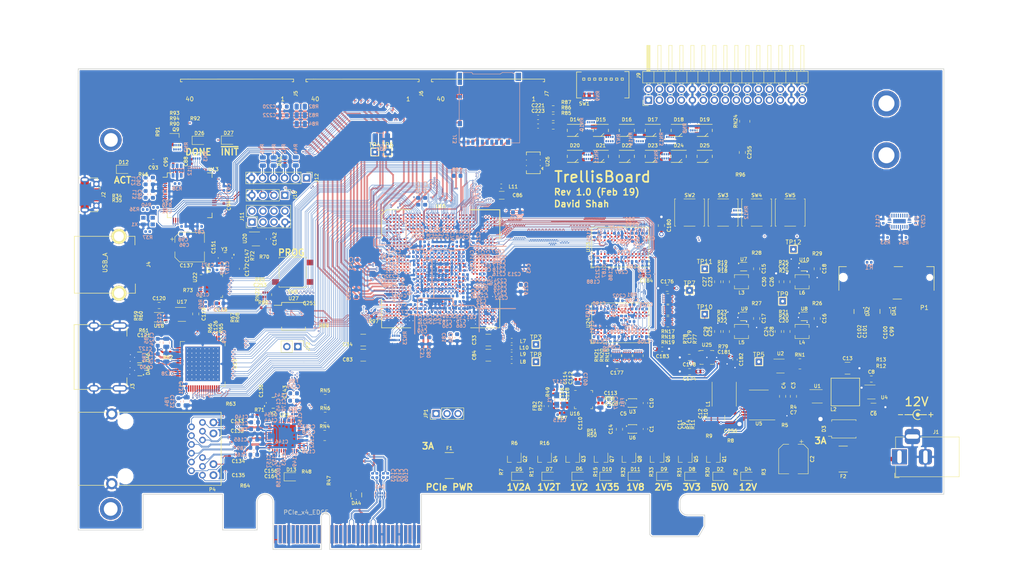
<source format=kicad_pcb>
(kicad_pcb (version 20171130) (host pcbnew 5.0.1)

  (general
    (thickness 1.6)
    (drawings 97)
    (tracks 22938)
    (zones 0)
    (modules 505)
    (nets 748)
  )

  (page A4)
  (layers
    (0 F.Cu signal)
    (1 In1.Cu signal)
    (2 In2.Cu signal)
    (3 In3.Cu signal)
    (4 In4.Cu signal)
    (5 In5.Cu signal)
    (6 In6.Cu signal)
    (31 B.Cu signal)
    (32 B.Adhes user)
    (33 F.Adhes user)
    (34 B.Paste user)
    (35 F.Paste user)
    (36 B.SilkS user)
    (37 F.SilkS user)
    (38 B.Mask user)
    (39 F.Mask user)
    (40 Dwgs.User user)
    (41 Cmts.User user)
    (42 Eco1.User user)
    (43 Eco2.User user)
    (44 Edge.Cuts user)
    (45 Margin user)
    (46 B.CrtYd user)
    (47 F.CrtYd user)
    (48 B.Fab user)
    (49 F.Fab user)
  )

  (setup
    (last_trace_width 0.2)
    (user_trace_width 0.1)
    (user_trace_width 0.15)
    (user_trace_width 0.2)
    (user_trace_width 0.25)
    (user_trace_width 0.35)
    (user_trace_width 0.5)
    (user_trace_width 0.8)
    (user_trace_width 1)
    (trace_clearance 0.0889)
    (zone_clearance 0.254)
    (zone_45_only no)
    (trace_min 0.0889)
    (segment_width 0.2)
    (edge_width 0.15)
    (via_size 0.4)
    (via_drill 0.2)
    (via_min_size 0.4)
    (via_min_drill 0.2)
    (user_via 0.6 0.3)
    (user_via 0.8 0.5)
    (user_via 1 0.6)
    (user_via 1.5 1)
    (user_via 2 1.5)
    (uvia_size 0.3)
    (uvia_drill 0.1)
    (uvias_allowed no)
    (uvia_min_size 0.2)
    (uvia_min_drill 0.1)
    (pcb_text_width 0.3)
    (pcb_text_size 1.5 1.5)
    (mod_edge_width 0.15)
    (mod_text_size 1 1)
    (mod_text_width 0.15)
    (pad_size 1.524 1.524)
    (pad_drill 0.762)
    (pad_to_mask_clearance 0.051)
    (solder_mask_min_width 0.25)
    (aux_axis_origin 0 0)
    (visible_elements FFFFFFFF)
    (pcbplotparams
      (layerselection 0x010fc_ffffffff)
      (usegerberextensions false)
      (usegerberattributes false)
      (usegerberadvancedattributes false)
      (creategerberjobfile false)
      (excludeedgelayer true)
      (linewidth 0.100000)
      (plotframeref false)
      (viasonmask false)
      (mode 1)
      (useauxorigin false)
      (hpglpennumber 1)
      (hpglpenspeed 20)
      (hpglpendiameter 15.000000)
      (psnegative false)
      (psa4output false)
      (plotreference true)
      (plotvalue true)
      (plotinvisibletext false)
      (padsonsilk false)
      (subtractmaskfromsilk false)
      (outputformat 1)
      (mirror false)
      (drillshape 1)
      (scaleselection 1)
      (outputdirectory ""))
  )

  (net 0 "")
  (net 1 "/PCIe + SATA/DCU1_REFCLK-")
  (net 2 "/PCIe + SATA/DCU1_REFCLK+")
  (net 3 DDR3_A4)
  (net 4 DDR3_A6)
  (net 5 DDR3_A5)
  (net 6 DDR3_A7)
  (net 7 /DDR3/DDR3_VTT)
  (net 8 "Net-(RN2-Pad5)")
  (net 9 "Net-(RN2-Pad6)")
  (net 10 "Net-(R38-Pad2)")
  (net 11 "Net-(RN2-Pad7)")
  (net 12 +3V3)
  (net 13 /Power/1V2_EN)
  (net 14 /Power/2V5_EN)
  (net 15 /Power/1V35_EN)
  (net 16 "Net-(RN1-Pad4)")
  (net 17 +5V)
  (net 18 "Net-(RN1-Pad5)")
  (net 19 USD_D0)
  (net 20 USD_D3)
  (net 21 USD_CMD)
  (net 22 USD_D2)
  (net 23 "Net-(RN23-Pad1)")
  (net 24 GND)
  (net 25 "/FPGA IO/CFG0")
  (net 26 "Net-(RN23-Pad8)")
  (net 27 "/FPGA IO/CFG1")
  (net 28 "/FPGA IO/CFG2")
  (net 29 "/FPGA IO/FLASH_D3")
  (net 30 "/FPGA IO/FLASH_D1")
  (net 31 "/FPGA IO/FLASH_D2")
  (net 32 "/FPGA IO/FLASH_D0")
  (net 33 DDR3_WE)
  (net 34 DDR3_CKE)
  (net 35 DDR3_CS)
  (net 36 DDR3_ODT)
  (net 37 DDR3_CAS)
  (net 38 DDR3_BA2)
  (net 39 DDR3_RAS)
  (net 40 DDR3_BA1)
  (net 41 DDR3_A12)
  (net 42 DDR3_A14)
  (net 43 DDR3_A13)
  (net 44 DDR3_BA0)
  (net 45 DDR3_A11)
  (net 46 DDR3_A9)
  (net 47 DDR3_A10)
  (net 48 DDR3_A8)
  (net 49 DDR3_A0)
  (net 50 DDR3_A2)
  (net 51 DDR3_A1)
  (net 52 DDR3_A3)
  (net 53 "/HDMI, GbE, USB/ETH_LED2")
  (net 54 ETH_~RESET)
  (net 55 "/HDMI, GbE, USB/ETH_LED1")
  (net 56 RGMII_REF_CLK)
  (net 57 "Net-(D18-Pad4)")
  (net 58 "Net-(D20-Pad4)")
  (net 59 "Net-(D19-Pad4)")
  (net 60 "Net-(D21-Pad4)")
  (net 61 "Net-(D25-Pad4)")
  (net 62 "Net-(D23-Pad4)")
  (net 63 "Net-(D24-Pad4)")
  (net 64 "Net-(D22-Pad4)")
  (net 65 FTDI_D1_RX)
  (net 66 FTDI_~WR)
  (net 67 FTDI_~RD)
  (net 68 FTDI_~SIWU)
  (net 69 RGMII_RXD0)
  (net 70 RGMII_RXD2)
  (net 71 RGMII_RXD1)
  (net 72 RGMII_RXD3)
  (net 73 RGMII_RX_DV)
  (net 74 ETH_MDIO)
  (net 75 RGMII_RX_CLK)
  (net 76 ETH_INT_N)
  (net 77 "Net-(D17-Pad1)")
  (net 78 "Net-(D16-Pad1)")
  (net 79 "Net-(D14-Pad1)")
  (net 80 "Net-(D15-Pad1)")
  (net 81 DIP_SW1)
  (net 82 DIP_SW0)
  (net 83 DIP_SW2)
  (net 84 DIP_SW3)
  (net 85 DIP_SW7)
  (net 86 DIP_SW6)
  (net 87 DIP_SW4)
  (net 88 DIP_SW5)
  (net 89 "Net-(D14-Pad4)")
  (net 90 "Net-(D16-Pad4)")
  (net 91 "Net-(D15-Pad4)")
  (net 92 "Net-(D17-Pad4)")
  (net 93 "Net-(D21-Pad1)")
  (net 94 "Net-(D20-Pad1)")
  (net 95 "Net-(D18-Pad1)")
  (net 96 "Net-(D19-Pad1)")
  (net 97 BTN1)
  (net 98 BTN0)
  (net 99 BTN2)
  (net 100 BTN3)
  (net 101 "Net-(D25-Pad1)")
  (net 102 "Net-(D24-Pad1)")
  (net 103 "Net-(D22-Pad1)")
  (net 104 "Net-(D23-Pad1)")
  (net 105 "/FPGA IO/VCCIO7")
  (net 106 "Net-(R44-Pad2)")
  (net 107 JTAG_TDO)
  (net 108 JTAG_TDI)
  (net 109 "Net-(R43-Pad2)")
  (net 110 "Net-(R42-Pad2)")
  (net 111 JTAG_TCK)
  (net 112 JTAG_TMS)
  (net 113 "Net-(R45-Pad2)")
  (net 114 "/PCIe + SATA/CLKAUXO+")
  (net 115 +1V8)
  (net 116 +2V5)
  (net 117 "/PCIe + SATA/CLKAUXO-")
  (net 118 "/FPGA IO/VCCIO6")
  (net 119 CLK_SDA)
  (net 120 "Net-(R36-Pad2)")
  (net 121 FPGA_12MHz)
  (net 122 "/PCIe + SATA/PCIe_REFCLK+")
  (net 123 "/PCIe + SATA/PCIe_REFCLK-")
  (net 124 PCIe_12V)
  (net 125 "Net-(D13-Pad2)")
  (net 126 ~PERST)
  (net 127 "Net-(P3-PadA11)")
  (net 128 "Net-(D12-Pad2)")
  (net 129 "Net-(R40-Pad1)")
  (net 130 "Net-(R39-Pad1)")
  (net 131 "Net-(R38-Pad1)")
  (net 132 "Net-(R12-Pad2)")
  (net 133 "/PCIe + SATA/3V3_C")
  (net 134 "/PCIe + SATA/3V3_CA")
  (net 135 "Net-(R57-Pad1)")
  (net 136 "Net-(R58-Pad2)")
  (net 137 FABRIC_REFCLK)
  (net 138 "/HDMI, GbE, USB/PORT_SCL")
  (net 139 "/HDMI, GbE, USB/PORT_SDA")
  (net 140 "Net-(C121-Pad1)")
  (net 141 "Net-(R62-Pad1)")
  (net 142 /Power/3V3_PG)
  (net 143 "Net-(D27-Pad2)")
  (net 144 "/FPGA IO/~PROGRAM")
  (net 145 "Net-(R80-Pad1)")
  (net 146 "Net-(R81-Pad1)")
  (net 147 "/FPGA IO/FLASH_~CS")
  (net 148 "/FPGA IO/FLASH_CLK")
  (net 149 "/FPGA IO/DONE")
  (net 150 "Net-(Q9-Pad1)")
  (net 151 "Net-(D26-Pad2)")
  (net 152 "Net-(R79-Pad1)")
  (net 153 "/FPGA IO/~INIT")
  (net 154 "Net-(C9-Pad1)")
  (net 155 "Net-(C11-Pad1)")
  (net 156 "Net-(Q2-Pad3)")
  (net 157 "Net-(D5-Pad1)")
  (net 158 /Power/1V2_PG)
  (net 159 USD_D1)
  (net 160 USD_CLK)
  (net 161 "Net-(R97-Pad1)")
  (net 162 "Net-(Q2-Pad1)")
  (net 163 +1V2A)
  (net 164 "Net-(R5-Pad2)")
  (net 165 "Net-(D2-Pad2)")
  (net 166 "Net-(C7-Pad1)")
  (net 167 "Net-(D4-Pad2)")
  (net 168 +12V)
  (net 169 "Net-(R74-Pad1)")
  (net 170 "/Debug Interface/PORT_D-")
  (net 171 "/Debug Interface/FTDI_D-")
  (net 172 "/Debug Interface/FTDI_D+")
  (net 173 "/Debug Interface/PORT_D+")
  (net 174 "Net-(C22-Pad2)")
  (net 175 "Net-(R71-Pad2)")
  (net 176 "/HDMI, GbE, USB/USB_XO")
  (net 177 "/HDMI, GbE, USB/USB_XI")
  (net 178 "Net-(R73-Pad1)")
  (net 179 "/HDMI, GbE, USB/USBA_VBUS")
  (net 180 "/HDMI, GbE, USB/EXTVBUS")
  (net 181 DVI_SCL)
  (net 182 DVI_SDA)
  (net 183 CLK_SCL)
  (net 184 "Net-(R70-Pad1)")
  (net 185 "Net-(C175-Pad2)")
  (net 186 DDR3_CLK+)
  (net 187 "Net-(P4-Pad16)")
  (net 188 "Net-(R66-Pad1)")
  (net 189 "Net-(R65-Pad1)")
  (net 190 "/HDMI, GbE, USB/HDMI_HPD")
  (net 191 DDR3_CLK-)
  (net 192 "Net-(C179-Pad1)")
  (net 193 +1V35)
  (net 194 +1V2)
  (net 195 "Net-(D10-Pad2)")
  (net 196 "Net-(P4-Pad14)")
  (net 197 "Net-(C12-Pad2)")
  (net 198 "Net-(D6-Pad2)")
  (net 199 +1V2T)
  (net 200 "Net-(Q4-Pad1)")
  (net 201 "Net-(Q4-Pad3)")
  (net 202 "Net-(D7-Pad1)")
  (net 203 "Net-(C19-Pad2)")
  (net 204 "Net-(C20-Pad2)")
  (net 205 "Net-(C21-Pad2)")
  (net 206 "/Debug Interface/FTDI_12MHz")
  (net 207 "Net-(D11-Pad2)")
  (net 208 /Power/2V5_PG)
  (net 209 /Power/1V35_PG)
  (net 210 /Power/1V8_PG)
  (net 211 "Net-(D8-Pad2)")
  (net 212 "Net-(D9-Pad2)")
  (net 213 "Net-(C8-Pad2)")
  (net 214 "Net-(C8-Pad1)")
  (net 215 /Power/PWR_EN)
  (net 216 "/HDMI, GbE, USB/HDMI_5V")
  (net 217 "Net-(U17-Pad3)")
  (net 218 "Net-(D9-Pad1)")
  (net 219 "Net-(D11-Pad1)")
  (net 220 "Net-(D26-Pad1)")
  (net 221 "Net-(D2-Pad1)")
  (net 222 "Net-(D6-Pad1)")
  (net 223 "Net-(D10-Pad1)")
  (net 224 "Net-(D8-Pad1)")
  (net 225 "Net-(U1-Pad3)")
  (net 226 DDR3_Vref)
  (net 227 DDR3_Vtt_EN)
  (net 228 "Net-(U5-Pad2)")
  (net 229 "Net-(L1-Pad1)")
  (net 230 "Net-(C11-Pad2)")
  (net 231 "Net-(U13-Pad3)")
  (net 232 "/Debug Interface/Vphy")
  (net 233 "/Debug Interface/Vpll")
  (net 234 "/Debug Interface/JTAG_ACT")
  (net 235 "Net-(U13-Pad22)")
  (net 236 "Net-(U13-Pad23)")
  (net 237 "Net-(U13-Pad24)")
  (net 238 "Net-(U13-Pad26)")
  (net 239 "Net-(U13-Pad27)")
  (net 240 "Net-(U13-Pad28)")
  (net 241 "Net-(U13-Pad29)")
  (net 242 "Net-(U13-Pad30)")
  (net 243 "Net-(U13-Pad32)")
  (net 244 "Net-(U13-Pad33)")
  (net 245 "Net-(U13-Pad34)")
  (net 246 "Net-(U13-Pad36)")
  (net 247 FTDI_D0_TX)
  (net 248 FTDI_D2)
  (net 249 FTDI_D3)
  (net 250 FTDI_D4)
  (net 251 FTDI_D5)
  (net 252 FTDI_D6)
  (net 253 FTDI_D7)
  (net 254 FTDI_~RXF)
  (net 255 "Net-(U13-Pad49)")
  (net 256 "Net-(U13-Pad50)")
  (net 257 FTDI_~TXE)
  (net 258 "Net-(U13-Pad57)")
  (net 259 "Net-(U13-Pad58)")
  (net 260 "Net-(U13-Pad59)")
  (net 261 "Net-(U13-Pad60)")
  (net 262 "/HDMI, GbE, USB/DVI_DVDD")
  (net 263 DVI_DE)
  (net 264 DVI_HSYNC)
  (net 265 DVI_VSYNC)
  (net 266 "Net-(U19-Pad11)")
  (net 267 "/HDMI, GbE, USB/DVI_PVDD")
  (net 268 "/HDMI, GbE, USB/TMDS_CLK-")
  (net 269 "/HDMI, GbE, USB/TMDS_CLK+")
  (net 270 "/HDMI, GbE, USB/DVI_TVDD")
  (net 271 "/HDMI, GbE, USB/TMDS_D0-")
  (net 272 "/HDMI, GbE, USB/TMDS_D0+")
  (net 273 "/HDMI, GbE, USB/TMDS_D1-")
  (net 274 "/HDMI, GbE, USB/TMDS_D1+")
  (net 275 "/HDMI, GbE, USB/TMDS_D2-")
  (net 276 "/HDMI, GbE, USB/TMDS_D2+")
  (net 277 DVI_D23)
  (net 278 DVI_D22)
  (net 279 DVI_D21)
  (net 280 DVI_D20)
  (net 281 DVI_D19)
  (net 282 DVI_D18)
  (net 283 DVI_D17)
  (net 284 DVI_D16)
  (net 285 DVI_D15)
  (net 286 DVI_D14)
  (net 287 DVI_D13)
  (net 288 DVI_D12)
  (net 289 "Net-(U19-Pad49)")
  (net 290 DVI_D11)
  (net 291 DVI_D10)
  (net 292 DVI_D9)
  (net 293 DVI_D8)
  (net 294 DVI_D7)
  (net 295 DVI_D6)
  (net 296 DVI_CLK)
  (net 297 DVI_D5)
  (net 298 DVI_D4)
  (net 299 DVI_D3)
  (net 300 DVI_D2)
  (net 301 DVI_D1)
  (net 302 DVI_D0)
  (net 303 "/HDMI, GbE, USB/AVDDH")
  (net 304 "/HDMI, GbE, USB/MX4-")
  (net 305 "/HDMI, GbE, USB/MX4+")
  (net 306 "/HDMI, GbE, USB/AVDDL")
  (net 307 "/HDMI, GbE, USB/MX3-")
  (net 308 "/HDMI, GbE, USB/MX3+")
  (net 309 "/HDMI, GbE, USB/MX2-")
  (net 310 "/HDMI, GbE, USB/MX2+")
  (net 311 "/HDMI, GbE, USB/MX1-")
  (net 312 "/HDMI, GbE, USB/MX1+")
  (net 313 "Net-(U21-Pad13)")
  (net 314 RGMII_TXD0)
  (net 315 RGMII_TXD1)
  (net 316 RGMII_TXD2)
  (net 317 RGMII_TXD3)
  (net 318 RGMII_TX_CLK)
  (net 319 RGMII_TX_EN)
  (net 320 ETH_MDC)
  (net 321 "Net-(U21-Pad43)")
  (net 322 "/HDMI, GbE, USB/AVDDL_PLL")
  (net 323 "/HDMI, GbE, USB/ETH_XO")
  (net 324 "/HDMI, GbE, USB/ETH_XI")
  (net 325 "Net-(U21-Pad47)")
  (net 326 "Net-(U22-Pad3)")
  (net 327 "Net-(U22-Pad5)")
  (net 328 "/HDMI, GbE, USB/USBA_D+")
  (net 329 "/HDMI, GbE, USB/USBA_D-")
  (net 330 ULPI_RESET)
  (net 331 ULPI_NXT)
  (net 332 ULPI_DIR)
  (net 333 ULPI_STP)
  (net 334 ULPI_CLKO)
  (net 335 "/HDMI, GbE, USB/USB1V8")
  (net 336 ULPI_D7)
  (net 337 ULPI_D6)
  (net 338 ULPI_D5)
  (net 339 ULPI_D4)
  (net 340 ULPI_D3)
  (net 341 ULPI_D2)
  (net 342 ULPI_D1)
  (net 343 ULPI_D0)
  (net 344 "Net-(C117-Pad1)")
  (net 345 "Net-(C115-Pad2)")
  (net 346 CLK_SD_OE)
  (net 347 "/PCIe + SATA/1V8_C")
  (net 348 "Net-(U16-Pad16)")
  (net 349 "/PCIe + SATA/DCU0_REFCLK-")
  (net 350 "/PCIe + SATA/DCU0_REFCLK+")
  (net 351 "Net-(U16-Pad24)")
  (net 352 DDR3_DQ13)
  (net 353 DDR3_DQ15)
  (net 354 DDR3_DQ12)
  (net 355 DDR3_DQS1-)
  (net 356 DDR3_DQ14)
  (net 357 DDR3_DQ11)
  (net 358 DDR3_DQ9)
  (net 359 DDR3_DQS1+)
  (net 360 DDR3_DQ10)
  (net 361 DDR3_DM1)
  (net 362 DDR3_DQ8)
  (net 363 DDR3_DQ0)
  (net 364 DDR3_DM0)
  (net 365 DDR3_DQ2)
  (net 366 DDR3_DQS0+)
  (net 367 DDR3_DQ1)
  (net 368 DDR3_DQ3)
  (net 369 DDR3_DQ6)
  (net 370 DDR3_DQS0-)
  (net 371 DDR3_DQ4)
  (net 372 DDR3_DQ7)
  (net 373 DDR3_DQ5)
  (net 374 "Net-(U23-PadJ1)")
  (net 375 "Net-(U23-PadJ9)")
  (net 376 "Net-(U23-PadL1)")
  (net 377 "Net-(U23-PadL9)")
  (net 378 "Net-(U23-PadM7)")
  (net 379 DDR3_RESET)
  (net 380 "Net-(U24-PadM7)")
  (net 381 "Net-(U24-PadL9)")
  (net 382 "Net-(U24-PadL1)")
  (net 383 "Net-(U24-PadJ9)")
  (net 384 "Net-(U24-PadJ1)")
  (net 385 DDR3_DQ21)
  (net 386 DDR3_DQ23)
  (net 387 DDR3_DQ20)
  (net 388 DDR3_DQS2-)
  (net 389 DDR3_DQ22)
  (net 390 DDR3_DQ19)
  (net 391 DDR3_DQ17)
  (net 392 DDR3_DQS2+)
  (net 393 DDR3_DQ18)
  (net 394 DDR3_DM2)
  (net 395 DDR3_DQ16)
  (net 396 DDR3_DQ24)
  (net 397 DDR3_DM3)
  (net 398 DDR3_DQ26)
  (net 399 DDR3_DQS3+)
  (net 400 DDR3_DQ25)
  (net 401 DDR3_DQ27)
  (net 402 DDR3_DQ30)
  (net 403 DDR3_DQS3-)
  (net 404 DDR3_DQ28)
  (net 405 DDR3_DQ31)
  (net 406 DDR3_DQ29)
  (net 407 "Net-(X1-Pad1)")
  (net 408 "Net-(L4-Pad1)")
  (net 409 "Net-(L5-Pad1)")
  (net 410 "Net-(L3-Pad1)")
  (net 411 "Net-(L6-Pad1)")
  (net 412 "/FPGA Core Power/VCCHTX1")
  (net 413 "/FPGA Core Power/VCCHTX0")
  (net 414 "/FPGA Core Power/VCCA0")
  (net 415 "/FPGA Core Power/VCCAUX")
  (net 416 "/FPGA Core Power/VCCA1")
  (net 417 "/PCIe + SATA/DCU1_RX1-")
  (net 418 "/PCIe + SATA/DCU1_RX1+")
  (net 419 "/PCIe + SATA/DCU1_RX0-")
  (net 420 "/PCIe + SATA/DCU1_RX0+")
  (net 421 "/PCIe + SATA/PCIe_HSI0+")
  (net 422 "/PCIe + SATA/PCIe_HSI0-")
  (net 423 "/PCIe + SATA/PCIe_HSI1+")
  (net 424 "/PCIe + SATA/PCIe_HSI1-")
  (net 425 "/PCIe + SATA/DCU0_RX0+")
  (net 426 "/PCIe + SATA/DCU0_RX0-")
  (net 427 "/PCIe + SATA/DCU0_RX1+")
  (net 428 "/PCIe + SATA/DCU0_RX1-")
  (net 429 "Net-(U6-Pad2)")
  (net 430 "Net-(U6-Pad5)")
  (net 431 "Net-(U3-Pad5)")
  (net 432 "Net-(U3-Pad2)")
  (net 433 "Net-(U10-Pad4)")
  (net 434 "Net-(U9-Pad4)")
  (net 435 "Net-(U8-Pad4)")
  (net 436 "Net-(U7-Pad4)")
  (net 437 "Net-(J5-Pad38)")
  (net 438 "/FPGA IO/EXT0_11-")
  (net 439 "/FPGA IO/EXT0_11+")
  (net 440 "/FPGA IO/EXT0_10-")
  (net 441 "/FPGA IO/EXT0_10+")
  (net 442 "/FPGA IO/EXT0_9-")
  (net 443 "/FPGA IO/EXT0_9+")
  (net 444 "/FPGA IO/EXT0_8-")
  (net 445 "/FPGA IO/EXT0_8+")
  (net 446 "/FPGA IO/EXT0_7-")
  (net 447 "/FPGA IO/EXT0_7+")
  (net 448 "/FPGA IO/EXT0_6-")
  (net 449 "/FPGA IO/EXT0_6+")
  (net 450 "/FPGA IO/EXT0_5-")
  (net 451 "/FPGA IO/EXT0_5+")
  (net 452 "/FPGA IO/EXT0_4-")
  (net 453 "/FPGA IO/EXT0_4+")
  (net 454 "/FPGA IO/EXT0_3-")
  (net 455 "/FPGA IO/EXT0_3+")
  (net 456 "/FPGA IO/EXT0_2-")
  (net 457 "/FPGA IO/EXT0_2+")
  (net 458 "/FPGA IO/EXT0_1-")
  (net 459 "/FPGA IO/EXT0_1+")
  (net 460 "/FPGA IO/EXT0_0-")
  (net 461 "/FPGA IO/EXT0_0+")
  (net 462 "Net-(J6-Pad38)")
  (net 463 "/FPGA IO/EXT1_11-")
  (net 464 "/FPGA IO/EXT1_11+")
  (net 465 "/FPGA IO/EXT1_10-")
  (net 466 "/FPGA IO/EXT1_10+")
  (net 467 "/FPGA IO/EXT1_9-")
  (net 468 "/FPGA IO/EXT1_9+")
  (net 469 "/FPGA IO/EXT1_8-")
  (net 470 "/FPGA IO/EXT1_8+")
  (net 471 "/FPGA IO/EXT1_7-")
  (net 472 "/FPGA IO/EXT1_7+")
  (net 473 "/FPGA IO/EXT1_6-")
  (net 474 "/FPGA IO/EXT1_6+")
  (net 475 "/FPGA IO/EXT1_5-")
  (net 476 "/FPGA IO/EXT1_5+")
  (net 477 "/FPGA IO/EXT1_4-")
  (net 478 "/FPGA IO/EXT1_4+")
  (net 479 "/FPGA IO/EXT1_3-")
  (net 480 "/FPGA IO/EXT1_3+")
  (net 481 "/FPGA IO/EXT1_2-")
  (net 482 "/FPGA IO/EXT1_2+")
  (net 483 "/FPGA IO/EXT1_1-")
  (net 484 "/FPGA IO/EXT1_1+")
  (net 485 "/FPGA IO/EXT1_0-")
  (net 486 "/FPGA IO/EXT1_0+")
  (net 487 "/FPGA IO/EXT2_0+")
  (net 488 "/FPGA IO/EXT2_0-")
  (net 489 "/FPGA IO/EXT2_1+")
  (net 490 "/FPGA IO/EXT2_1-")
  (net 491 "/FPGA IO/EXT2_2+")
  (net 492 "/FPGA IO/EXT2_2-")
  (net 493 "/FPGA IO/EXT2_3+")
  (net 494 "/FPGA IO/EXT2_3-")
  (net 495 "/FPGA IO/EXT2_4+")
  (net 496 "/FPGA IO/EXT2_4-")
  (net 497 "/FPGA IO/EXT2_5+")
  (net 498 "/FPGA IO/EXT2_5-")
  (net 499 "/FPGA IO/EXT2_6+")
  (net 500 "/FPGA IO/EXT2_6-")
  (net 501 "/FPGA IO/EXT2_7+")
  (net 502 "/FPGA IO/EXT2_7-")
  (net 503 "/FPGA IO/EXT2_8+")
  (net 504 "/FPGA IO/EXT2_8-")
  (net 505 "/FPGA IO/EXT2_9+")
  (net 506 "/FPGA IO/EXT2_9-")
  (net 507 "/FPGA IO/EXT2_10+")
  (net 508 "/FPGA IO/EXT2_10-")
  (net 509 "/FPGA IO/EXT2_11+")
  (net 510 "/FPGA IO/EXT2_11-")
  (net 511 "Net-(J7-Pad38)")
  (net 512 "Net-(C132-Pad1)")
  (net 513 "Net-(C135-Pad1)")
  (net 514 "Net-(C133-Pad1)")
  (net 515 "Net-(C134-Pad1)")
  (net 516 "Net-(P3-PadB5)")
  (net 517 "Net-(P3-PadB6)")
  (net 518 "Net-(P3-PadB8)")
  (net 519 "Net-(P3-PadB9)")
  (net 520 "Net-(P3-PadB10)")
  (net 521 PCIe_~WAKE)
  (net 522 "Net-(P3-PadB12)")
  (net 523 "/PCIe + SATA/~PRSNT2~_X1")
  (net 524 "Net-(P3-PadB23)")
  (net 525 "Net-(P3-PadB24)")
  (net 526 "Net-(P3-PadB27)")
  (net 527 "Net-(P3-PadB28)")
  (net 528 "Net-(P3-PadB30)")
  (net 529 "/PCIe + SATA/~PRSNT2~_X4")
  (net 530 "/PCIe + SATA/~PRSNT1")
  (net 531 "Net-(P3-PadA5)")
  (net 532 "Net-(P3-PadA6)")
  (net 533 "Net-(P3-PadA7)")
  (net 534 "Net-(P3-PadA8)")
  (net 535 "Net-(P3-PadA9)")
  (net 536 "Net-(P3-PadA10)")
  (net 537 "Net-(P3-PadA19)")
  (net 538 "Net-(P3-PadA25)")
  (net 539 "Net-(P3-PadA26)")
  (net 540 "Net-(P3-PadA29)")
  (net 541 "Net-(P3-PadA30)")
  (net 542 "Net-(P3-PadA32)")
  (net 543 "Net-(U26-Pad1)")
  (net 544 "Net-(U26-Pad2)")
  (net 545 "/FPGA IO/CLK100+")
  (net 546 "/FPGA IO/CLK100-")
  (net 547 "Net-(J3-Pad14)")
  (net 548 "Net-(J3-Pad13)")
  (net 549 LED2)
  (net 550 LED11)
  (net 551 LED10)
  (net 552 LED0)
  (net 553 LED1)
  (net 554 LED3)
  (net 555 LED4)
  (net 556 LED5)
  (net 557 LED6)
  (net 558 LED7)
  (net 559 LED8)
  (net 560 LED9)
  (net 561 "Net-(F2-Pad2)")
  (net 562 "Net-(U15-PadR1)")
  (net 563 "Net-(U15-PadA2)")
  (net 564 "Net-(U15-PadT2)")
  (net 565 "Net-(U15-PadAB2)")
  (net 566 "Net-(U15-PadAC2)")
  (net 567 "Net-(U15-PadAE2)")
  (net 568 "Net-(U15-PadAG2)")
  (net 569 "Net-(U15-PadA3)")
  (net 570 "Net-(U15-PadV3)")
  (net 571 "Net-(U15-PadW3)")
  (net 572 "Net-(U15-PadY3)")
  (net 573 "Net-(U15-PadAC3)")
  (net 574 "Net-(U15-PadAG3)")
  (net 575 "Net-(U15-PadAL3)")
  (net 576 "Net-(U15-PadB4)")
  (net 577 "Net-(U15-PadH4)")
  (net 578 "Net-(U15-PadAC4)")
  (net 579 "Net-(U15-PadA5)")
  (net 580 "Net-(U15-PadL5)")
  (net 581 "Net-(U15-PadW6)")
  (net 582 "Net-(U15-PadD7)")
  (net 583 "Net-(U15-PadE7)")
  (net 584 "Net-(U15-PadAE7)")
  (net 585 "Net-(U15-PadG9)")
  (net 586 "/PCIe + SATA/DCU0_TX0+")
  (net 587 "Net-(U15-PadG10)")
  (net 588 "/PCIe + SATA/DCU0_TX0-")
  (net 589 "Net-(U15-PadG11)")
  (net 590 "/PCIe + SATA/DCU0_TX1+")
  (net 591 "/PCIe + SATA/DCU0_TX1-")
  (net 592 "/FPGA IO/PMOD1_10")
  (net 593 "/FPGA IO/PMOD1_9")
  (net 594 "Net-(U15-PadG14)")
  (net 595 "Net-(U15-PadG15)")
  (net 596 "Net-(U15-PadAK15)")
  (net 597 "Net-(U15-PadG16)")
  (net 598 "Net-(U15-PadAK16)")
  (net 599 "Net-(U15-PadG17)")
  (net 600 "Net-(U15-PadG18)")
  (net 601 "/PCIe + SATA/DCU1_TX0+")
  (net 602 "Net-(U15-PadG19)")
  (net 603 "/PCIe + SATA/DCU1_TX0-")
  (net 604 "/FPGA IO/PMOD1_8")
  (net 605 "/FPGA IO/PMOD1_7")
  (net 606 "/PCIe + SATA/DCU1_TX1+")
  (net 607 "/PCIe + SATA/DCU1_TX1-")
  (net 608 "/FPGA IO/EXIO_5")
  (net 609 "/FPGA IO/EXIO_4")
  (net 610 "/FPGA IO/EXIO_3")
  (net 611 "Net-(U15-PadG22)")
  (net 612 "/FPGA IO/PMOD1_3")
  (net 613 "/FPGA IO/PMOD1_2")
  (net 614 "/FPGA IO/PMOD1_0")
  (net 615 "/FPGA IO/PMOD1_1")
  (net 616 "/FPGA IO/EXIO_2")
  (net 617 "Net-(U15-PadG23)")
  (net 618 "/FPGA IO/EXIO_1")
  (net 619 "/FPGA IO/PMOD0_10")
  (net 620 "/FPGA IO/EXIO_0")
  (net 621 "/FPGA IO/PMOD0_9")
  (net 622 "Net-(U15-PadG24)")
  (net 623 "Net-(U15-PadAG24)")
  (net 624 "Net-(U15-PadAK24)")
  (net 625 "/FPGA IO/PMOD0_8")
  (net 626 "/FPGA IO/PMOD0_3")
  (net 627 "/FPGA IO/PMOD0_7")
  (net 628 "/FPGA IO/PMOD0_2")
  (net 629 "/FPGA IO/PMOD0_1")
  (net 630 "Net-(U15-PadAK25)")
  (net 631 "/FPGA IO/PMOD0_0")
  (net 632 "Net-(U15-PadB26)")
  (net 633 "Net-(U15-PadE26)")
  (net 634 "Net-(U15-PadAE26)")
  (net 635 "Net-(U15-PadH27)")
  (net 636 "Net-(U15-PadJ27)")
  (net 637 "Net-(U15-PadW27)")
  (net 638 "Net-(U15-PadC28)")
  (net 639 "Net-(U15-PadD28)")
  (net 640 "Net-(U15-PadH28)")
  (net 641 "Net-(U15-PadL28)")
  (net 642 "Net-(U15-PadP28)")
  (net 643 "Net-(U15-PadAC28)")
  (net 644 "Net-(U15-PadAE28)")
  (net 645 "Net-(U15-PadC29)")
  (net 646 "Net-(U15-PadH29)")
  (net 647 "Net-(U15-PadP29)")
  (net 648 "Net-(U15-PadAB29)")
  (net 649 "Net-(U15-PadAC29)")
  (net 650 "Net-(U15-PadAE29)")
  (net 651 "Net-(U15-PadAJ29)")
  (net 652 "Net-(U15-PadC30)")
  (net 653 "Net-(U15-PadP30)")
  (net 654 "Net-(U15-PadR30)")
  (net 655 "Net-(U15-PadV30)")
  (net 656 "Net-(U15-PadAB30)")
  (net 657 "Net-(U15-PadAE30)")
  (net 658 "Net-(U15-PadAJ30)")
  (net 659 "Net-(U15-PadA31)")
  (net 660 "Net-(U15-PadAG31)")
  (net 661 "Net-(U15-PadAK31)")
  (net 662 "Net-(U15-PadAG32)")
  (net 663 "Net-(J2-Pad1)")
  (net 664 "Net-(J2-Pad4)")
  (net 665 "Net-(U15-PadT30)")
  (net 666 "Net-(U15-PadAE27)")
  (net 667 "Net-(U15-PadAD27)")
  (net 668 "Net-(U15-PadF30)")
  (net 669 "Net-(U15-PadN27)")
  (net 670 "Net-(U15-PadU27)")
  (net 671 "Net-(U15-PadU29)")
  (net 672 "Net-(U15-PadW30)")
  (net 673 "Net-(U15-PadY30)")
  (net 674 "Net-(U15-PadY29)")
  (net 675 "Net-(U15-PadW1)")
  (net 676 "Net-(U15-PadV1)")
  (net 677 "Net-(U15-PadY7)")
  (net 678 "Net-(U15-PadY6)")
  (net 679 "Net-(U15-PadAC5)")
  (net 680 "Net-(U15-PadAD4)")
  (net 681 "Net-(U15-PadY4)")
  (net 682 "Net-(U15-PadW4)")
  (net 683 "Net-(U15-PadK4)")
  (net 684 "Net-(U15-PadJ4)")
  (net 685 "Net-(U15-PadL3)")
  (net 686 "Net-(U15-PadL2)")
  (net 687 "Net-(U15-PadK2)")
  (net 688 "Net-(U15-PadL1)")
  (net 689 "Net-(U15-PadK1)")
  (net 690 "Net-(U15-PadJ1)")
  (net 691 "Net-(U15-PadD1)")
  (net 692 "Net-(U15-PadC1)")
  (net 693 "Net-(U15-PadF2)")
  (net 694 "Net-(U15-PadE1)")
  (net 695 "Net-(U15-PadE4)")
  (net 696 "Net-(U15-PadD4)")
  (net 697 "Net-(P1-Pad52)")
  (net 698 M2_CLKSEL)
  (net 699 "Net-(R54-Pad1)")
  (net 700 "/PCIe + SATA/M2_REFCLK+")
  (net 701 "/PCIe + SATA/M2_REFCLK-")
  (net 702 "Net-(U11-Pad17)")
  (net 703 "Net-(U11-Pad16)")
  (net 704 "/PCIe + SATA/CLKREFO+")
  (net 705 "/PCIe + SATA/CLKREFO-")
  (net 706 "/PCIe + SATA/M2_RX0+")
  (net 707 "/PCIe + SATA/M2_RX0-")
  (net 708 "/PCIe + SATA/M2_RX1+")
  (net 709 "/PCIe + SATA/M2_RX1-")
  (net 710 M2_CTS)
  (net 711 M2_RTS)
  (net 712 M2_SDIO_D0)
  (net 713 M2_TXD)
  (net 714 M2_SDIO_D3)
  (net 715 M2_SDIO_D2)
  (net 716 M2_SDIO_D1)
  (net 717 M2_SDIO_CLK)
  (net 718 M2_SDIO_CMD)
  (net 719 "Net-(P1-Pad3)")
  (net 720 "Net-(P1-Pad5)")
  (net 721 "Net-(P1-Pad6)")
  (net 722 "Net-(P1-Pad8)")
  (net 723 "Net-(P1-Pad10)")
  (net 724 "Net-(P1-Pad12)")
  (net 725 "Net-(P1-Pad14)")
  (net 726 "Net-(P1-Pad16)")
  (net 727 "Net-(P1-Pad20)")
  (net 728 "Net-(P1-Pad21)")
  (net 729 "Net-(P1-Pad23)")
  (net 730 "Net-(P1-Pad38)")
  (net 731 "Net-(P1-Pad40)")
  (net 732 "Net-(P1-Pad42)")
  (net 733 "Net-(P1-Pad44)")
  (net 734 "Net-(P1-Pad46)")
  (net 735 "Net-(P1-Pad48)")
  (net 736 "Net-(P1-Pad50)")
  (net 737 "Net-(P1-Pad53)")
  (net 738 "Net-(P1-Pad54)")
  (net 739 "Net-(P1-Pad55)")
  (net 740 "Net-(P1-Pad56)")
  (net 741 "Net-(P1-Pad58)")
  (net 742 "Net-(P1-Pad60)")
  (net 743 "Net-(P1-Pad62)")
  (net 744 "Net-(P1-Pad64)")
  (net 745 "Net-(P1-Pad66)")
  (net 746 "Net-(P1-Pad68)")
  (net 747 "Net-(P1-Pad70)")

  (net_class Default "This is the default net class."
    (clearance 0.0889)
    (trace_width 0.0889)
    (via_dia 0.4)
    (via_drill 0.2)
    (uvia_dia 0.3)
    (uvia_drill 0.1)
    (diff_pair_gap 0.11)
    (diff_pair_width 0.11)
    (add_net +12V)
    (add_net +1V2)
    (add_net +1V2A)
    (add_net +1V2T)
    (add_net +1V35)
    (add_net +1V8)
    (add_net +2V5)
    (add_net +3V3)
    (add_net +5V)
    (add_net /DDR3/DDR3_VTT)
    (add_net "/Debug Interface/FTDI_12MHz")
    (add_net "/Debug Interface/FTDI_D+")
    (add_net "/Debug Interface/FTDI_D-")
    (add_net "/Debug Interface/JTAG_ACT")
    (add_net "/Debug Interface/PORT_D+")
    (add_net "/Debug Interface/PORT_D-")
    (add_net "/Debug Interface/Vphy")
    (add_net "/Debug Interface/Vpll")
    (add_net "/FPGA Core Power/VCCA0")
    (add_net "/FPGA Core Power/VCCA1")
    (add_net "/FPGA Core Power/VCCAUX")
    (add_net "/FPGA Core Power/VCCHTX0")
    (add_net "/FPGA Core Power/VCCHTX1")
    (add_net "/FPGA IO/CFG0")
    (add_net "/FPGA IO/CFG1")
    (add_net "/FPGA IO/CFG2")
    (add_net "/FPGA IO/CLK100+")
    (add_net "/FPGA IO/CLK100-")
    (add_net "/FPGA IO/DONE")
    (add_net "/FPGA IO/EXIO_0")
    (add_net "/FPGA IO/EXIO_1")
    (add_net "/FPGA IO/EXIO_2")
    (add_net "/FPGA IO/EXIO_3")
    (add_net "/FPGA IO/EXIO_4")
    (add_net "/FPGA IO/EXIO_5")
    (add_net "/FPGA IO/EXT0_0+")
    (add_net "/FPGA IO/EXT0_0-")
    (add_net "/FPGA IO/EXT0_1+")
    (add_net "/FPGA IO/EXT0_1-")
    (add_net "/FPGA IO/EXT0_10+")
    (add_net "/FPGA IO/EXT0_10-")
    (add_net "/FPGA IO/EXT0_11+")
    (add_net "/FPGA IO/EXT0_11-")
    (add_net "/FPGA IO/EXT0_2+")
    (add_net "/FPGA IO/EXT0_2-")
    (add_net "/FPGA IO/EXT0_3+")
    (add_net "/FPGA IO/EXT0_3-")
    (add_net "/FPGA IO/EXT0_4+")
    (add_net "/FPGA IO/EXT0_4-")
    (add_net "/FPGA IO/EXT0_5+")
    (add_net "/FPGA IO/EXT0_5-")
    (add_net "/FPGA IO/EXT0_6+")
    (add_net "/FPGA IO/EXT0_6-")
    (add_net "/FPGA IO/EXT0_7+")
    (add_net "/FPGA IO/EXT0_7-")
    (add_net "/FPGA IO/EXT0_8+")
    (add_net "/FPGA IO/EXT0_8-")
    (add_net "/FPGA IO/EXT0_9+")
    (add_net "/FPGA IO/EXT0_9-")
    (add_net "/FPGA IO/EXT1_0+")
    (add_net "/FPGA IO/EXT1_0-")
    (add_net "/FPGA IO/EXT1_1+")
    (add_net "/FPGA IO/EXT1_1-")
    (add_net "/FPGA IO/EXT1_10+")
    (add_net "/FPGA IO/EXT1_10-")
    (add_net "/FPGA IO/EXT1_11+")
    (add_net "/FPGA IO/EXT1_11-")
    (add_net "/FPGA IO/EXT1_2+")
    (add_net "/FPGA IO/EXT1_2-")
    (add_net "/FPGA IO/EXT1_3+")
    (add_net "/FPGA IO/EXT1_3-")
    (add_net "/FPGA IO/EXT1_4+")
    (add_net "/FPGA IO/EXT1_4-")
    (add_net "/FPGA IO/EXT1_5+")
    (add_net "/FPGA IO/EXT1_5-")
    (add_net "/FPGA IO/EXT1_6+")
    (add_net "/FPGA IO/EXT1_6-")
    (add_net "/FPGA IO/EXT1_7+")
    (add_net "/FPGA IO/EXT1_7-")
    (add_net "/FPGA IO/EXT1_8+")
    (add_net "/FPGA IO/EXT1_8-")
    (add_net "/FPGA IO/EXT1_9+")
    (add_net "/FPGA IO/EXT1_9-")
    (add_net "/FPGA IO/EXT2_0+")
    (add_net "/FPGA IO/EXT2_0-")
    (add_net "/FPGA IO/EXT2_1+")
    (add_net "/FPGA IO/EXT2_1-")
    (add_net "/FPGA IO/EXT2_10+")
    (add_net "/FPGA IO/EXT2_10-")
    (add_net "/FPGA IO/EXT2_11+")
    (add_net "/FPGA IO/EXT2_11-")
    (add_net "/FPGA IO/EXT2_2+")
    (add_net "/FPGA IO/EXT2_2-")
    (add_net "/FPGA IO/EXT2_3+")
    (add_net "/FPGA IO/EXT2_3-")
    (add_net "/FPGA IO/EXT2_4+")
    (add_net "/FPGA IO/EXT2_4-")
    (add_net "/FPGA IO/EXT2_5+")
    (add_net "/FPGA IO/EXT2_5-")
    (add_net "/FPGA IO/EXT2_6+")
    (add_net "/FPGA IO/EXT2_6-")
    (add_net "/FPGA IO/EXT2_7+")
    (add_net "/FPGA IO/EXT2_7-")
    (add_net "/FPGA IO/EXT2_8+")
    (add_net "/FPGA IO/EXT2_8-")
    (add_net "/FPGA IO/EXT2_9+")
    (add_net "/FPGA IO/EXT2_9-")
    (add_net "/FPGA IO/FLASH_CLK")
    (add_net "/FPGA IO/FLASH_D0")
    (add_net "/FPGA IO/FLASH_D1")
    (add_net "/FPGA IO/FLASH_D2")
    (add_net "/FPGA IO/FLASH_D3")
    (add_net "/FPGA IO/FLASH_~CS")
    (add_net "/FPGA IO/PMOD0_0")
    (add_net "/FPGA IO/PMOD0_1")
    (add_net "/FPGA IO/PMOD0_10")
    (add_net "/FPGA IO/PMOD0_2")
    (add_net "/FPGA IO/PMOD0_3")
    (add_net "/FPGA IO/PMOD0_7")
    (add_net "/FPGA IO/PMOD0_8")
    (add_net "/FPGA IO/PMOD0_9")
    (add_net "/FPGA IO/PMOD1_0")
    (add_net "/FPGA IO/PMOD1_1")
    (add_net "/FPGA IO/PMOD1_10")
    (add_net "/FPGA IO/PMOD1_2")
    (add_net "/FPGA IO/PMOD1_3")
    (add_net "/FPGA IO/PMOD1_7")
    (add_net "/FPGA IO/PMOD1_8")
    (add_net "/FPGA IO/PMOD1_9")
    (add_net "/FPGA IO/VCCIO6")
    (add_net "/FPGA IO/VCCIO7")
    (add_net "/FPGA IO/~INIT")
    (add_net "/FPGA IO/~PROGRAM")
    (add_net "/HDMI, GbE, USB/AVDDH")
    (add_net "/HDMI, GbE, USB/AVDDL")
    (add_net "/HDMI, GbE, USB/AVDDL_PLL")
    (add_net "/HDMI, GbE, USB/DVI_DVDD")
    (add_net "/HDMI, GbE, USB/DVI_PVDD")
    (add_net "/HDMI, GbE, USB/DVI_TVDD")
    (add_net "/HDMI, GbE, USB/ETH_LED1")
    (add_net "/HDMI, GbE, USB/ETH_LED2")
    (add_net "/HDMI, GbE, USB/ETH_XI")
    (add_net "/HDMI, GbE, USB/ETH_XO")
    (add_net "/HDMI, GbE, USB/EXTVBUS")
    (add_net "/HDMI, GbE, USB/HDMI_5V")
    (add_net "/HDMI, GbE, USB/HDMI_HPD")
    (add_net "/HDMI, GbE, USB/MX1+")
    (add_net "/HDMI, GbE, USB/MX1-")
    (add_net "/HDMI, GbE, USB/MX2+")
    (add_net "/HDMI, GbE, USB/MX2-")
    (add_net "/HDMI, GbE, USB/MX3+")
    (add_net "/HDMI, GbE, USB/MX3-")
    (add_net "/HDMI, GbE, USB/MX4+")
    (add_net "/HDMI, GbE, USB/MX4-")
    (add_net "/HDMI, GbE, USB/PORT_SCL")
    (add_net "/HDMI, GbE, USB/PORT_SDA")
    (add_net "/HDMI, GbE, USB/TMDS_CLK+")
    (add_net "/HDMI, GbE, USB/TMDS_CLK-")
    (add_net "/HDMI, GbE, USB/TMDS_D0+")
    (add_net "/HDMI, GbE, USB/TMDS_D0-")
    (add_net "/HDMI, GbE, USB/TMDS_D1+")
    (add_net "/HDMI, GbE, USB/TMDS_D1-")
    (add_net "/HDMI, GbE, USB/TMDS_D2+")
    (add_net "/HDMI, GbE, USB/TMDS_D2-")
    (add_net "/HDMI, GbE, USB/USB1V8")
    (add_net "/HDMI, GbE, USB/USBA_D+")
    (add_net "/HDMI, GbE, USB/USBA_D-")
    (add_net "/HDMI, GbE, USB/USBA_VBUS")
    (add_net "/HDMI, GbE, USB/USB_XI")
    (add_net "/HDMI, GbE, USB/USB_XO")
    (add_net "/PCIe + SATA/1V8_C")
    (add_net "/PCIe + SATA/3V3_C")
    (add_net "/PCIe + SATA/3V3_CA")
    (add_net "/PCIe + SATA/CLKAUXO+")
    (add_net "/PCIe + SATA/CLKAUXO-")
    (add_net "/PCIe + SATA/CLKREFO+")
    (add_net "/PCIe + SATA/CLKREFO-")
    (add_net "/PCIe + SATA/DCU0_REFCLK+")
    (add_net "/PCIe + SATA/DCU0_REFCLK-")
    (add_net "/PCIe + SATA/DCU0_RX0+")
    (add_net "/PCIe + SATA/DCU0_RX0-")
    (add_net "/PCIe + SATA/DCU0_RX1+")
    (add_net "/PCIe + SATA/DCU0_RX1-")
    (add_net "/PCIe + SATA/DCU0_TX0+")
    (add_net "/PCIe + SATA/DCU0_TX0-")
    (add_net "/PCIe + SATA/DCU0_TX1+")
    (add_net "/PCIe + SATA/DCU0_TX1-")
    (add_net "/PCIe + SATA/DCU1_REFCLK+")
    (add_net "/PCIe + SATA/DCU1_REFCLK-")
    (add_net "/PCIe + SATA/DCU1_RX0+")
    (add_net "/PCIe + SATA/DCU1_RX0-")
    (add_net "/PCIe + SATA/DCU1_RX1+")
    (add_net "/PCIe + SATA/DCU1_RX1-")
    (add_net "/PCIe + SATA/DCU1_TX0+")
    (add_net "/PCIe + SATA/DCU1_TX0-")
    (add_net "/PCIe + SATA/DCU1_TX1+")
    (add_net "/PCIe + SATA/DCU1_TX1-")
    (add_net "/PCIe + SATA/M2_REFCLK+")
    (add_net "/PCIe + SATA/M2_REFCLK-")
    (add_net "/PCIe + SATA/M2_RX0+")
    (add_net "/PCIe + SATA/M2_RX0-")
    (add_net "/PCIe + SATA/M2_RX1+")
    (add_net "/PCIe + SATA/M2_RX1-")
    (add_net "/PCIe + SATA/PCIe_HSI0+")
    (add_net "/PCIe + SATA/PCIe_HSI0-")
    (add_net "/PCIe + SATA/PCIe_HSI1+")
    (add_net "/PCIe + SATA/PCIe_HSI1-")
    (add_net "/PCIe + SATA/PCIe_REFCLK+")
    (add_net "/PCIe + SATA/PCIe_REFCLK-")
    (add_net "/PCIe + SATA/~PRSNT1")
    (add_net "/PCIe + SATA/~PRSNT2~_X1")
    (add_net "/PCIe + SATA/~PRSNT2~_X4")
    (add_net /Power/1V2_EN)
    (add_net /Power/1V2_PG)
    (add_net /Power/1V35_EN)
    (add_net /Power/1V35_PG)
    (add_net /Power/1V8_PG)
    (add_net /Power/2V5_EN)
    (add_net /Power/2V5_PG)
    (add_net /Power/3V3_PG)
    (add_net /Power/PWR_EN)
    (add_net BTN0)
    (add_net BTN1)
    (add_net BTN2)
    (add_net BTN3)
    (add_net CLK_SCL)
    (add_net CLK_SDA)
    (add_net CLK_SD_OE)
    (add_net DDR3_A0)
    (add_net DDR3_A1)
    (add_net DDR3_A10)
    (add_net DDR3_A11)
    (add_net DDR3_A12)
    (add_net DDR3_A13)
    (add_net DDR3_A14)
    (add_net DDR3_A2)
    (add_net DDR3_A3)
    (add_net DDR3_A4)
    (add_net DDR3_A5)
    (add_net DDR3_A6)
    (add_net DDR3_A7)
    (add_net DDR3_A8)
    (add_net DDR3_A9)
    (add_net DDR3_BA0)
    (add_net DDR3_BA1)
    (add_net DDR3_BA2)
    (add_net DDR3_CAS)
    (add_net DDR3_CKE)
    (add_net DDR3_CLK+)
    (add_net DDR3_CLK-)
    (add_net DDR3_CS)
    (add_net DDR3_DM0)
    (add_net DDR3_DM1)
    (add_net DDR3_DM2)
    (add_net DDR3_DM3)
    (add_net DDR3_DQ0)
    (add_net DDR3_DQ1)
    (add_net DDR3_DQ10)
    (add_net DDR3_DQ11)
    (add_net DDR3_DQ12)
    (add_net DDR3_DQ13)
    (add_net DDR3_DQ14)
    (add_net DDR3_DQ15)
    (add_net DDR3_DQ16)
    (add_net DDR3_DQ17)
    (add_net DDR3_DQ18)
    (add_net DDR3_DQ19)
    (add_net DDR3_DQ2)
    (add_net DDR3_DQ20)
    (add_net DDR3_DQ21)
    (add_net DDR3_DQ22)
    (add_net DDR3_DQ23)
    (add_net DDR3_DQ24)
    (add_net DDR3_DQ25)
    (add_net DDR3_DQ26)
    (add_net DDR3_DQ27)
    (add_net DDR3_DQ28)
    (add_net DDR3_DQ29)
    (add_net DDR3_DQ3)
    (add_net DDR3_DQ30)
    (add_net DDR3_DQ31)
    (add_net DDR3_DQ4)
    (add_net DDR3_DQ5)
    (add_net DDR3_DQ6)
    (add_net DDR3_DQ7)
    (add_net DDR3_DQ8)
    (add_net DDR3_DQ9)
    (add_net DDR3_DQS0+)
    (add_net DDR3_DQS0-)
    (add_net DDR3_DQS1+)
    (add_net DDR3_DQS1-)
    (add_net DDR3_DQS2+)
    (add_net DDR3_DQS2-)
    (add_net DDR3_DQS3+)
    (add_net DDR3_DQS3-)
    (add_net DDR3_ODT)
    (add_net DDR3_RAS)
    (add_net DDR3_RESET)
    (add_net DDR3_Vref)
    (add_net DDR3_Vtt_EN)
    (add_net DDR3_WE)
    (add_net DIP_SW0)
    (add_net DIP_SW1)
    (add_net DIP_SW2)
    (add_net DIP_SW3)
    (add_net DIP_SW4)
    (add_net DIP_SW5)
    (add_net DIP_SW6)
    (add_net DIP_SW7)
    (add_net DVI_CLK)
    (add_net DVI_D0)
    (add_net DVI_D1)
    (add_net DVI_D10)
    (add_net DVI_D11)
    (add_net DVI_D12)
    (add_net DVI_D13)
    (add_net DVI_D14)
    (add_net DVI_D15)
    (add_net DVI_D16)
    (add_net DVI_D17)
    (add_net DVI_D18)
    (add_net DVI_D19)
    (add_net DVI_D2)
    (add_net DVI_D20)
    (add_net DVI_D21)
    (add_net DVI_D22)
    (add_net DVI_D23)
    (add_net DVI_D3)
    (add_net DVI_D4)
    (add_net DVI_D5)
    (add_net DVI_D6)
    (add_net DVI_D7)
    (add_net DVI_D8)
    (add_net DVI_D9)
    (add_net DVI_DE)
    (add_net DVI_HSYNC)
    (add_net DVI_SCL)
    (add_net DVI_SDA)
    (add_net DVI_VSYNC)
    (add_net ETH_INT_N)
    (add_net ETH_MDC)
    (add_net ETH_MDIO)
    (add_net ETH_~RESET)
    (add_net FABRIC_REFCLK)
    (add_net FPGA_12MHz)
    (add_net FTDI_D0_TX)
    (add_net FTDI_D1_RX)
    (add_net FTDI_D2)
    (add_net FTDI_D3)
    (add_net FTDI_D4)
    (add_net FTDI_D5)
    (add_net FTDI_D6)
    (add_net FTDI_D7)
    (add_net FTDI_~RD)
    (add_net FTDI_~RXF)
    (add_net FTDI_~SIWU)
    (add_net FTDI_~TXE)
    (add_net FTDI_~WR)
    (add_net GND)
    (add_net JTAG_TCK)
    (add_net JTAG_TDI)
    (add_net JTAG_TDO)
    (add_net JTAG_TMS)
    (add_net LED0)
    (add_net LED1)
    (add_net LED10)
    (add_net LED11)
    (add_net LED2)
    (add_net LED3)
    (add_net LED4)
    (add_net LED5)
    (add_net LED6)
    (add_net LED7)
    (add_net LED8)
    (add_net LED9)
    (add_net M2_CLKSEL)
    (add_net M2_CTS)
    (add_net M2_RTS)
    (add_net M2_SDIO_CLK)
    (add_net M2_SDIO_CMD)
    (add_net M2_SDIO_D0)
    (add_net M2_SDIO_D1)
    (add_net M2_SDIO_D2)
    (add_net M2_SDIO_D3)
    (add_net M2_TXD)
    (add_net "Net-(C11-Pad1)")
    (add_net "Net-(C11-Pad2)")
    (add_net "Net-(C115-Pad2)")
    (add_net "Net-(C117-Pad1)")
    (add_net "Net-(C12-Pad2)")
    (add_net "Net-(C121-Pad1)")
    (add_net "Net-(C132-Pad1)")
    (add_net "Net-(C133-Pad1)")
    (add_net "Net-(C134-Pad1)")
    (add_net "Net-(C135-Pad1)")
    (add_net "Net-(C175-Pad2)")
    (add_net "Net-(C179-Pad1)")
    (add_net "Net-(C19-Pad2)")
    (add_net "Net-(C20-Pad2)")
    (add_net "Net-(C21-Pad2)")
    (add_net "Net-(C22-Pad2)")
    (add_net "Net-(C7-Pad1)")
    (add_net "Net-(C8-Pad1)")
    (add_net "Net-(C8-Pad2)")
    (add_net "Net-(C9-Pad1)")
    (add_net "Net-(D10-Pad1)")
    (add_net "Net-(D10-Pad2)")
    (add_net "Net-(D11-Pad1)")
    (add_net "Net-(D11-Pad2)")
    (add_net "Net-(D12-Pad2)")
    (add_net "Net-(D13-Pad2)")
    (add_net "Net-(D14-Pad1)")
    (add_net "Net-(D14-Pad4)")
    (add_net "Net-(D15-Pad1)")
    (add_net "Net-(D15-Pad4)")
    (add_net "Net-(D16-Pad1)")
    (add_net "Net-(D16-Pad4)")
    (add_net "Net-(D17-Pad1)")
    (add_net "Net-(D17-Pad4)")
    (add_net "Net-(D18-Pad1)")
    (add_net "Net-(D18-Pad4)")
    (add_net "Net-(D19-Pad1)")
    (add_net "Net-(D19-Pad4)")
    (add_net "Net-(D2-Pad1)")
    (add_net "Net-(D2-Pad2)")
    (add_net "Net-(D20-Pad1)")
    (add_net "Net-(D20-Pad4)")
    (add_net "Net-(D21-Pad1)")
    (add_net "Net-(D21-Pad4)")
    (add_net "Net-(D22-Pad1)")
    (add_net "Net-(D22-Pad4)")
    (add_net "Net-(D23-Pad1)")
    (add_net "Net-(D23-Pad4)")
    (add_net "Net-(D24-Pad1)")
    (add_net "Net-(D24-Pad4)")
    (add_net "Net-(D25-Pad1)")
    (add_net "Net-(D25-Pad4)")
    (add_net "Net-(D26-Pad1)")
    (add_net "Net-(D26-Pad2)")
    (add_net "Net-(D27-Pad2)")
    (add_net "Net-(D4-Pad2)")
    (add_net "Net-(D5-Pad1)")
    (add_net "Net-(D6-Pad1)")
    (add_net "Net-(D6-Pad2)")
    (add_net "Net-(D7-Pad1)")
    (add_net "Net-(D8-Pad1)")
    (add_net "Net-(D8-Pad2)")
    (add_net "Net-(D9-Pad1)")
    (add_net "Net-(D9-Pad2)")
    (add_net "Net-(F2-Pad2)")
    (add_net "Net-(J2-Pad1)")
    (add_net "Net-(J2-Pad4)")
    (add_net "Net-(J3-Pad13)")
    (add_net "Net-(J3-Pad14)")
    (add_net "Net-(J5-Pad38)")
    (add_net "Net-(J6-Pad38)")
    (add_net "Net-(J7-Pad38)")
    (add_net "Net-(L1-Pad1)")
    (add_net "Net-(L3-Pad1)")
    (add_net "Net-(L4-Pad1)")
    (add_net "Net-(L5-Pad1)")
    (add_net "Net-(L6-Pad1)")
    (add_net "Net-(P1-Pad10)")
    (add_net "Net-(P1-Pad12)")
    (add_net "Net-(P1-Pad14)")
    (add_net "Net-(P1-Pad16)")
    (add_net "Net-(P1-Pad20)")
    (add_net "Net-(P1-Pad21)")
    (add_net "Net-(P1-Pad23)")
    (add_net "Net-(P1-Pad3)")
    (add_net "Net-(P1-Pad38)")
    (add_net "Net-(P1-Pad40)")
    (add_net "Net-(P1-Pad42)")
    (add_net "Net-(P1-Pad44)")
    (add_net "Net-(P1-Pad46)")
    (add_net "Net-(P1-Pad48)")
    (add_net "Net-(P1-Pad5)")
    (add_net "Net-(P1-Pad50)")
    (add_net "Net-(P1-Pad52)")
    (add_net "Net-(P1-Pad53)")
    (add_net "Net-(P1-Pad54)")
    (add_net "Net-(P1-Pad55)")
    (add_net "Net-(P1-Pad56)")
    (add_net "Net-(P1-Pad58)")
    (add_net "Net-(P1-Pad6)")
    (add_net "Net-(P1-Pad60)")
    (add_net "Net-(P1-Pad62)")
    (add_net "Net-(P1-Pad64)")
    (add_net "Net-(P1-Pad66)")
    (add_net "Net-(P1-Pad68)")
    (add_net "Net-(P1-Pad70)")
    (add_net "Net-(P1-Pad8)")
    (add_net "Net-(P3-PadA10)")
    (add_net "Net-(P3-PadA11)")
    (add_net "Net-(P3-PadA19)")
    (add_net "Net-(P3-PadA25)")
    (add_net "Net-(P3-PadA26)")
    (add_net "Net-(P3-PadA29)")
    (add_net "Net-(P3-PadA30)")
    (add_net "Net-(P3-PadA32)")
    (add_net "Net-(P3-PadA5)")
    (add_net "Net-(P3-PadA6)")
    (add_net "Net-(P3-PadA7)")
    (add_net "Net-(P3-PadA8)")
    (add_net "Net-(P3-PadA9)")
    (add_net "Net-(P3-PadB10)")
    (add_net "Net-(P3-PadB12)")
    (add_net "Net-(P3-PadB23)")
    (add_net "Net-(P3-PadB24)")
    (add_net "Net-(P3-PadB27)")
    (add_net "Net-(P3-PadB28)")
    (add_net "Net-(P3-PadB30)")
    (add_net "Net-(P3-PadB5)")
    (add_net "Net-(P3-PadB6)")
    (add_net "Net-(P3-PadB8)")
    (add_net "Net-(P3-PadB9)")
    (add_net "Net-(P4-Pad14)")
    (add_net "Net-(P4-Pad16)")
    (add_net "Net-(Q2-Pad1)")
    (add_net "Net-(Q2-Pad3)")
    (add_net "Net-(Q4-Pad1)")
    (add_net "Net-(Q4-Pad3)")
    (add_net "Net-(Q9-Pad1)")
    (add_net "Net-(R12-Pad2)")
    (add_net "Net-(R36-Pad2)")
    (add_net "Net-(R38-Pad1)")
    (add_net "Net-(R38-Pad2)")
    (add_net "Net-(R39-Pad1)")
    (add_net "Net-(R40-Pad1)")
    (add_net "Net-(R42-Pad2)")
    (add_net "Net-(R43-Pad2)")
    (add_net "Net-(R44-Pad2)")
    (add_net "Net-(R45-Pad2)")
    (add_net "Net-(R5-Pad2)")
    (add_net "Net-(R54-Pad1)")
    (add_net "Net-(R57-Pad1)")
    (add_net "Net-(R58-Pad2)")
    (add_net "Net-(R62-Pad1)")
    (add_net "Net-(R65-Pad1)")
    (add_net "Net-(R66-Pad1)")
    (add_net "Net-(R70-Pad1)")
    (add_net "Net-(R71-Pad2)")
    (add_net "Net-(R73-Pad1)")
    (add_net "Net-(R74-Pad1)")
    (add_net "Net-(R79-Pad1)")
    (add_net "Net-(R80-Pad1)")
    (add_net "Net-(R81-Pad1)")
    (add_net "Net-(R97-Pad1)")
    (add_net "Net-(RN1-Pad4)")
    (add_net "Net-(RN1-Pad5)")
    (add_net "Net-(RN2-Pad5)")
    (add_net "Net-(RN2-Pad6)")
    (add_net "Net-(RN2-Pad7)")
    (add_net "Net-(RN23-Pad1)")
    (add_net "Net-(RN23-Pad8)")
    (add_net "Net-(U1-Pad3)")
    (add_net "Net-(U10-Pad4)")
    (add_net "Net-(U11-Pad16)")
    (add_net "Net-(U11-Pad17)")
    (add_net "Net-(U13-Pad22)")
    (add_net "Net-(U13-Pad23)")
    (add_net "Net-(U13-Pad24)")
    (add_net "Net-(U13-Pad26)")
    (add_net "Net-(U13-Pad27)")
    (add_net "Net-(U13-Pad28)")
    (add_net "Net-(U13-Pad29)")
    (add_net "Net-(U13-Pad3)")
    (add_net "Net-(U13-Pad30)")
    (add_net "Net-(U13-Pad32)")
    (add_net "Net-(U13-Pad33)")
    (add_net "Net-(U13-Pad34)")
    (add_net "Net-(U13-Pad36)")
    (add_net "Net-(U13-Pad49)")
    (add_net "Net-(U13-Pad50)")
    (add_net "Net-(U13-Pad57)")
    (add_net "Net-(U13-Pad58)")
    (add_net "Net-(U13-Pad59)")
    (add_net "Net-(U13-Pad60)")
    (add_net "Net-(U15-PadA2)")
    (add_net "Net-(U15-PadA3)")
    (add_net "Net-(U15-PadA31)")
    (add_net "Net-(U15-PadA5)")
    (add_net "Net-(U15-PadAB2)")
    (add_net "Net-(U15-PadAB29)")
    (add_net "Net-(U15-PadAB30)")
    (add_net "Net-(U15-PadAC2)")
    (add_net "Net-(U15-PadAC28)")
    (add_net "Net-(U15-PadAC29)")
    (add_net "Net-(U15-PadAC3)")
    (add_net "Net-(U15-PadAC4)")
    (add_net "Net-(U15-PadAC5)")
    (add_net "Net-(U15-PadAD27)")
    (add_net "Net-(U15-PadAD4)")
    (add_net "Net-(U15-PadAE2)")
    (add_net "Net-(U15-PadAE26)")
    (add_net "Net-(U15-PadAE27)")
    (add_net "Net-(U15-PadAE28)")
    (add_net "Net-(U15-PadAE29)")
    (add_net "Net-(U15-PadAE30)")
    (add_net "Net-(U15-PadAE7)")
    (add_net "Net-(U15-PadAG2)")
    (add_net "Net-(U15-PadAG24)")
    (add_net "Net-(U15-PadAG3)")
    (add_net "Net-(U15-PadAG31)")
    (add_net "Net-(U15-PadAG32)")
    (add_net "Net-(U15-PadAJ29)")
    (add_net "Net-(U15-PadAJ30)")
    (add_net "Net-(U15-PadAK15)")
    (add_net "Net-(U15-PadAK16)")
    (add_net "Net-(U15-PadAK24)")
    (add_net "Net-(U15-PadAK25)")
    (add_net "Net-(U15-PadAK31)")
    (add_net "Net-(U15-PadAL3)")
    (add_net "Net-(U15-PadB26)")
    (add_net "Net-(U15-PadB4)")
    (add_net "Net-(U15-PadC1)")
    (add_net "Net-(U15-PadC28)")
    (add_net "Net-(U15-PadC29)")
    (add_net "Net-(U15-PadC30)")
    (add_net "Net-(U15-PadD1)")
    (add_net "Net-(U15-PadD28)")
    (add_net "Net-(U15-PadD4)")
    (add_net "Net-(U15-PadD7)")
    (add_net "Net-(U15-PadE1)")
    (add_net "Net-(U15-PadE26)")
    (add_net "Net-(U15-PadE4)")
    (add_net "Net-(U15-PadE7)")
    (add_net "Net-(U15-PadF2)")
    (add_net "Net-(U15-PadF30)")
    (add_net "Net-(U15-PadG10)")
    (add_net "Net-(U15-PadG11)")
    (add_net "Net-(U15-PadG14)")
    (add_net "Net-(U15-PadG15)")
    (add_net "Net-(U15-PadG16)")
    (add_net "Net-(U15-PadG17)")
    (add_net "Net-(U15-PadG18)")
    (add_net "Net-(U15-PadG19)")
    (add_net "Net-(U15-PadG22)")
    (add_net "Net-(U15-PadG23)")
    (add_net "Net-(U15-PadG24)")
    (add_net "Net-(U15-PadG9)")
    (add_net "Net-(U15-PadH27)")
    (add_net "Net-(U15-PadH28)")
    (add_net "Net-(U15-PadH29)")
    (add_net "Net-(U15-PadH4)")
    (add_net "Net-(U15-PadJ1)")
    (add_net "Net-(U15-PadJ27)")
    (add_net "Net-(U15-PadJ4)")
    (add_net "Net-(U15-PadK1)")
    (add_net "Net-(U15-PadK2)")
    (add_net "Net-(U15-PadK4)")
    (add_net "Net-(U15-PadL1)")
    (add_net "Net-(U15-PadL2)")
    (add_net "Net-(U15-PadL28)")
    (add_net "Net-(U15-PadL3)")
    (add_net "Net-(U15-PadL5)")
    (add_net "Net-(U15-PadN27)")
    (add_net "Net-(U15-PadP28)")
    (add_net "Net-(U15-PadP29)")
    (add_net "Net-(U15-PadP30)")
    (add_net "Net-(U15-PadR1)")
    (add_net "Net-(U15-PadR30)")
    (add_net "Net-(U15-PadT2)")
    (add_net "Net-(U15-PadT30)")
    (add_net "Net-(U15-PadU27)")
    (add_net "Net-(U15-PadU29)")
    (add_net "Net-(U15-PadV1)")
    (add_net "Net-(U15-PadV3)")
    (add_net "Net-(U15-PadV30)")
    (add_net "Net-(U15-PadW1)")
    (add_net "Net-(U15-PadW27)")
    (add_net "Net-(U15-PadW3)")
    (add_net "Net-(U15-PadW30)")
    (add_net "Net-(U15-PadW4)")
    (add_net "Net-(U15-PadW6)")
    (add_net "Net-(U15-PadY29)")
    (add_net "Net-(U15-PadY3)")
    (add_net "Net-(U15-PadY30)")
    (add_net "Net-(U15-PadY4)")
    (add_net "Net-(U15-PadY6)")
    (add_net "Net-(U15-PadY7)")
    (add_net "Net-(U16-Pad16)")
    (add_net "Net-(U16-Pad24)")
    (add_net "Net-(U17-Pad3)")
    (add_net "Net-(U19-Pad11)")
    (add_net "Net-(U19-Pad49)")
    (add_net "Net-(U21-Pad13)")
    (add_net "Net-(U21-Pad43)")
    (add_net "Net-(U21-Pad47)")
    (add_net "Net-(U22-Pad3)")
    (add_net "Net-(U22-Pad5)")
    (add_net "Net-(U23-PadJ1)")
    (add_net "Net-(U23-PadJ9)")
    (add_net "Net-(U23-PadL1)")
    (add_net "Net-(U23-PadL9)")
    (add_net "Net-(U23-PadM7)")
    (add_net "Net-(U24-PadJ1)")
    (add_net "Net-(U24-PadJ9)")
    (add_net "Net-(U24-PadL1)")
    (add_net "Net-(U24-PadL9)")
    (add_net "Net-(U24-PadM7)")
    (add_net "Net-(U26-Pad1)")
    (add_net "Net-(U26-Pad2)")
    (add_net "Net-(U3-Pad2)")
    (add_net "Net-(U3-Pad5)")
    (add_net "Net-(U5-Pad2)")
    (add_net "Net-(U6-Pad2)")
    (add_net "Net-(U6-Pad5)")
    (add_net "Net-(U7-Pad4)")
    (add_net "Net-(U8-Pad4)")
    (add_net "Net-(U9-Pad4)")
    (add_net "Net-(X1-Pad1)")
    (add_net PCIe_12V)
    (add_net PCIe_~WAKE)
    (add_net RGMII_REF_CLK)
    (add_net RGMII_RXD0)
    (add_net RGMII_RXD1)
    (add_net RGMII_RXD2)
    (add_net RGMII_RXD3)
    (add_net RGMII_RX_CLK)
    (add_net RGMII_RX_DV)
    (add_net RGMII_TXD0)
    (add_net RGMII_TXD1)
    (add_net RGMII_TXD2)
    (add_net RGMII_TXD3)
    (add_net RGMII_TX_CLK)
    (add_net RGMII_TX_EN)
    (add_net ULPI_CLKO)
    (add_net ULPI_D0)
    (add_net ULPI_D1)
    (add_net ULPI_D2)
    (add_net ULPI_D3)
    (add_net ULPI_D4)
    (add_net ULPI_D5)
    (add_net ULPI_D6)
    (add_net ULPI_D7)
    (add_net ULPI_DIR)
    (add_net ULPI_NXT)
    (add_net ULPI_RESET)
    (add_net ULPI_STP)
    (add_net USD_CLK)
    (add_net USD_CMD)
    (add_net USD_D0)
    (add_net USD_D1)
    (add_net USD_D2)
    (add_net USD_D3)
    (add_net ~PERST)
  )

  (module "Custom Parts:9774025151R" (layer F.Cu) (tedit 5C6D8590) (tstamp 5C7A33B1)
    (at 227 31.75)
    (path /5C060E84/5C7023EB)
    (fp_text reference J8 (at 0 3.75) (layer F.SilkS) hide
      (effects (font (size 1 1) (thickness 0.15)))
    )
    (fp_text value 9774025151R (at 0 -2.75) (layer F.Fab)
      (effects (font (size 1 1) (thickness 0.15)))
    )
    (pad "" np_thru_hole circle (at 0 0) (size 6 6) (drill 3.7) (layers *.Cu *.Mask))
  )

  (module "Custom Parts:9774025151R" (layer F.Cu) (tedit 5C6D8590) (tstamp 5C7A33AC)
    (at 227 43.75)
    (path /5C060E84/5C751C23)
    (fp_text reference J14 (at 0 3.75) (layer F.SilkS) hide
      (effects (font (size 1 1) (thickness 0.15)))
    )
    (fp_text value 9774025151R (at 0 -2.75) (layer F.Fab)
      (effects (font (size 1 1) (thickness 0.15)))
    )
    (pad "" np_thru_hole circle (at 0 0) (size 6 6) (drill 3.7) (layers *.Cu *.Mask))
  )

  (module Capacitor_SMD:C_0402_1005Metric (layer B.Cu) (tedit 5C69ACF0) (tstamp 5C6A3A8C)
    (at 233.75 59 90)
    (descr "Capacitor SMD 0402 (1005 Metric), square (rectangular) end terminal, IPC_7351 nominal, (Body size source: http://www.tortai-tech.com/upload/download/2011102023233369053.pdf), generated with kicad-footprint-generator")
    (tags capacitor)
    (path /5C060E84/5C836F58)
    (attr smd)
    (fp_text reference C257 (at 0 1.75 90) (layer B.SilkS)
      (effects (font (size 0.8 0.8) (thickness 0.15)) (justify mirror))
    )
    (fp_text value 470n (at 0 -1.17 90) (layer B.Fab)
      (effects (font (size 1 1) (thickness 0.15)) (justify mirror))
    )
    (fp_line (start -0.5 -0.25) (end -0.5 0.25) (layer B.Fab) (width 0.1))
    (fp_line (start -0.5 0.25) (end 0.5 0.25) (layer B.Fab) (width 0.1))
    (fp_line (start 0.5 0.25) (end 0.5 -0.25) (layer B.Fab) (width 0.1))
    (fp_line (start 0.5 -0.25) (end -0.5 -0.25) (layer B.Fab) (width 0.1))
    (fp_line (start -0.93 -0.47) (end -0.93 0.47) (layer B.CrtYd) (width 0.05))
    (fp_line (start -0.93 0.47) (end 0.93 0.47) (layer B.CrtYd) (width 0.05))
    (fp_line (start 0.93 0.47) (end 0.93 -0.47) (layer B.CrtYd) (width 0.05))
    (fp_line (start 0.93 -0.47) (end -0.93 -0.47) (layer B.CrtYd) (width 0.05))
    (fp_text user %R (at 0 0 90) (layer B.Fab)
      (effects (font (size 0.25 0.25) (thickness 0.04)) (justify mirror))
    )
    (pad 1 smd roundrect (at -0.485 0 90) (size 0.59 0.64) (layers B.Cu B.Paste B.Mask) (roundrect_rratio 0.25)
      (net 12 +3V3))
    (pad 2 smd roundrect (at 0.485 0 90) (size 0.59 0.64) (layers B.Cu B.Paste B.Mask) (roundrect_rratio 0.25)
      (net 24 GND))
    (model ${KISYS3DMOD}/Capacitor_SMD.3dshapes/C_0402_1005Metric.wrl
      (at (xyz 0 0 0))
      (scale (xyz 1 1 1))
      (rotate (xyz 0 0 0))
    )
  )

  (module "Custom Parts:2199230-4" (layer F.Cu) (tedit 5C68584F) (tstamp 5C7655B3)
    (at 227 72 180)
    (path /5C060E84/655141E5)
    (fp_text reference P1 (at -8.75 -7 180) (layer F.SilkS)
      (effects (font (size 1 1) (thickness 0.15)))
    )
    (fp_text value M2_SOCKET_E (at 3.25 -5.75 180) (layer F.Fab)
      (effects (font (size 1 1) (thickness 0.15)))
    )
    (fp_line (start -10 -1.75) (end 10 -1.75) (layer F.Fab) (width 0.15))
    (fp_line (start -3.5 -5) (end -1.5 -5) (layer F.SilkS) (width 0.15))
    (fp_line (start 11 -3) (end 11 2.5) (layer F.SilkS) (width 0.15))
    (fp_line (start 11 2.5) (end 9.25 2.5) (layer F.SilkS) (width 0.15))
    (fp_line (start -3.75 2.5) (end -1.75 2.5) (layer F.SilkS) (width 0.15))
    (fp_line (start -9.25 2.5) (end -11 2.5) (layer F.SilkS) (width 0.15))
    (fp_line (start -11 2.5) (end -11 -3) (layer F.SilkS) (width 0.15))
    (pad 1 smd rect (at -9.25 -5.25 180) (size 0.3 1.55) (layers F.Cu F.Paste F.Mask)
      (net 24 GND))
    (pad 2 smd rect (at -9 2.25 180) (size 0.3 1.55) (layers F.Cu F.Paste F.Mask)
      (net 12 +3V3))
    (pad 3 smd rect (at -8.75 -5.25 180) (size 0.3 1.55) (layers F.Cu F.Paste F.Mask)
      (net 719 "Net-(P1-Pad3)"))
    (pad 4 smd rect (at -8.5 2.25 180) (size 0.3 1.55) (layers F.Cu F.Paste F.Mask)
      (net 12 +3V3))
    (pad 5 smd rect (at -8.25 -5.25 180) (size 0.3 1.55) (layers F.Cu F.Paste F.Mask)
      (net 720 "Net-(P1-Pad5)"))
    (pad 6 smd rect (at -8 2.25 180) (size 0.3 1.55) (layers F.Cu F.Paste F.Mask)
      (net 721 "Net-(P1-Pad6)"))
    (pad 7 smd rect (at -7.75 -5.25 180) (size 0.3 1.55) (layers F.Cu F.Paste F.Mask)
      (net 24 GND))
    (pad 8 smd rect (at -7.5 2.25 180) (size 0.3 1.55) (layers F.Cu F.Paste F.Mask)
      (net 722 "Net-(P1-Pad8)"))
    (pad 9 smd rect (at -7.25 -5.25 180) (size 0.3 1.55) (layers F.Cu F.Paste F.Mask)
      (net 717 M2_SDIO_CLK))
    (pad 10 smd rect (at -7 2.25 180) (size 0.3 1.55) (layers F.Cu F.Paste F.Mask)
      (net 723 "Net-(P1-Pad10)"))
    (pad 11 smd rect (at -6.75 -5.25 180) (size 0.3 1.55) (layers F.Cu F.Paste F.Mask)
      (net 718 M2_SDIO_CMD))
    (pad 12 smd rect (at -6.5 2.25 180) (size 0.3 1.55) (layers F.Cu F.Paste F.Mask)
      (net 724 "Net-(P1-Pad12)"))
    (pad 13 smd rect (at -6.25 -5.25 180) (size 0.3 1.55) (layers F.Cu F.Paste F.Mask)
      (net 712 M2_SDIO_D0))
    (pad 14 smd rect (at -6 2.25 180) (size 0.3 1.55) (layers F.Cu F.Paste F.Mask)
      (net 725 "Net-(P1-Pad14)"))
    (pad 15 smd rect (at -5.75 -5.25 180) (size 0.3 1.55) (layers F.Cu F.Paste F.Mask)
      (net 716 M2_SDIO_D1))
    (pad 16 smd rect (at -5.5 2.25 180) (size 0.3 1.55) (layers F.Cu F.Paste F.Mask)
      (net 726 "Net-(P1-Pad16)"))
    (pad 17 smd rect (at -5.25 -5.25 180) (size 0.3 1.55) (layers F.Cu F.Paste F.Mask)
      (net 715 M2_SDIO_D2))
    (pad 18 smd rect (at -5 2.25 180) (size 0.3 1.55) (layers F.Cu F.Paste F.Mask)
      (net 24 GND))
    (pad 19 smd rect (at -4.75 -5.25 180) (size 0.3 1.55) (layers F.Cu F.Paste F.Mask)
      (net 714 M2_SDIO_D3))
    (pad 20 smd rect (at -4.5 2.25 180) (size 0.3 1.55) (layers F.Cu F.Paste F.Mask)
      (net 727 "Net-(P1-Pad20)"))
    (pad 21 smd rect (at -4.25 -5.25 180) (size 0.3 1.55) (layers F.Cu F.Paste F.Mask)
      (net 728 "Net-(P1-Pad21)"))
    (pad 22 smd rect (at -4 2.25 180) (size 0.3 1.55) (layers F.Cu F.Paste F.Mask)
      (net 713 M2_TXD))
    (pad 23 smd rect (at -3.75 -5.25 180) (size 0.3 1.55) (layers F.Cu F.Paste F.Mask)
      (net 729 "Net-(P1-Pad23)"))
    (pad 32 smd rect (at -1.5 2.25 180) (size 0.3 1.55) (layers F.Cu F.Paste F.Mask)
      (net 713 M2_TXD))
    (pad 33 smd rect (at -1.25 -5.25 180) (size 0.3 1.55) (layers F.Cu F.Paste F.Mask)
      (net 24 GND))
    (pad 34 smd rect (at -1 2.25 180) (size 0.3 1.55) (layers F.Cu F.Paste F.Mask)
      (net 711 M2_RTS))
    (pad 35 smd rect (at -0.75 -5.25 180) (size 0.3 1.55) (layers F.Cu F.Paste F.Mask)
      (net 706 "/PCIe + SATA/M2_RX0+"))
    (pad 36 smd rect (at -0.5 2.25 180) (size 0.3 1.55) (layers F.Cu F.Paste F.Mask)
      (net 710 M2_CTS))
    (pad 37 smd rect (at -0.25 -5.25 180) (size 0.3 1.55) (layers F.Cu F.Paste F.Mask)
      (net 707 "/PCIe + SATA/M2_RX0-"))
    (pad 38 smd rect (at 0 2.25 180) (size 0.3 1.55) (layers F.Cu F.Paste F.Mask)
      (net 730 "Net-(P1-Pad38)"))
    (pad 39 smd rect (at 0.25 -5.25 180) (size 0.3 1.55) (layers F.Cu F.Paste F.Mask)
      (net 24 GND))
    (pad 40 smd rect (at 0.5 2.25 180) (size 0.3 1.55) (layers F.Cu F.Paste F.Mask)
      (net 731 "Net-(P1-Pad40)"))
    (pad 41 smd rect (at 0.75 -5.25 180) (size 0.3 1.55) (layers F.Cu F.Paste F.Mask)
      (net 419 "/PCIe + SATA/DCU1_RX0-"))
    (pad 42 smd rect (at 1 2.25 180) (size 0.3 1.55) (layers F.Cu F.Paste F.Mask)
      (net 732 "Net-(P1-Pad42)"))
    (pad 43 smd rect (at 1.25 -5.25 180) (size 0.3 1.55) (layers F.Cu F.Paste F.Mask)
      (net 420 "/PCIe + SATA/DCU1_RX0+"))
    (pad 44 smd rect (at 1.5 2.25 180) (size 0.3 1.55) (layers F.Cu F.Paste F.Mask)
      (net 733 "Net-(P1-Pad44)"))
    (pad 45 smd rect (at 1.75 -5.25 180) (size 0.3 1.55) (layers F.Cu F.Paste F.Mask)
      (net 24 GND))
    (pad 46 smd rect (at 2 2.25 180) (size 0.3 1.55) (layers F.Cu F.Paste F.Mask)
      (net 734 "Net-(P1-Pad46)"))
    (pad 47 smd rect (at 2.25 -5.25 180) (size 0.3 1.55) (layers F.Cu F.Paste F.Mask)
      (net 700 "/PCIe + SATA/M2_REFCLK+"))
    (pad 48 smd rect (at 2.5 2.25 180) (size 0.3 1.55) (layers F.Cu F.Paste F.Mask)
      (net 735 "Net-(P1-Pad48)"))
    (pad 49 smd rect (at 2.75 -5.25 180) (size 0.3 1.55) (layers F.Cu F.Paste F.Mask)
      (net 701 "/PCIe + SATA/M2_REFCLK-"))
    (pad 50 smd rect (at 3 2.25 180) (size 0.3 1.55) (layers F.Cu F.Paste F.Mask)
      (net 736 "Net-(P1-Pad50)"))
    (pad 51 smd rect (at 3.25 -5.25 180) (size 0.3 1.55) (layers F.Cu F.Paste F.Mask)
      (net 24 GND))
    (pad 52 smd rect (at 3.5 2.25 180) (size 0.3 1.55) (layers F.Cu F.Paste F.Mask)
      (net 697 "Net-(P1-Pad52)"))
    (pad 53 smd rect (at 3.75 -5.25 180) (size 0.3 1.55) (layers F.Cu F.Paste F.Mask)
      (net 737 "Net-(P1-Pad53)"))
    (pad 54 smd rect (at 4 2.25 180) (size 0.3 1.55) (layers F.Cu F.Paste F.Mask)
      (net 738 "Net-(P1-Pad54)"))
    (pad 55 smd rect (at 4.25 -5.25 180) (size 0.3 1.55) (layers F.Cu F.Paste F.Mask)
      (net 739 "Net-(P1-Pad55)"))
    (pad 56 smd rect (at 4.5 2.25 180) (size 0.3 1.55) (layers F.Cu F.Paste F.Mask)
      (net 740 "Net-(P1-Pad56)"))
    (pad 57 smd rect (at 4.75 -5.25 180) (size 0.3 1.55) (layers F.Cu F.Paste F.Mask)
      (net 24 GND))
    (pad 58 smd rect (at 5 2.25 180) (size 0.3 1.55) (layers F.Cu F.Paste F.Mask)
      (net 741 "Net-(P1-Pad58)"))
    (pad 59 smd rect (at 5.25 -5.25 180) (size 0.3 1.55) (layers F.Cu F.Paste F.Mask)
      (net 708 "/PCIe + SATA/M2_RX1+"))
    (pad 60 smd rect (at 5.5 2.25 180) (size 0.3 1.55) (layers F.Cu F.Paste F.Mask)
      (net 742 "Net-(P1-Pad60)"))
    (pad 61 smd rect (at 5.75 -5.25 180) (size 0.3 1.55) (layers F.Cu F.Paste F.Mask)
      (net 709 "/PCIe + SATA/M2_RX1-"))
    (pad 62 smd rect (at 6 2.25 180) (size 0.3 1.55) (layers F.Cu F.Paste F.Mask)
      (net 743 "Net-(P1-Pad62)"))
    (pad 63 smd rect (at 6.25 -5.25 180) (size 0.3 1.55) (layers F.Cu F.Paste F.Mask)
      (net 24 GND))
    (pad 64 smd rect (at 6.5 2.25 180) (size 0.3 1.55) (layers F.Cu F.Paste F.Mask)
      (net 744 "Net-(P1-Pad64)"))
    (pad 65 smd rect (at 6.75 -5.25 180) (size 0.3 1.55) (layers F.Cu F.Paste F.Mask)
      (net 417 "/PCIe + SATA/DCU1_RX1-"))
    (pad 66 smd rect (at 7 2.25 180) (size 0.3 1.55) (layers F.Cu F.Paste F.Mask)
      (net 745 "Net-(P1-Pad66)"))
    (pad 67 smd rect (at 7.25 -5.25 180) (size 0.3 1.55) (layers F.Cu F.Paste F.Mask)
      (net 418 "/PCIe + SATA/DCU1_RX1+"))
    (pad 68 smd rect (at 7.5 2.25 180) (size 0.3 1.55) (layers F.Cu F.Paste F.Mask)
      (net 746 "Net-(P1-Pad68)"))
    (pad 69 smd rect (at 7.75 -5.25 180) (size 0.3 1.55) (layers F.Cu F.Paste F.Mask)
      (net 24 GND))
    (pad 70 smd rect (at 8 2.25 180) (size 0.3 1.55) (layers F.Cu F.Paste F.Mask)
      (net 747 "Net-(P1-Pad70)"))
    (pad 71 smd rect (at 8.25 -5.25 180) (size 0.3 1.55) (layers F.Cu F.Paste F.Mask)
      (net 704 "/PCIe + SATA/CLKREFO+"))
    (pad 72 smd rect (at 8.5 2.25 180) (size 0.3 1.55) (layers F.Cu F.Paste F.Mask)
      (net 12 +3V3))
    (pad 73 smd rect (at 8.75 -5.25 180) (size 0.3 1.55) (layers F.Cu F.Paste F.Mask)
      (net 705 "/PCIe + SATA/CLKREFO-"))
    (pad 74 smd rect (at 9 2.25 180) (size 0.3 1.55) (layers F.Cu F.Paste F.Mask)
      (net 12 +3V3))
    (pad 75 smd rect (at 9.25 -5.25 180) (size 0.3 1.55) (layers F.Cu F.Paste F.Mask)
      (net 24 GND))
    (pad "" np_thru_hole circle (at -10 0 180) (size 1.1 1.1) (drill 1.1) (layers *.Cu *.Mask))
    (pad "" np_thru_hole circle (at 10 0 180) (size 1.6 1.6) (drill 1.6) (layers *.Cu *.Mask))
    (pad M smd rect (at -10.35 -4.5 180) (size 1.2 2.75) (layers F.Cu F.Paste F.Mask)
      (net 24 GND))
    (pad M smd rect (at 10.35 -4.5 180) (size 1.2 2.75) (layers F.Cu F.Paste F.Mask)
      (net 24 GND))
    (model /home/david/3d/c-2199230-4-b2-3d.stp
      (offset (xyz 0 -2.5 2.15))
      (scale (xyz 1 1 1))
      (rotate (xyz -90 0 0))
    )
  )

  (module Package_DFN_QFN:WQFN-20-1EP_2.5x4.5mm_P0.5mm_EP1x2.9mm (layer B.Cu) (tedit 5C69ACFA) (tstamp 5C694B49)
    (at 230 59 90)
    (descr http://www.onsemi.com/pub/Collateral/510CD.PDF)
    (tags "WQFN-20 4.5mm 2.5mm 0.5mm")
    (path /5C060E84/652CFC30)
    (attr smd)
    (fp_text reference U11 (at 0 4 90) (layer B.SilkS)
      (effects (font (size 0.8 0.8) (thickness 0.15)) (justify mirror))
    )
    (fp_text value CBTL02043A (at 0 -4 90) (layer B.Fab)
      (effects (font (size 1 1) (thickness 0.15)) (justify mirror))
    )
    (fp_line (start -1.25 1.625) (end -1.25 -2.25) (layer B.Fab) (width 0.1))
    (fp_line (start 1.25 2.25) (end 1.25 -2.25) (layer B.Fab) (width 0.1))
    (fp_line (start 1.25 2.25) (end -0.625 2.25) (layer B.Fab) (width 0.1))
    (fp_line (start -1.25 -2.25) (end 1.25 -2.25) (layer B.Fab) (width 0.1))
    (fp_line (start -1.25 1.625) (end -0.625 2.25) (layer B.Fab) (width 0.1))
    (fp_text user %R (at 0 0 90) (layer B.Fab)
      (effects (font (size 0.4 0.4) (thickness 0.06)) (justify mirror))
    )
    (fp_line (start -2 3) (end -2 -3) (layer B.CrtYd) (width 0.05))
    (fp_line (start 2 3) (end 2 -3) (layer B.CrtYd) (width 0.05))
    (fp_line (start -2 3) (end 2 3) (layer B.CrtYd) (width 0.05))
    (fp_line (start -2 -3) (end 2 -3) (layer B.CrtYd) (width 0.05))
    (fp_line (start 0.6 2.35) (end 1.35 2.35) (layer B.SilkS) (width 0.12))
    (fp_line (start 1.35 2.35) (end 1.35 2.1) (layer B.SilkS) (width 0.12))
    (fp_line (start -1.35 2.35) (end -1.35 2.1) (layer B.SilkS) (width 0.12))
    (fp_line (start 0.6 -2.35) (end 1.35 -2.35) (layer B.SilkS) (width 0.12))
    (fp_line (start 1.35 -2.35) (end 1.35 -2.1) (layer B.SilkS) (width 0.12))
    (fp_line (start -0.6 -2.35) (end -1.35 -2.35) (layer B.SilkS) (width 0.12))
    (fp_line (start -1.35 -2.35) (end -1.35 -2.1) (layer B.SilkS) (width 0.12))
    (pad 1 smd rect (at -0.25 2.3 180) (size 0.9 0.24) (layers B.Cu B.Paste B.Mask)
      (net 12 +3V3))
    (pad 20 smd rect (at 0.25 2.3 180) (size 0.9 0.24) (layers B.Cu B.Paste B.Mask)
      (net 24 GND))
    (pad 10 smd rect (at -0.25 -2.3 180) (size 0.9 0.24) (layers B.Cu B.Paste B.Mask)
      (net 12 +3V3))
    (pad 11 smd rect (at 0.25 -2.3 180) (size 0.9 0.24) (layers B.Cu B.Paste B.Mask)
      (net 24 GND))
    (pad 2 smd rect (at -1.3 1.75 90) (size 0.9 0.24) (layers B.Cu B.Paste B.Mask)
      (net 699 "Net-(R54-Pad1)"))
    (pad 3 smd rect (at -1.3 1.25 90) (size 0.9 0.24) (layers B.Cu B.Paste B.Mask)
      (net 2 "/PCIe + SATA/DCU1_REFCLK+"))
    (pad 4 smd rect (at -1.3 0.75 90) (size 0.9 0.24) (layers B.Cu B.Paste B.Mask)
      (net 1 "/PCIe + SATA/DCU1_REFCLK-"))
    (pad 5 smd rect (at -1.3 0.25 90) (size 0.9 0.24) (layers B.Cu B.Paste B.Mask)
      (net 24 GND))
    (pad 6 smd rect (at -1.3 -0.25 90) (size 0.9 0.24) (layers B.Cu B.Paste B.Mask)
      (net 12 +3V3))
    (pad 7 smd rect (at -1.3 -0.75 90) (size 0.9 0.24) (layers B.Cu B.Paste B.Mask)
      (net 700 "/PCIe + SATA/M2_REFCLK+"))
    (pad 8 smd rect (at -1.3 -1.25 90) (size 0.9 0.24) (layers B.Cu B.Paste B.Mask)
      (net 701 "/PCIe + SATA/M2_REFCLK-"))
    (pad 9 smd rect (at -1.3 -1.75 90) (size 0.9 0.24) (layers B.Cu B.Paste B.Mask)
      (net 698 M2_CLKSEL))
    (pad 19 smd rect (at 1.3 1.75 90) (size 0.9 0.24) (layers B.Cu B.Paste B.Mask)
      (net 700 "/PCIe + SATA/M2_REFCLK+"))
    (pad 18 smd rect (at 1.3 1.25 90) (size 0.9 0.24) (layers B.Cu B.Paste B.Mask)
      (net 701 "/PCIe + SATA/M2_REFCLK-"))
    (pad 17 smd rect (at 1.3 0.75 90) (size 0.9 0.24) (layers B.Cu B.Paste B.Mask)
      (net 702 "Net-(U11-Pad17)"))
    (pad 16 smd rect (at 1.3 0.25 90) (size 0.9 0.24) (layers B.Cu B.Paste B.Mask)
      (net 703 "Net-(U11-Pad16)"))
    (pad 15 smd rect (at 1.3 -0.25 90) (size 0.9 0.24) (layers B.Cu B.Paste B.Mask)
      (net 114 "/PCIe + SATA/CLKAUXO+"))
    (pad 14 smd rect (at 1.3 -0.75 90) (size 0.9 0.24) (layers B.Cu B.Paste B.Mask)
      (net 117 "/PCIe + SATA/CLKAUXO-"))
    (pad 13 smd rect (at 1.3 -1.25 90) (size 0.9 0.24) (layers B.Cu B.Paste B.Mask)
      (net 704 "/PCIe + SATA/CLKREFO+"))
    (pad 12 smd rect (at 1.3 -1.75 90) (size 0.9 0.24) (layers B.Cu B.Paste B.Mask)
      (net 705 "/PCIe + SATA/CLKREFO-"))
    (pad 21 smd rect (at 0 0 180) (size 2.9 1) (layers B.Cu B.Mask)
      (net 24 GND))
    (pad "" smd rect (at 0 0 180) (size 0.8 0.8) (layers B.Paste))
    (pad "" smd rect (at 0 -0.95 180) (size 0.8 0.8) (layers B.Paste))
    (pad "" smd rect (at 0 0.95 180) (size 0.8 0.8) (layers B.Paste))
    (model ${KISYS3DMOD}/Package_DFN_QFN.3dshapes/WQFN-20-1EP_2.5x4.5mm_P0.5mm_EP1x2.9mm.wrl
      (at (xyz 0 0 0))
      (scale (xyz 1 1 1))
      (rotate (xyz 0 0 0))
    )
  )

  (module Resistor_SMD:R_0402_1005Metric (layer B.Cu) (tedit 5C69AD11) (tstamp 5C75A890)
    (at 231.015 62.75 180)
    (descr "Resistor SMD 0402 (1005 Metric), square (rectangular) end terminal, IPC_7351 nominal, (Body size source: http://www.tortai-tech.com/upload/download/2011102023233369053.pdf), generated with kicad-footprint-generator")
    (tags resistor)
    (path /5C060E84/5C83C987)
    (attr smd)
    (fp_text reference R54 (at 0.015 -1.25 180) (layer B.SilkS)
      (effects (font (size 0.8 0.8) (thickness 0.15)) (justify mirror))
    )
    (fp_text value 10k (at 0 -1.17 180) (layer B.Fab)
      (effects (font (size 1 1) (thickness 0.15)) (justify mirror))
    )
    (fp_line (start -0.5 -0.25) (end -0.5 0.25) (layer B.Fab) (width 0.1))
    (fp_line (start -0.5 0.25) (end 0.5 0.25) (layer B.Fab) (width 0.1))
    (fp_line (start 0.5 0.25) (end 0.5 -0.25) (layer B.Fab) (width 0.1))
    (fp_line (start 0.5 -0.25) (end -0.5 -0.25) (layer B.Fab) (width 0.1))
    (fp_line (start -0.93 -0.47) (end -0.93 0.47) (layer B.CrtYd) (width 0.05))
    (fp_line (start -0.93 0.47) (end 0.93 0.47) (layer B.CrtYd) (width 0.05))
    (fp_line (start 0.93 0.47) (end 0.93 -0.47) (layer B.CrtYd) (width 0.05))
    (fp_line (start 0.93 -0.47) (end -0.93 -0.47) (layer B.CrtYd) (width 0.05))
    (fp_text user %R (at 0 0 180) (layer B.Fab)
      (effects (font (size 0.25 0.25) (thickness 0.04)) (justify mirror))
    )
    (pad 1 smd roundrect (at -0.485 0 180) (size 0.59 0.64) (layers B.Cu B.Paste B.Mask) (roundrect_rratio 0.25)
      (net 699 "Net-(R54-Pad1)"))
    (pad 2 smd roundrect (at 0.485 0 180) (size 0.59 0.64) (layers B.Cu B.Paste B.Mask) (roundrect_rratio 0.25)
      (net 24 GND))
    (model ${KISYS3DMOD}/Resistor_SMD.3dshapes/R_0402_1005Metric.wrl
      (at (xyz 0 0 0))
      (scale (xyz 1 1 1))
      (rotate (xyz 0 0 0))
    )
  )

  (module Resistor_SMD:R_0402_1005Metric (layer B.Cu) (tedit 5C69AD0B) (tstamp 5C75A66E)
    (at 226.765 62.75)
    (descr "Resistor SMD 0402 (1005 Metric), square (rectangular) end terminal, IPC_7351 nominal, (Body size source: http://www.tortai-tech.com/upload/download/2011102023233369053.pdf), generated with kicad-footprint-generator")
    (tags resistor)
    (path /5C060E84/5C8F7D85)
    (attr smd)
    (fp_text reference R53 (at 0 1.17) (layer B.SilkS)
      (effects (font (size 0.8 0.8) (thickness 0.15)) (justify mirror))
    )
    (fp_text value 10k (at 0 -1.17) (layer B.Fab)
      (effects (font (size 1 1) (thickness 0.15)) (justify mirror))
    )
    (fp_text user %R (at 0 0) (layer B.Fab)
      (effects (font (size 0.25 0.25) (thickness 0.04)) (justify mirror))
    )
    (fp_line (start 0.93 -0.47) (end -0.93 -0.47) (layer B.CrtYd) (width 0.05))
    (fp_line (start 0.93 0.47) (end 0.93 -0.47) (layer B.CrtYd) (width 0.05))
    (fp_line (start -0.93 0.47) (end 0.93 0.47) (layer B.CrtYd) (width 0.05))
    (fp_line (start -0.93 -0.47) (end -0.93 0.47) (layer B.CrtYd) (width 0.05))
    (fp_line (start 0.5 -0.25) (end -0.5 -0.25) (layer B.Fab) (width 0.1))
    (fp_line (start 0.5 0.25) (end 0.5 -0.25) (layer B.Fab) (width 0.1))
    (fp_line (start -0.5 0.25) (end 0.5 0.25) (layer B.Fab) (width 0.1))
    (fp_line (start -0.5 -0.25) (end -0.5 0.25) (layer B.Fab) (width 0.1))
    (pad 2 smd roundrect (at 0.485 0) (size 0.59 0.64) (layers B.Cu B.Paste B.Mask) (roundrect_rratio 0.25)
      (net 698 M2_CLKSEL))
    (pad 1 smd roundrect (at -0.485 0) (size 0.59 0.64) (layers B.Cu B.Paste B.Mask) (roundrect_rratio 0.25)
      (net 24 GND))
    (model ${KISYS3DMOD}/Resistor_SMD.3dshapes/R_0402_1005Metric.wrl
      (at (xyz 0 0 0))
      (scale (xyz 1 1 1))
      (rotate (xyz 0 0 0))
    )
  )

  (module Resistor_SMD:R_0402_1005Metric (layer B.Cu) (tedit 5B301BBD) (tstamp 5C75E730)
    (at 223 68.5)
    (descr "Resistor SMD 0402 (1005 Metric), square (rectangular) end terminal, IPC_7351 nominal, (Body size source: http://www.tortai-tech.com/upload/download/2011102023233369053.pdf), generated with kicad-footprint-generator")
    (tags resistor)
    (path /5C060E84/65CACA89)
    (attr smd)
    (fp_text reference R1 (at 0 1.17) (layer B.SilkS)
      (effects (font (size 1 1) (thickness 0.15)) (justify mirror))
    )
    (fp_text value 10k (at 0 -1.17) (layer B.Fab)
      (effects (font (size 1 1) (thickness 0.15)) (justify mirror))
    )
    (fp_line (start -0.5 -0.25) (end -0.5 0.25) (layer B.Fab) (width 0.1))
    (fp_line (start -0.5 0.25) (end 0.5 0.25) (layer B.Fab) (width 0.1))
    (fp_line (start 0.5 0.25) (end 0.5 -0.25) (layer B.Fab) (width 0.1))
    (fp_line (start 0.5 -0.25) (end -0.5 -0.25) (layer B.Fab) (width 0.1))
    (fp_line (start -0.93 -0.47) (end -0.93 0.47) (layer B.CrtYd) (width 0.05))
    (fp_line (start -0.93 0.47) (end 0.93 0.47) (layer B.CrtYd) (width 0.05))
    (fp_line (start 0.93 0.47) (end 0.93 -0.47) (layer B.CrtYd) (width 0.05))
    (fp_line (start 0.93 -0.47) (end -0.93 -0.47) (layer B.CrtYd) (width 0.05))
    (fp_text user %R (at 0 0) (layer B.Fab)
      (effects (font (size 0.25 0.25) (thickness 0.04)) (justify mirror))
    )
    (pad 1 smd roundrect (at -0.485 0) (size 0.59 0.64) (layers B.Cu B.Paste B.Mask) (roundrect_rratio 0.25)
      (net 12 +3V3))
    (pad 2 smd roundrect (at 0.485 0) (size 0.59 0.64) (layers B.Cu B.Paste B.Mask) (roundrect_rratio 0.25)
      (net 697 "Net-(P1-Pad52)"))
    (model ${KISYS3DMOD}/Resistor_SMD.3dshapes/R_0402_1005Metric.wrl
      (at (xyz 0 0 0))
      (scale (xyz 1 1 1))
      (rotate (xyz 0 0 0))
    )
  )

  (module Package_SO:SO-8_5.3x6.2mm_P1.27mm (layer F.Cu) (tedit 5A02F2D3) (tstamp 5BF6878F)
    (at 90 81)
    (descr "8-Lead Plastic Small Outline, 5.3x6.2mm Body (http://www.ti.com.cn/cn/lit/ds/symlink/tl7705a.pdf)")
    (tags "SOIC 1.27")
    (path /61FAF948/60E46888)
    (attr smd)
    (fp_text reference U27 (at 0 -4.13) (layer F.SilkS)
      (effects (font (size 0.8 0.8) (thickness 0.15)))
    )
    (fp_text value W25Q (at 0 4.13) (layer F.Fab)
      (effects (font (size 1 1) (thickness 0.15)))
    )
    (fp_line (start -2.75 -2.55) (end -4.5 -2.55) (layer F.SilkS) (width 0.15))
    (fp_line (start -2.75 3.205) (end 2.75 3.205) (layer F.SilkS) (width 0.15))
    (fp_line (start -2.75 -3.205) (end 2.75 -3.205) (layer F.SilkS) (width 0.15))
    (fp_line (start -2.75 3.205) (end -2.75 2.455) (layer F.SilkS) (width 0.15))
    (fp_line (start 2.75 3.205) (end 2.75 2.455) (layer F.SilkS) (width 0.15))
    (fp_line (start 2.75 -3.205) (end 2.75 -2.455) (layer F.SilkS) (width 0.15))
    (fp_line (start -2.75 -3.205) (end -2.75 -2.55) (layer F.SilkS) (width 0.15))
    (fp_line (start -4.83 3.35) (end 4.83 3.35) (layer F.CrtYd) (width 0.05))
    (fp_line (start -4.83 -3.35) (end 4.83 -3.35) (layer F.CrtYd) (width 0.05))
    (fp_line (start 4.83 -3.35) (end 4.83 3.35) (layer F.CrtYd) (width 0.05))
    (fp_line (start -4.83 -3.35) (end -4.83 3.35) (layer F.CrtYd) (width 0.05))
    (fp_line (start -2.65 -2.1) (end -1.65 -3.1) (layer F.Fab) (width 0.15))
    (fp_line (start -2.65 3.1) (end -2.65 -2.1) (layer F.Fab) (width 0.15))
    (fp_line (start 2.65 3.1) (end -2.65 3.1) (layer F.Fab) (width 0.15))
    (fp_line (start 2.65 -3.1) (end 2.65 3.1) (layer F.Fab) (width 0.15))
    (fp_line (start -1.65 -3.1) (end 2.65 -3.1) (layer F.Fab) (width 0.15))
    (fp_text user %R (at 0 0) (layer F.Fab)
      (effects (font (size 1 1) (thickness 0.15)))
    )
    (pad 8 smd rect (at 3.7 -1.905) (size 1.75 0.55) (layers F.Cu F.Paste F.Mask)
      (net 12 +3V3))
    (pad 7 smd rect (at 3.7 -0.635) (size 1.75 0.55) (layers F.Cu F.Paste F.Mask)
      (net 29 "/FPGA IO/FLASH_D3"))
    (pad 6 smd rect (at 3.7 0.635) (size 1.75 0.55) (layers F.Cu F.Paste F.Mask)
      (net 148 "/FPGA IO/FLASH_CLK"))
    (pad 5 smd rect (at 3.7 1.905) (size 1.75 0.55) (layers F.Cu F.Paste F.Mask)
      (net 32 "/FPGA IO/FLASH_D0"))
    (pad 4 smd rect (at -3.7 1.905) (size 1.75 0.55) (layers F.Cu F.Paste F.Mask)
      (net 24 GND))
    (pad 3 smd rect (at -3.7 0.635) (size 1.75 0.55) (layers F.Cu F.Paste F.Mask)
      (net 31 "/FPGA IO/FLASH_D2"))
    (pad 2 smd rect (at -3.7 -0.635) (size 1.75 0.55) (layers F.Cu F.Paste F.Mask)
      (net 30 "/FPGA IO/FLASH_D1"))
    (pad 1 smd rect (at -3.7 -1.905) (size 1.75 0.55) (layers F.Cu F.Paste F.Mask)
      (net 147 "/FPGA IO/FLASH_~CS"))
    (model ${KISYS3DMOD}/Package_SO.3dshapes/SOIJ-8_5.3x5.3mm_P1.27mm.step
      (at (xyz 0 0 0))
      (scale (xyz 1 1 1))
      (rotate (xyz 0 0 0))
    )
  )

  (module "Custom Parts:TE_FPC_40pin_p0.5mm_4-1734839-0" (layer F.Cu) (tedit 5BF58209) (tstamp 5BF66AD3)
    (at 135 30 180)
    (path /61FAF948/64AB9BC6)
    (fp_text reference J7 (at -13.5 0.5 270) (layer F.SilkS)
      (effects (font (size 0.8 0.8) (thickness 0.15)))
    )
    (fp_text value EXT2 (at 0 -2 180) (layer F.Fab)
      (effects (font (size 1 1) (thickness 0.15)))
    )
    (fp_line (start 11.39 3.85) (end 10.9 3.85) (layer F.SilkS) (width 0.15))
    (fp_line (start 11.32 3.85) (end 13.14 3.85) (layer F.SilkS) (width 0.15))
    (fp_line (start 10.91 3.85) (end -13.02 3.86) (layer F.SilkS) (width 0.15))
    (fp_line (start -13.02 3.25) (end -12.66 3.25) (layer F.SilkS) (width 0.15))
    (fp_line (start -13.02 3.86) (end -13.02 3.25) (layer F.SilkS) (width 0.15))
    (fp_line (start 12.71 3.25) (end 13.03 3.25) (layer F.SilkS) (width 0.15))
    (fp_line (start 13.14 3.25) (end 12.98 3.25) (layer F.SilkS) (width 0.15))
    (fp_line (start 13.14 3.85) (end 13.14 3.25) (layer F.SilkS) (width 0.15))
    (fp_text user 1 (at -10.5 -0.75 180) (layer F.SilkS)
      (effects (font (size 1 1) (thickness 0.15)))
    )
    (fp_text user 40 (at 11 -0.75 180) (layer F.SilkS)
      (effects (font (size 1 1) (thickness 0.15)))
    )
    (pad "" smd rect (at -11.42 1.7 180) (size 2.3 3.1) (layers F.Cu F.Paste F.Mask))
    (pad "" smd rect (at 11.42 1.7 180) (size 2.3 3.1) (layers F.Cu F.Paste F.Mask))
    (pad 40 smd rect (at 9.75 0 180) (size 0.3 1.1) (layers F.Cu F.Paste F.Mask)
      (net 105 "/FPGA IO/VCCIO7"))
    (pad 39 smd rect (at 9.25 0 180) (size 0.3 1.1) (layers F.Cu F.Paste F.Mask)
      (net 105 "/FPGA IO/VCCIO7"))
    (pad 38 smd rect (at 8.75 0 180) (size 0.3 1.1) (layers F.Cu F.Paste F.Mask)
      (net 511 "Net-(J7-Pad38)"))
    (pad 37 smd rect (at 8.25 0 180) (size 0.3 1.1) (layers F.Cu F.Paste F.Mask)
      (net 510 "/FPGA IO/EXT2_11-"))
    (pad 36 smd rect (at 7.75 0 180) (size 0.3 1.1) (layers F.Cu F.Paste F.Mask)
      (net 509 "/FPGA IO/EXT2_11+"))
    (pad 35 smd rect (at 7.25 0 180) (size 0.3 1.1) (layers F.Cu F.Paste F.Mask)
      (net 24 GND))
    (pad 34 smd rect (at 6.75 0 180) (size 0.3 1.1) (layers F.Cu F.Paste F.Mask)
      (net 508 "/FPGA IO/EXT2_10-"))
    (pad 33 smd rect (at 6.25 0 180) (size 0.3 1.1) (layers F.Cu F.Paste F.Mask)
      (net 507 "/FPGA IO/EXT2_10+"))
    (pad 32 smd rect (at 5.75 0 180) (size 0.3 1.1) (layers F.Cu F.Paste F.Mask)
      (net 24 GND))
    (pad 31 smd rect (at 5.25 0 180) (size 0.3 1.1) (layers F.Cu F.Paste F.Mask)
      (net 506 "/FPGA IO/EXT2_9-"))
    (pad 30 smd rect (at 4.75 0 180) (size 0.3 1.1) (layers F.Cu F.Paste F.Mask)
      (net 505 "/FPGA IO/EXT2_9+"))
    (pad 29 smd rect (at 4.25 0 180) (size 0.3 1.1) (layers F.Cu F.Paste F.Mask)
      (net 24 GND))
    (pad 28 smd rect (at 3.75 0 180) (size 0.3 1.1) (layers F.Cu F.Paste F.Mask)
      (net 504 "/FPGA IO/EXT2_8-"))
    (pad 27 smd rect (at 3.25 0 180) (size 0.3 1.1) (layers F.Cu F.Paste F.Mask)
      (net 503 "/FPGA IO/EXT2_8+"))
    (pad 26 smd rect (at 2.75 0 180) (size 0.3 1.1) (layers F.Cu F.Paste F.Mask)
      (net 24 GND))
    (pad 25 smd rect (at 2.25 0 180) (size 0.3 1.1) (layers F.Cu F.Paste F.Mask)
      (net 502 "/FPGA IO/EXT2_7-"))
    (pad 24 smd rect (at 1.75 0 180) (size 0.3 1.1) (layers F.Cu F.Paste F.Mask)
      (net 501 "/FPGA IO/EXT2_7+"))
    (pad 23 smd rect (at 1.25 0 180) (size 0.3 1.1) (layers F.Cu F.Paste F.Mask)
      (net 24 GND))
    (pad 22 smd rect (at 0.75 0 180) (size 0.3 1.1) (layers F.Cu F.Paste F.Mask)
      (net 500 "/FPGA IO/EXT2_6-"))
    (pad 21 smd rect (at 0.25 0 180) (size 0.3 1.1) (layers F.Cu F.Paste F.Mask)
      (net 499 "/FPGA IO/EXT2_6+"))
    (pad 20 smd rect (at -0.25 0 180) (size 0.3 1.1) (layers F.Cu F.Paste F.Mask)
      (net 24 GND))
    (pad 19 smd rect (at -0.75 0 180) (size 0.3 1.1) (layers F.Cu F.Paste F.Mask)
      (net 498 "/FPGA IO/EXT2_5-"))
    (pad 18 smd rect (at -1.25 0 180) (size 0.3 1.1) (layers F.Cu F.Paste F.Mask)
      (net 497 "/FPGA IO/EXT2_5+"))
    (pad 17 smd rect (at -1.75 0 180) (size 0.3 1.1) (layers F.Cu F.Paste F.Mask)
      (net 24 GND))
    (pad 16 smd rect (at -2.25 0 180) (size 0.3 1.1) (layers F.Cu F.Paste F.Mask)
      (net 496 "/FPGA IO/EXT2_4-"))
    (pad 15 smd rect (at -2.75 0 180) (size 0.3 1.1) (layers F.Cu F.Paste F.Mask)
      (net 495 "/FPGA IO/EXT2_4+"))
    (pad 14 smd rect (at -3.25 0 180) (size 0.3 1.1) (layers F.Cu F.Paste F.Mask)
      (net 24 GND))
    (pad 13 smd rect (at -3.75 0 180) (size 0.3 1.1) (layers F.Cu F.Paste F.Mask)
      (net 494 "/FPGA IO/EXT2_3-"))
    (pad 12 smd rect (at -4.25 0 180) (size 0.3 1.1) (layers F.Cu F.Paste F.Mask)
      (net 493 "/FPGA IO/EXT2_3+"))
    (pad 11 smd rect (at -4.75 0 180) (size 0.3 1.1) (layers F.Cu F.Paste F.Mask)
      (net 24 GND))
    (pad 10 smd rect (at -5.25 0 180) (size 0.3 1.1) (layers F.Cu F.Paste F.Mask)
      (net 492 "/FPGA IO/EXT2_2-"))
    (pad 9 smd rect (at -5.75 0 180) (size 0.3 1.1) (layers F.Cu F.Paste F.Mask)
      (net 491 "/FPGA IO/EXT2_2+"))
    (pad 8 smd rect (at -6.25 0 180) (size 0.3 1.1) (layers F.Cu F.Paste F.Mask)
      (net 24 GND))
    (pad 7 smd rect (at -6.75 0 180) (size 0.3 1.1) (layers F.Cu F.Paste F.Mask)
      (net 490 "/FPGA IO/EXT2_1-"))
    (pad 6 smd rect (at -7.25 0 180) (size 0.3 1.1) (layers F.Cu F.Paste F.Mask)
      (net 489 "/FPGA IO/EXT2_1+"))
    (pad 5 smd rect (at -7.75 0 180) (size 0.3 1.1) (layers F.Cu F.Paste F.Mask)
      (net 24 GND))
    (pad 4 smd rect (at -8.25 0 180) (size 0.3 1.1) (layers F.Cu F.Paste F.Mask)
      (net 488 "/FPGA IO/EXT2_0-"))
    (pad 3 smd rect (at -8.75 0 180) (size 0.3 1.1) (layers F.Cu F.Paste F.Mask)
      (net 487 "/FPGA IO/EXT2_0+"))
    (pad 2 smd rect (at -9.25 0 180) (size 0.3 1.1) (layers F.Cu F.Paste F.Mask)
      (net 105 "/FPGA IO/VCCIO7"))
    (pad 1 smd rect (at -9.75 0 180) (size 0.3 1.1) (layers F.Cu F.Paste F.Mask)
      (net 105 "/FPGA IO/VCCIO7"))
    (model /home/david/3d/c-4-1734839-0-c-3d.stp
      (offset (xyz 0 -5 1))
      (scale (xyz 1 1 1))
      (rotate (xyz -90 0 0))
    )
  )

  (module Capacitor_SMD:C_0201_0603Metric (layer B.Cu) (tedit 5BF97B9C) (tstamp 5C08F877)
    (at 90.2 111.585 90)
    (descr "Capacitor SMD 0201 (0603 Metric), square (rectangular) end terminal, IPC_7351 nominal, (Body size source: https://www.vishay.com/docs/20052/crcw0201e3.pdf), generated with kicad-footprint-generator")
    (tags capacitor)
    (path /5CA09014/5CAACE73)
    (attr smd)
    (fp_text reference C149 (at -2.665 0.05 90) (layer B.SilkS)
      (effects (font (size 0.8 0.8) (thickness 0.15)) (justify mirror))
    )
    (fp_text value 10n (at 0 -1.05 90) (layer B.Fab)
      (effects (font (size 1 1) (thickness 0.15)) (justify mirror))
    )
    (fp_line (start -0.3 -0.15) (end -0.3 0.15) (layer B.Fab) (width 0.1))
    (fp_line (start -0.3 0.15) (end 0.3 0.15) (layer B.Fab) (width 0.1))
    (fp_line (start 0.3 0.15) (end 0.3 -0.15) (layer B.Fab) (width 0.1))
    (fp_line (start 0.3 -0.15) (end -0.3 -0.15) (layer B.Fab) (width 0.1))
    (fp_line (start -0.7 -0.35) (end -0.7 0.35) (layer B.CrtYd) (width 0.05))
    (fp_line (start -0.7 0.35) (end 0.7 0.35) (layer B.CrtYd) (width 0.05))
    (fp_line (start 0.7 0.35) (end 0.7 -0.35) (layer B.CrtYd) (width 0.05))
    (fp_line (start 0.7 -0.35) (end -0.7 -0.35) (layer B.CrtYd) (width 0.05))
    (fp_text user %R (at 0 0.68 90) (layer B.Fab)
      (effects (font (size 0.25 0.25) (thickness 0.04)) (justify mirror))
    )
    (pad "" smd roundrect (at -0.345 0 90) (size 0.318 0.36) (layers B.Paste) (roundrect_rratio 0.25))
    (pad "" smd roundrect (at 0.345 0 90) (size 0.318 0.36) (layers B.Paste) (roundrect_rratio 0.25))
    (pad 1 smd roundrect (at -0.32 0 90) (size 0.46 0.4) (layers B.Cu B.Mask) (roundrect_rratio 0.25)
      (net 194 +1V2))
    (pad 2 smd roundrect (at 0.32 0 90) (size 0.46 0.4) (layers B.Cu B.Mask) (roundrect_rratio 0.25)
      (net 24 GND))
    (model ${KISYS3DMOD}/Capacitor_SMD.3dshapes/C_0201_0603Metric.wrl
      (at (xyz 0 0 0))
      (scale (xyz 1 1 1))
      (rotate (xyz 0 0 0))
    )
  )

  (module Capacitor_SMD:C_0201_0603Metric (layer B.Cu) (tedit 5BF97B2D) (tstamp 5C08F847)
    (at 85.015 109.9)
    (descr "Capacitor SMD 0201 (0603 Metric), square (rectangular) end terminal, IPC_7351 nominal, (Body size source: https://www.vishay.com/docs/20052/crcw0201e3.pdf), generated with kicad-footprint-generator")
    (tags capacitor)
    (path /5CA09014/5CB0F636)
    (attr smd)
    (fp_text reference C146 (at 2.235 0.1) (layer B.SilkS)
      (effects (font (size 0.8 0.8) (thickness 0.15)) (justify mirror))
    )
    (fp_text value 10n (at 0 -1.05) (layer B.Fab)
      (effects (font (size 1 1) (thickness 0.15)) (justify mirror))
    )
    (fp_text user %R (at 0 0.68) (layer B.Fab)
      (effects (font (size 0.25 0.25) (thickness 0.04)) (justify mirror))
    )
    (fp_line (start 0.7 -0.35) (end -0.7 -0.35) (layer B.CrtYd) (width 0.05))
    (fp_line (start 0.7 0.35) (end 0.7 -0.35) (layer B.CrtYd) (width 0.05))
    (fp_line (start -0.7 0.35) (end 0.7 0.35) (layer B.CrtYd) (width 0.05))
    (fp_line (start -0.7 -0.35) (end -0.7 0.35) (layer B.CrtYd) (width 0.05))
    (fp_line (start 0.3 -0.15) (end -0.3 -0.15) (layer B.Fab) (width 0.1))
    (fp_line (start 0.3 0.15) (end 0.3 -0.15) (layer B.Fab) (width 0.1))
    (fp_line (start -0.3 0.15) (end 0.3 0.15) (layer B.Fab) (width 0.1))
    (fp_line (start -0.3 -0.15) (end -0.3 0.15) (layer B.Fab) (width 0.1))
    (pad 2 smd roundrect (at 0.32 0) (size 0.46 0.4) (layers B.Cu B.Mask) (roundrect_rratio 0.25)
      (net 24 GND))
    (pad 1 smd roundrect (at -0.32 0) (size 0.46 0.4) (layers B.Cu B.Mask) (roundrect_rratio 0.25)
      (net 306 "/HDMI, GbE, USB/AVDDL"))
    (pad "" smd roundrect (at 0.345 0) (size 0.318 0.36) (layers B.Paste) (roundrect_rratio 0.25))
    (pad "" smd roundrect (at -0.345 0) (size 0.318 0.36) (layers B.Paste) (roundrect_rratio 0.25))
    (model ${KISYS3DMOD}/Capacitor_SMD.3dshapes/C_0201_0603Metric.wrl
      (at (xyz 0 0 0))
      (scale (xyz 1 1 1))
      (rotate (xyz 0 0 0))
    )
  )

  (module Capacitor_SMD:C_0201_0603Metric (layer B.Cu) (tedit 5BF97B50) (tstamp 5C08F837)
    (at 87.2 105.615 90)
    (descr "Capacitor SMD 0201 (0603 Metric), square (rectangular) end terminal, IPC_7351 nominal, (Body size source: https://www.vishay.com/docs/20052/crcw0201e3.pdf), generated with kicad-footprint-generator")
    (tags capacitor)
    (path /5CA09014/5CB635C7)
    (attr smd)
    (fp_text reference C145 (at 4.115 -0.7 90) (layer B.SilkS)
      (effects (font (size 0.8 0.8) (thickness 0.15)) (justify mirror))
    )
    (fp_text value 10n (at 0 -1.05 90) (layer B.Fab)
      (effects (font (size 1 1) (thickness 0.15)) (justify mirror))
    )
    (fp_line (start -0.3 -0.15) (end -0.3 0.15) (layer B.Fab) (width 0.1))
    (fp_line (start -0.3 0.15) (end 0.3 0.15) (layer B.Fab) (width 0.1))
    (fp_line (start 0.3 0.15) (end 0.3 -0.15) (layer B.Fab) (width 0.1))
    (fp_line (start 0.3 -0.15) (end -0.3 -0.15) (layer B.Fab) (width 0.1))
    (fp_line (start -0.7 -0.35) (end -0.7 0.35) (layer B.CrtYd) (width 0.05))
    (fp_line (start -0.7 0.35) (end 0.7 0.35) (layer B.CrtYd) (width 0.05))
    (fp_line (start 0.7 0.35) (end 0.7 -0.35) (layer B.CrtYd) (width 0.05))
    (fp_line (start 0.7 -0.35) (end -0.7 -0.35) (layer B.CrtYd) (width 0.05))
    (fp_text user %R (at 0 0.68 90) (layer B.Fab)
      (effects (font (size 0.25 0.25) (thickness 0.04)) (justify mirror))
    )
    (pad "" smd roundrect (at -0.345 0 90) (size 0.318 0.36) (layers B.Paste) (roundrect_rratio 0.25))
    (pad "" smd roundrect (at 0.345 0 90) (size 0.318 0.36) (layers B.Paste) (roundrect_rratio 0.25))
    (pad 1 smd roundrect (at -0.32 0 90) (size 0.46 0.4) (layers B.Cu B.Mask) (roundrect_rratio 0.25)
      (net 24 GND))
    (pad 2 smd roundrect (at 0.32 0 90) (size 0.46 0.4) (layers B.Cu B.Mask) (roundrect_rratio 0.25)
      (net 322 "/HDMI, GbE, USB/AVDDL_PLL"))
    (model ${KISYS3DMOD}/Capacitor_SMD.3dshapes/C_0201_0603Metric.wrl
      (at (xyz 0 0 0))
      (scale (xyz 1 1 1))
      (rotate (xyz 0 0 0))
    )
  )

  (module Capacitor_SMD:C_0201_0603Metric (layer B.Cu) (tedit 5BF97B32) (tstamp 5C08F827)
    (at 84.915 107.4)
    (descr "Capacitor SMD 0201 (0603 Metric), square (rectangular) end terminal, IPC_7351 nominal, (Body size source: https://www.vishay.com/docs/20052/crcw0201e3.pdf), generated with kicad-footprint-generator")
    (tags capacitor)
    (path /5CA09014/5CB0121D)
    (attr smd)
    (fp_text reference C144 (at -0.165 -2.4) (layer B.SilkS)
      (effects (font (size 0.8 0.8) (thickness 0.15)) (justify mirror))
    )
    (fp_text value 10n (at 0 -1.05) (layer B.Fab)
      (effects (font (size 1 1) (thickness 0.15)) (justify mirror))
    )
    (fp_text user %R (at 0 0.68) (layer B.Fab)
      (effects (font (size 0.25 0.25) (thickness 0.04)) (justify mirror))
    )
    (fp_line (start 0.7 -0.35) (end -0.7 -0.35) (layer B.CrtYd) (width 0.05))
    (fp_line (start 0.7 0.35) (end 0.7 -0.35) (layer B.CrtYd) (width 0.05))
    (fp_line (start -0.7 0.35) (end 0.7 0.35) (layer B.CrtYd) (width 0.05))
    (fp_line (start -0.7 -0.35) (end -0.7 0.35) (layer B.CrtYd) (width 0.05))
    (fp_line (start 0.3 -0.15) (end -0.3 -0.15) (layer B.Fab) (width 0.1))
    (fp_line (start 0.3 0.15) (end 0.3 -0.15) (layer B.Fab) (width 0.1))
    (fp_line (start -0.3 0.15) (end 0.3 0.15) (layer B.Fab) (width 0.1))
    (fp_line (start -0.3 -0.15) (end -0.3 0.15) (layer B.Fab) (width 0.1))
    (pad 2 smd roundrect (at 0.32 0) (size 0.46 0.4) (layers B.Cu B.Mask) (roundrect_rratio 0.25)
      (net 24 GND))
    (pad 1 smd roundrect (at -0.32 0) (size 0.46 0.4) (layers B.Cu B.Mask) (roundrect_rratio 0.25)
      (net 306 "/HDMI, GbE, USB/AVDDL"))
    (pad "" smd roundrect (at 0.345 0) (size 0.318 0.36) (layers B.Paste) (roundrect_rratio 0.25))
    (pad "" smd roundrect (at -0.345 0) (size 0.318 0.36) (layers B.Paste) (roundrect_rratio 0.25))
    (model ${KISYS3DMOD}/Capacitor_SMD.3dshapes/C_0201_0603Metric.wrl
      (at (xyz 0 0 0))
      (scale (xyz 1 1 1))
      (rotate (xyz 0 0 0))
    )
  )

  (module Capacitor_SMD:C_0201_0603Metric (layer B.Cu) (tedit 5BF97B8C) (tstamp 5C08F757)
    (at 90.9 108.9 180)
    (descr "Capacitor SMD 0201 (0603 Metric), square (rectangular) end terminal, IPC_7351 nominal, (Body size source: https://www.vishay.com/docs/20052/crcw0201e3.pdf), generated with kicad-footprint-generator")
    (tags capacitor)
    (path /5CA09014/5CAAFE48)
    (attr smd)
    (fp_text reference C148 (at -2.6 1.15 180) (layer B.SilkS)
      (effects (font (size 0.8 0.8) (thickness 0.15)) (justify mirror))
    )
    (fp_text value 10n (at 0 -1.05 180) (layer B.Fab)
      (effects (font (size 1 1) (thickness 0.15)) (justify mirror))
    )
    (fp_line (start -0.3 -0.15) (end -0.3 0.15) (layer B.Fab) (width 0.1))
    (fp_line (start -0.3 0.15) (end 0.3 0.15) (layer B.Fab) (width 0.1))
    (fp_line (start 0.3 0.15) (end 0.3 -0.15) (layer B.Fab) (width 0.1))
    (fp_line (start 0.3 -0.15) (end -0.3 -0.15) (layer B.Fab) (width 0.1))
    (fp_line (start -0.7 -0.35) (end -0.7 0.35) (layer B.CrtYd) (width 0.05))
    (fp_line (start -0.7 0.35) (end 0.7 0.35) (layer B.CrtYd) (width 0.05))
    (fp_line (start 0.7 0.35) (end 0.7 -0.35) (layer B.CrtYd) (width 0.05))
    (fp_line (start 0.7 -0.35) (end -0.7 -0.35) (layer B.CrtYd) (width 0.05))
    (fp_text user %R (at 0 0.68 180) (layer B.Fab)
      (effects (font (size 0.25 0.25) (thickness 0.04)) (justify mirror))
    )
    (pad "" smd roundrect (at -0.345 0 180) (size 0.318 0.36) (layers B.Paste) (roundrect_rratio 0.25))
    (pad "" smd roundrect (at 0.345 0 180) (size 0.318 0.36) (layers B.Paste) (roundrect_rratio 0.25))
    (pad 1 smd roundrect (at -0.32 0 180) (size 0.46 0.4) (layers B.Cu B.Mask) (roundrect_rratio 0.25)
      (net 194 +1V2))
    (pad 2 smd roundrect (at 0.32 0 180) (size 0.46 0.4) (layers B.Cu B.Mask) (roundrect_rratio 0.25)
      (net 24 GND))
    (model ${KISYS3DMOD}/Capacitor_SMD.3dshapes/C_0201_0603Metric.wrl
      (at (xyz 0 0 0))
      (scale (xyz 1 1 1))
      (rotate (xyz 0 0 0))
    )
  )

  (module Capacitor_SMD:C_0201_0603Metric (layer B.Cu) (tedit 5BF97B0C) (tstamp 5C08F727)
    (at 86.7 111.6 90)
    (descr "Capacitor SMD 0201 (0603 Metric), square (rectangular) end terminal, IPC_7351 nominal, (Body size source: https://www.vishay.com/docs/20052/crcw0201e3.pdf), generated with kicad-footprint-generator")
    (tags capacitor)
    (path /5CA09014/5CA41576)
    (attr smd)
    (fp_text reference C160 (at -4.4 -0.2 90) (layer B.SilkS)
      (effects (font (size 0.8 0.8) (thickness 0.15)) (justify mirror))
    )
    (fp_text value 10n (at 0 -1.05 90) (layer B.Fab)
      (effects (font (size 1 1) (thickness 0.15)) (justify mirror))
    )
    (fp_text user %R (at 0 0.68 90) (layer B.Fab)
      (effects (font (size 0.25 0.25) (thickness 0.04)) (justify mirror))
    )
    (fp_line (start 0.7 -0.35) (end -0.7 -0.35) (layer B.CrtYd) (width 0.05))
    (fp_line (start 0.7 0.35) (end 0.7 -0.35) (layer B.CrtYd) (width 0.05))
    (fp_line (start -0.7 0.35) (end 0.7 0.35) (layer B.CrtYd) (width 0.05))
    (fp_line (start -0.7 -0.35) (end -0.7 0.35) (layer B.CrtYd) (width 0.05))
    (fp_line (start 0.3 -0.15) (end -0.3 -0.15) (layer B.Fab) (width 0.1))
    (fp_line (start 0.3 0.15) (end 0.3 -0.15) (layer B.Fab) (width 0.1))
    (fp_line (start -0.3 0.15) (end 0.3 0.15) (layer B.Fab) (width 0.1))
    (fp_line (start -0.3 -0.15) (end -0.3 0.15) (layer B.Fab) (width 0.1))
    (pad 2 smd roundrect (at 0.32 0 90) (size 0.46 0.4) (layers B.Cu B.Mask) (roundrect_rratio 0.25)
      (net 24 GND))
    (pad 1 smd roundrect (at -0.32 0 90) (size 0.46 0.4) (layers B.Cu B.Mask) (roundrect_rratio 0.25)
      (net 12 +3V3))
    (pad "" smd roundrect (at 0.345 0 90) (size 0.318 0.36) (layers B.Paste) (roundrect_rratio 0.25))
    (pad "" smd roundrect (at -0.345 0 90) (size 0.318 0.36) (layers B.Paste) (roundrect_rratio 0.25))
    (model ${KISYS3DMOD}/Capacitor_SMD.3dshapes/C_0201_0603Metric.wrl
      (at (xyz 0 0 0))
      (scale (xyz 1 1 1))
      (rotate (xyz 0 0 0))
    )
  )

  (module Capacitor_SMD:C_0201_0603Metric (layer B.Cu) (tedit 5BF97B06) (tstamp 5C08F6F7)
    (at 86.7 113.7 270)
    (descr "Capacitor SMD 0201 (0603 Metric), square (rectangular) end terminal, IPC_7351 nominal, (Body size source: https://www.vishay.com/docs/20052/crcw0201e3.pdf), generated with kicad-footprint-generator")
    (tags capacitor)
    (path /5CA09014/5CA414AA)
    (attr smd)
    (fp_text reference C158 (at 5.3 0.2 270) (layer B.SilkS)
      (effects (font (size 0.8 0.8) (thickness 0.15)) (justify mirror))
    )
    (fp_text value 10n (at 0 -1.05 270) (layer B.Fab)
      (effects (font (size 1 1) (thickness 0.15)) (justify mirror))
    )
    (fp_line (start -0.3 -0.15) (end -0.3 0.15) (layer B.Fab) (width 0.1))
    (fp_line (start -0.3 0.15) (end 0.3 0.15) (layer B.Fab) (width 0.1))
    (fp_line (start 0.3 0.15) (end 0.3 -0.15) (layer B.Fab) (width 0.1))
    (fp_line (start 0.3 -0.15) (end -0.3 -0.15) (layer B.Fab) (width 0.1))
    (fp_line (start -0.7 -0.35) (end -0.7 0.35) (layer B.CrtYd) (width 0.05))
    (fp_line (start -0.7 0.35) (end 0.7 0.35) (layer B.CrtYd) (width 0.05))
    (fp_line (start 0.7 0.35) (end 0.7 -0.35) (layer B.CrtYd) (width 0.05))
    (fp_line (start 0.7 -0.35) (end -0.7 -0.35) (layer B.CrtYd) (width 0.05))
    (fp_text user %R (at 0 0.68 270) (layer B.Fab)
      (effects (font (size 0.25 0.25) (thickness 0.04)) (justify mirror))
    )
    (pad "" smd roundrect (at -0.345 0 270) (size 0.318 0.36) (layers B.Paste) (roundrect_rratio 0.25))
    (pad "" smd roundrect (at 0.345 0 270) (size 0.318 0.36) (layers B.Paste) (roundrect_rratio 0.25))
    (pad 1 smd roundrect (at -0.32 0 270) (size 0.46 0.4) (layers B.Cu B.Mask) (roundrect_rratio 0.25)
      (net 12 +3V3))
    (pad 2 smd roundrect (at 0.32 0 270) (size 0.46 0.4) (layers B.Cu B.Mask) (roundrect_rratio 0.25)
      (net 24 GND))
    (model ${KISYS3DMOD}/Capacitor_SMD.3dshapes/C_0201_0603Metric.wrl
      (at (xyz 0 0 0))
      (scale (xyz 1 1 1))
      (rotate (xyz 0 0 0))
    )
  )

  (module Capacitor_SMD:C_0201_0603Metric (layer B.Cu) (tedit 5BF97B1C) (tstamp 5C08F6E7)
    (at 84.4 112.1 270)
    (descr "Capacitor SMD 0201 (0603 Metric), square (rectangular) end terminal, IPC_7351 nominal, (Body size source: https://www.vishay.com/docs/20052/crcw0201e3.pdf), generated with kicad-footprint-generator")
    (tags capacitor)
    (path /5CA09014/5CA54D26)
    (attr smd)
    (fp_text reference C157 (at 2.4 0.15 270) (layer B.SilkS)
      (effects (font (size 0.8 0.8) (thickness 0.15)) (justify mirror))
    )
    (fp_text value 10n (at 0 -1.05 270) (layer B.Fab)
      (effects (font (size 1 1) (thickness 0.15)) (justify mirror))
    )
    (fp_text user %R (at 0 0.68 270) (layer B.Fab)
      (effects (font (size 0.25 0.25) (thickness 0.04)) (justify mirror))
    )
    (fp_line (start 0.7 -0.35) (end -0.7 -0.35) (layer B.CrtYd) (width 0.05))
    (fp_line (start 0.7 0.35) (end 0.7 -0.35) (layer B.CrtYd) (width 0.05))
    (fp_line (start -0.7 0.35) (end 0.7 0.35) (layer B.CrtYd) (width 0.05))
    (fp_line (start -0.7 -0.35) (end -0.7 0.35) (layer B.CrtYd) (width 0.05))
    (fp_line (start 0.3 -0.15) (end -0.3 -0.15) (layer B.Fab) (width 0.1))
    (fp_line (start 0.3 0.15) (end 0.3 -0.15) (layer B.Fab) (width 0.1))
    (fp_line (start -0.3 0.15) (end 0.3 0.15) (layer B.Fab) (width 0.1))
    (fp_line (start -0.3 -0.15) (end -0.3 0.15) (layer B.Fab) (width 0.1))
    (pad 2 smd roundrect (at 0.32 0 270) (size 0.46 0.4) (layers B.Cu B.Mask) (roundrect_rratio 0.25)
      (net 24 GND))
    (pad 1 smd roundrect (at -0.32 0 270) (size 0.46 0.4) (layers B.Cu B.Mask) (roundrect_rratio 0.25)
      (net 303 "/HDMI, GbE, USB/AVDDH"))
    (pad "" smd roundrect (at 0.345 0 270) (size 0.318 0.36) (layers B.Paste) (roundrect_rratio 0.25))
    (pad "" smd roundrect (at -0.345 0 270) (size 0.318 0.36) (layers B.Paste) (roundrect_rratio 0.25))
    (model ${KISYS3DMOD}/Capacitor_SMD.3dshapes/C_0201_0603Metric.wrl
      (at (xyz 0 0 0))
      (scale (xyz 1 1 1))
      (rotate (xyz 0 0 0))
    )
  )

  (module Capacitor_SMD:C_0201_0603Metric (layer B.Cu) (tedit 5BF97B74) (tstamp 5C08F697)
    (at 90 103.6)
    (descr "Capacitor SMD 0201 (0603 Metric), square (rectangular) end terminal, IPC_7351 nominal, (Body size source: https://www.vishay.com/docs/20052/crcw0201e3.pdf), generated with kicad-footprint-generator")
    (tags capacitor)
    (path /5CA09014/5CA404EC)
    (attr smd)
    (fp_text reference C155 (at 0.25 -1.1) (layer B.SilkS)
      (effects (font (size 0.8 0.8) (thickness 0.15)) (justify mirror))
    )
    (fp_text value 10n (at 0 -1.05) (layer B.Fab)
      (effects (font (size 1 1) (thickness 0.15)) (justify mirror))
    )
    (fp_line (start -0.3 -0.15) (end -0.3 0.15) (layer B.Fab) (width 0.1))
    (fp_line (start -0.3 0.15) (end 0.3 0.15) (layer B.Fab) (width 0.1))
    (fp_line (start 0.3 0.15) (end 0.3 -0.15) (layer B.Fab) (width 0.1))
    (fp_line (start 0.3 -0.15) (end -0.3 -0.15) (layer B.Fab) (width 0.1))
    (fp_line (start -0.7 -0.35) (end -0.7 0.35) (layer B.CrtYd) (width 0.05))
    (fp_line (start -0.7 0.35) (end 0.7 0.35) (layer B.CrtYd) (width 0.05))
    (fp_line (start 0.7 0.35) (end 0.7 -0.35) (layer B.CrtYd) (width 0.05))
    (fp_line (start 0.7 -0.35) (end -0.7 -0.35) (layer B.CrtYd) (width 0.05))
    (fp_text user %R (at 0 0.68) (layer B.Fab)
      (effects (font (size 0.25 0.25) (thickness 0.04)) (justify mirror))
    )
    (pad "" smd roundrect (at -0.345 0) (size 0.318 0.36) (layers B.Paste) (roundrect_rratio 0.25))
    (pad "" smd roundrect (at 0.345 0) (size 0.318 0.36) (layers B.Paste) (roundrect_rratio 0.25))
    (pad 1 smd roundrect (at -0.32 0) (size 0.46 0.4) (layers B.Cu B.Mask) (roundrect_rratio 0.25)
      (net 12 +3V3))
    (pad 2 smd roundrect (at 0.32 0) (size 0.46 0.4) (layers B.Cu B.Mask) (roundrect_rratio 0.25)
      (net 24 GND))
    (model ${KISYS3DMOD}/Capacitor_SMD.3dshapes/C_0201_0603Metric.wrl
      (at (xyz 0 0 0))
      (scale (xyz 1 1 1))
      (rotate (xyz 0 0 0))
    )
  )

  (module Capacitor_SMD:C_0201_0603Metric (layer B.Cu) (tedit 5BF97B39) (tstamp 5C08F687)
    (at 84.885 105.9)
    (descr "Capacitor SMD 0201 (0603 Metric), square (rectangular) end terminal, IPC_7351 nominal, (Body size source: https://www.vishay.com/docs/20052/crcw0201e3.pdf), generated with kicad-footprint-generator")
    (tags capacitor)
    (path /5CA09014/5CA54CE0)
    (attr smd)
    (fp_text reference C154 (at -0.135 -2.15) (layer B.SilkS)
      (effects (font (size 0.8 0.8) (thickness 0.15)) (justify mirror))
    )
    (fp_text value 10n (at 0 -1.05) (layer B.Fab)
      (effects (font (size 1 1) (thickness 0.15)) (justify mirror))
    )
    (fp_text user %R (at 0 0.68) (layer B.Fab)
      (effects (font (size 0.25 0.25) (thickness 0.04)) (justify mirror))
    )
    (fp_line (start 0.7 -0.35) (end -0.7 -0.35) (layer B.CrtYd) (width 0.05))
    (fp_line (start 0.7 0.35) (end 0.7 -0.35) (layer B.CrtYd) (width 0.05))
    (fp_line (start -0.7 0.35) (end 0.7 0.35) (layer B.CrtYd) (width 0.05))
    (fp_line (start -0.7 -0.35) (end -0.7 0.35) (layer B.CrtYd) (width 0.05))
    (fp_line (start 0.3 -0.15) (end -0.3 -0.15) (layer B.Fab) (width 0.1))
    (fp_line (start 0.3 0.15) (end 0.3 -0.15) (layer B.Fab) (width 0.1))
    (fp_line (start -0.3 0.15) (end 0.3 0.15) (layer B.Fab) (width 0.1))
    (fp_line (start -0.3 -0.15) (end -0.3 0.15) (layer B.Fab) (width 0.1))
    (pad 2 smd roundrect (at 0.32 0) (size 0.46 0.4) (layers B.Cu B.Mask) (roundrect_rratio 0.25)
      (net 24 GND))
    (pad 1 smd roundrect (at -0.32 0) (size 0.46 0.4) (layers B.Cu B.Mask) (roundrect_rratio 0.25)
      (net 303 "/HDMI, GbE, USB/AVDDH"))
    (pad "" smd roundrect (at 0.345 0) (size 0.318 0.36) (layers B.Paste) (roundrect_rratio 0.25))
    (pad "" smd roundrect (at -0.345 0) (size 0.318 0.36) (layers B.Paste) (roundrect_rratio 0.25))
    (model ${KISYS3DMOD}/Capacitor_SMD.3dshapes/C_0201_0603Metric.wrl
      (at (xyz 0 0 0))
      (scale (xyz 1 1 1))
      (rotate (xyz 0 0 0))
    )
  )

  (module Capacitor_SMD:C_0201_0603Metric (layer B.Cu) (tedit 5BF97B03) (tstamp 5C08F677)
    (at 87.8 111.6 90)
    (descr "Capacitor SMD 0201 (0603 Metric), square (rectangular) end terminal, IPC_7351 nominal, (Body size source: https://www.vishay.com/docs/20052/crcw0201e3.pdf), generated with kicad-footprint-generator")
    (tags capacitor)
    (path /5CA09014/5CAACCEF)
    (attr smd)
    (fp_text reference C153 (at -2.4 -0.05 90) (layer B.SilkS)
      (effects (font (size 0.8 0.8) (thickness 0.15)) (justify mirror))
    )
    (fp_text value 10n (at 0 -1.05 90) (layer B.Fab)
      (effects (font (size 1 1) (thickness 0.15)) (justify mirror))
    )
    (fp_line (start -0.3 -0.15) (end -0.3 0.15) (layer B.Fab) (width 0.1))
    (fp_line (start -0.3 0.15) (end 0.3 0.15) (layer B.Fab) (width 0.1))
    (fp_line (start 0.3 0.15) (end 0.3 -0.15) (layer B.Fab) (width 0.1))
    (fp_line (start 0.3 -0.15) (end -0.3 -0.15) (layer B.Fab) (width 0.1))
    (fp_line (start -0.7 -0.35) (end -0.7 0.35) (layer B.CrtYd) (width 0.05))
    (fp_line (start -0.7 0.35) (end 0.7 0.35) (layer B.CrtYd) (width 0.05))
    (fp_line (start 0.7 0.35) (end 0.7 -0.35) (layer B.CrtYd) (width 0.05))
    (fp_line (start 0.7 -0.35) (end -0.7 -0.35) (layer B.CrtYd) (width 0.05))
    (fp_text user %R (at 0 0.68 90) (layer B.Fab)
      (effects (font (size 0.25 0.25) (thickness 0.04)) (justify mirror))
    )
    (pad "" smd roundrect (at -0.345 0 90) (size 0.318 0.36) (layers B.Paste) (roundrect_rratio 0.25))
    (pad "" smd roundrect (at 0.345 0 90) (size 0.318 0.36) (layers B.Paste) (roundrect_rratio 0.25))
    (pad 1 smd roundrect (at -0.32 0 90) (size 0.46 0.4) (layers B.Cu B.Mask) (roundrect_rratio 0.25)
      (net 194 +1V2))
    (pad 2 smd roundrect (at 0.32 0 90) (size 0.46 0.4) (layers B.Cu B.Mask) (roundrect_rratio 0.25)
      (net 24 GND))
    (model ${KISYS3DMOD}/Capacitor_SMD.3dshapes/C_0201_0603Metric.wrl
      (at (xyz 0 0 0))
      (scale (xyz 1 1 1))
      (rotate (xyz 0 0 0))
    )
  )

  (module Capacitor_SMD:C_0201_0603Metric (layer B.Cu) (tedit 5BF97B17) (tstamp 5C08F667)
    (at 85.7 111.6 90)
    (descr "Capacitor SMD 0201 (0603 Metric), square (rectangular) end terminal, IPC_7351 nominal, (Body size source: https://www.vishay.com/docs/20052/crcw0201e3.pdf), generated with kicad-footprint-generator")
    (tags capacitor)
    (path /5CA09014/5CAACD75)
    (attr smd)
    (fp_text reference C152 (at -2.4 -0.2 90) (layer B.SilkS)
      (effects (font (size 0.8 0.8) (thickness 0.15)) (justify mirror))
    )
    (fp_text value 10n (at 0 -1.05 90) (layer B.Fab)
      (effects (font (size 1 1) (thickness 0.15)) (justify mirror))
    )
    (fp_text user %R (at 0 0.68 90) (layer B.Fab)
      (effects (font (size 0.25 0.25) (thickness 0.04)) (justify mirror))
    )
    (fp_line (start 0.7 -0.35) (end -0.7 -0.35) (layer B.CrtYd) (width 0.05))
    (fp_line (start 0.7 0.35) (end 0.7 -0.35) (layer B.CrtYd) (width 0.05))
    (fp_line (start -0.7 0.35) (end 0.7 0.35) (layer B.CrtYd) (width 0.05))
    (fp_line (start -0.7 -0.35) (end -0.7 0.35) (layer B.CrtYd) (width 0.05))
    (fp_line (start 0.3 -0.15) (end -0.3 -0.15) (layer B.Fab) (width 0.1))
    (fp_line (start 0.3 0.15) (end 0.3 -0.15) (layer B.Fab) (width 0.1))
    (fp_line (start -0.3 0.15) (end 0.3 0.15) (layer B.Fab) (width 0.1))
    (fp_line (start -0.3 -0.15) (end -0.3 0.15) (layer B.Fab) (width 0.1))
    (pad 2 smd roundrect (at 0.32 0 90) (size 0.46 0.4) (layers B.Cu B.Mask) (roundrect_rratio 0.25)
      (net 24 GND))
    (pad 1 smd roundrect (at -0.32 0 90) (size 0.46 0.4) (layers B.Cu B.Mask) (roundrect_rratio 0.25)
      (net 194 +1V2))
    (pad "" smd roundrect (at 0.345 0 90) (size 0.318 0.36) (layers B.Paste) (roundrect_rratio 0.25))
    (pad "" smd roundrect (at -0.345 0 90) (size 0.318 0.36) (layers B.Paste) (roundrect_rratio 0.25))
    (model ${KISYS3DMOD}/Capacitor_SMD.3dshapes/C_0201_0603Metric.wrl
      (at (xyz 0 0 0))
      (scale (xyz 1 1 1))
      (rotate (xyz 0 0 0))
    )
  )

  (module Capacitor_SMD:C_0201_0603Metric (layer B.Cu) (tedit 5BF97B6D) (tstamp 5C08F637)
    (at 89.9 105.6 270)
    (descr "Capacitor SMD 0201 (0603 Metric), square (rectangular) end terminal, IPC_7351 nominal, (Body size source: https://www.vishay.com/docs/20052/crcw0201e3.pdf), generated with kicad-footprint-generator")
    (tags capacitor)
    (path /5CA09014/5CAACDBF)
    (attr smd)
    (fp_text reference C150 (at -0.85 -1.6 270) (layer B.SilkS)
      (effects (font (size 0.8 0.8) (thickness 0.15)) (justify mirror))
    )
    (fp_text value 10n (at 0 -1.05 270) (layer B.Fab)
      (effects (font (size 1 1) (thickness 0.15)) (justify mirror))
    )
    (fp_line (start -0.3 -0.15) (end -0.3 0.15) (layer B.Fab) (width 0.1))
    (fp_line (start -0.3 0.15) (end 0.3 0.15) (layer B.Fab) (width 0.1))
    (fp_line (start 0.3 0.15) (end 0.3 -0.15) (layer B.Fab) (width 0.1))
    (fp_line (start 0.3 -0.15) (end -0.3 -0.15) (layer B.Fab) (width 0.1))
    (fp_line (start -0.7 -0.35) (end -0.7 0.35) (layer B.CrtYd) (width 0.05))
    (fp_line (start -0.7 0.35) (end 0.7 0.35) (layer B.CrtYd) (width 0.05))
    (fp_line (start 0.7 0.35) (end 0.7 -0.35) (layer B.CrtYd) (width 0.05))
    (fp_line (start 0.7 -0.35) (end -0.7 -0.35) (layer B.CrtYd) (width 0.05))
    (fp_text user %R (at 0 0.68 270) (layer B.Fab)
      (effects (font (size 0.25 0.25) (thickness 0.04)) (justify mirror))
    )
    (pad "" smd roundrect (at -0.345 0 270) (size 0.318 0.36) (layers B.Paste) (roundrect_rratio 0.25))
    (pad "" smd roundrect (at 0.345 0 270) (size 0.318 0.36) (layers B.Paste) (roundrect_rratio 0.25))
    (pad 1 smd roundrect (at -0.32 0 270) (size 0.46 0.4) (layers B.Cu B.Mask) (roundrect_rratio 0.25)
      (net 194 +1V2))
    (pad 2 smd roundrect (at 0.32 0 270) (size 0.46 0.4) (layers B.Cu B.Mask) (roundrect_rratio 0.25)
      (net 24 GND))
    (model ${KISYS3DMOD}/Capacitor_SMD.3dshapes/C_0201_0603Metric.wrl
      (at (xyz 0 0 0))
      (scale (xyz 1 1 1))
      (rotate (xyz 0 0 0))
    )
  )

  (module TestPoint:TestPoint_THTPad_1.5x1.5mm_Drill0.7mm (layer F.Cu) (tedit 5A0F774F) (tstamp 5C08ACEA)
    (at 185 70)
    (descr "THT rectangular pad as test Point, square 1.5mm side length, hole diameter 0.7mm")
    (tags "test point THT pad rectangle square")
    (path /5B5D9B41/5C1CB463)
    (attr virtual)
    (fp_text reference TP11 (at 0 -1.648) (layer F.SilkS)
      (effects (font (size 1 1) (thickness 0.15)))
    )
    (fp_text value 1.35V (at 0 1.75) (layer F.Fab)
      (effects (font (size 1 1) (thickness 0.15)))
    )
    (fp_line (start 1.25 1.25) (end -1.25 1.25) (layer F.CrtYd) (width 0.05))
    (fp_line (start 1.25 1.25) (end 1.25 -1.25) (layer F.CrtYd) (width 0.05))
    (fp_line (start -1.25 -1.25) (end -1.25 1.25) (layer F.CrtYd) (width 0.05))
    (fp_line (start -1.25 -1.25) (end 1.25 -1.25) (layer F.CrtYd) (width 0.05))
    (fp_line (start -0.95 0.95) (end -0.95 -0.95) (layer F.SilkS) (width 0.12))
    (fp_line (start 0.95 0.95) (end -0.95 0.95) (layer F.SilkS) (width 0.12))
    (fp_line (start 0.95 -0.95) (end 0.95 0.95) (layer F.SilkS) (width 0.12))
    (fp_line (start -0.95 -0.95) (end 0.95 -0.95) (layer F.SilkS) (width 0.12))
    (fp_text user %R (at 0 -1.65) (layer F.Fab)
      (effects (font (size 1 1) (thickness 0.15)))
    )
    (pad 1 thru_hole rect (at 0 0) (size 1.5 1.5) (drill 0.7) (layers *.Cu *.Mask)
      (net 193 +1V35))
  )

  (module TestPoint:TestPoint_THTPad_1.5x1.5mm_Drill0.7mm (layer F.Cu) (tedit 5A0F774F) (tstamp 5C08ACDC)
    (at 146 91.5)
    (descr "THT rectangular pad as test Point, square 1.5mm side length, hole diameter 0.7mm")
    (tags "test point THT pad rectangle square")
    (path /5B5D9B41/5C23D719)
    (attr virtual)
    (fp_text reference TP8 (at 0 -1.648) (layer F.SilkS)
      (effects (font (size 1 1) (thickness 0.15)))
    )
    (fp_text value 1.2VT (at 0 1.75) (layer F.Fab)
      (effects (font (size 1 1) (thickness 0.15)))
    )
    (fp_text user %R (at 0 -1.65) (layer F.Fab)
      (effects (font (size 1 1) (thickness 0.15)))
    )
    (fp_line (start -0.95 -0.95) (end 0.95 -0.95) (layer F.SilkS) (width 0.12))
    (fp_line (start 0.95 -0.95) (end 0.95 0.95) (layer F.SilkS) (width 0.12))
    (fp_line (start 0.95 0.95) (end -0.95 0.95) (layer F.SilkS) (width 0.12))
    (fp_line (start -0.95 0.95) (end -0.95 -0.95) (layer F.SilkS) (width 0.12))
    (fp_line (start -1.25 -1.25) (end 1.25 -1.25) (layer F.CrtYd) (width 0.05))
    (fp_line (start -1.25 -1.25) (end -1.25 1.25) (layer F.CrtYd) (width 0.05))
    (fp_line (start 1.25 1.25) (end 1.25 -1.25) (layer F.CrtYd) (width 0.05))
    (fp_line (start 1.25 1.25) (end -1.25 1.25) (layer F.CrtYd) (width 0.05))
    (pad 1 thru_hole rect (at 0 0) (size 1.5 1.5) (drill 0.7) (layers *.Cu *.Mask)
      (net 199 +1V2T))
  )

  (module TestPoint:TestPoint_THTPad_1.5x1.5mm_Drill0.7mm (layer F.Cu) (tedit 5A0F774F) (tstamp 5C08ACCE)
    (at 203 77.5)
    (descr "THT rectangular pad as test Point, square 1.5mm side length, hole diameter 0.7mm")
    (tags "test point THT pad rectangle square")
    (path /5B5D9B41/5C127F56)
    (attr virtual)
    (fp_text reference TP9 (at 0 -1.648) (layer F.SilkS)
      (effects (font (size 1 1) (thickness 0.15)))
    )
    (fp_text value 3.3V (at 0 1.75) (layer F.Fab)
      (effects (font (size 1 1) (thickness 0.15)))
    )
    (fp_line (start 1.25 1.25) (end -1.25 1.25) (layer F.CrtYd) (width 0.05))
    (fp_line (start 1.25 1.25) (end 1.25 -1.25) (layer F.CrtYd) (width 0.05))
    (fp_line (start -1.25 -1.25) (end -1.25 1.25) (layer F.CrtYd) (width 0.05))
    (fp_line (start -1.25 -1.25) (end 1.25 -1.25) (layer F.CrtYd) (width 0.05))
    (fp_line (start -0.95 0.95) (end -0.95 -0.95) (layer F.SilkS) (width 0.12))
    (fp_line (start 0.95 0.95) (end -0.95 0.95) (layer F.SilkS) (width 0.12))
    (fp_line (start 0.95 -0.95) (end 0.95 0.95) (layer F.SilkS) (width 0.12))
    (fp_line (start -0.95 -0.95) (end 0.95 -0.95) (layer F.SilkS) (width 0.12))
    (fp_text user %R (at 0 -1.65) (layer F.Fab)
      (effects (font (size 1 1) (thickness 0.15)))
    )
    (pad 1 thru_hole rect (at 0 0) (size 1.5 1.5) (drill 0.7) (layers *.Cu *.Mask)
      (net 12 +3V3))
  )

  (module TestPoint:TestPoint_THTPad_1.5x1.5mm_Drill0.7mm (layer F.Cu) (tedit 5A0F774F) (tstamp 5C08ACC0)
    (at 185 80.5)
    (descr "THT rectangular pad as test Point, square 1.5mm side length, hole diameter 0.7mm")
    (tags "test point THT pad rectangle square")
    (path /5B5D9B41/5C15E0E3)
    (attr virtual)
    (fp_text reference TP10 (at 0 -1.648) (layer F.SilkS)
      (effects (font (size 1 1) (thickness 0.15)))
    )
    (fp_text value 2.5V (at 0 1.75) (layer F.Fab)
      (effects (font (size 1 1) (thickness 0.15)))
    )
    (fp_text user %R (at 0 -1.65) (layer F.Fab)
      (effects (font (size 1 1) (thickness 0.15)))
    )
    (fp_line (start -0.95 -0.95) (end 0.95 -0.95) (layer F.SilkS) (width 0.12))
    (fp_line (start 0.95 -0.95) (end 0.95 0.95) (layer F.SilkS) (width 0.12))
    (fp_line (start 0.95 0.95) (end -0.95 0.95) (layer F.SilkS) (width 0.12))
    (fp_line (start -0.95 0.95) (end -0.95 -0.95) (layer F.SilkS) (width 0.12))
    (fp_line (start -1.25 -1.25) (end 1.25 -1.25) (layer F.CrtYd) (width 0.05))
    (fp_line (start -1.25 -1.25) (end -1.25 1.25) (layer F.CrtYd) (width 0.05))
    (fp_line (start 1.25 1.25) (end 1.25 -1.25) (layer F.CrtYd) (width 0.05))
    (fp_line (start 1.25 1.25) (end -1.25 1.25) (layer F.CrtYd) (width 0.05))
    (pad 1 thru_hole rect (at 0 0) (size 1.5 1.5) (drill 0.7) (layers *.Cu *.Mask)
      (net 116 +2V5))
  )

  (module TestPoint:TestPoint_THTPad_1.5x1.5mm_Drill0.7mm (layer F.Cu) (tedit 5A0F774F) (tstamp 5C08ACB2)
    (at 205.5 65.5)
    (descr "THT rectangular pad as test Point, square 1.5mm side length, hole diameter 0.7mm")
    (tags "test point THT pad rectangle square")
    (path /5B5D9B41/5C1949EC)
    (attr virtual)
    (fp_text reference TP12 (at 0 -1.648) (layer F.SilkS)
      (effects (font (size 1 1) (thickness 0.15)))
    )
    (fp_text value 1.8V (at 0 1.75) (layer F.Fab)
      (effects (font (size 1 1) (thickness 0.15)))
    )
    (fp_line (start 1.25 1.25) (end -1.25 1.25) (layer F.CrtYd) (width 0.05))
    (fp_line (start 1.25 1.25) (end 1.25 -1.25) (layer F.CrtYd) (width 0.05))
    (fp_line (start -1.25 -1.25) (end -1.25 1.25) (layer F.CrtYd) (width 0.05))
    (fp_line (start -1.25 -1.25) (end 1.25 -1.25) (layer F.CrtYd) (width 0.05))
    (fp_line (start -0.95 0.95) (end -0.95 -0.95) (layer F.SilkS) (width 0.12))
    (fp_line (start 0.95 0.95) (end -0.95 0.95) (layer F.SilkS) (width 0.12))
    (fp_line (start 0.95 -0.95) (end 0.95 0.95) (layer F.SilkS) (width 0.12))
    (fp_line (start -0.95 -0.95) (end 0.95 -0.95) (layer F.SilkS) (width 0.12))
    (fp_text user %R (at 0 -1.65) (layer F.Fab)
      (effects (font (size 1 1) (thickness 0.15)))
    )
    (pad 1 thru_hole rect (at 0 0) (size 1.5 1.5) (drill 0.7) (layers *.Cu *.Mask)
      (net 115 +1V8))
  )

  (module TestPoint:TestPoint_THTPad_1.5x1.5mm_Drill0.7mm (layer F.Cu) (tedit 5A0F774F) (tstamp 5C08ACA4)
    (at 197.5 91.5)
    (descr "THT rectangular pad as test Point, square 1.5mm side length, hole diameter 0.7mm")
    (tags "test point THT pad rectangle square")
    (path /5B5D9B41/5C2ACBFC)
    (attr virtual)
    (fp_text reference TP5 (at 0 -1.648) (layer F.SilkS)
      (effects (font (size 1 1) (thickness 0.15)))
    )
    (fp_text value 5V (at 0 1.75) (layer F.Fab)
      (effects (font (size 1 1) (thickness 0.15)))
    )
    (fp_text user %R (at 0 -1.65) (layer F.Fab)
      (effects (font (size 1 1) (thickness 0.15)))
    )
    (fp_line (start -0.95 -0.95) (end 0.95 -0.95) (layer F.SilkS) (width 0.12))
    (fp_line (start 0.95 -0.95) (end 0.95 0.95) (layer F.SilkS) (width 0.12))
    (fp_line (start 0.95 0.95) (end -0.95 0.95) (layer F.SilkS) (width 0.12))
    (fp_line (start -0.95 0.95) (end -0.95 -0.95) (layer F.SilkS) (width 0.12))
    (fp_line (start -1.25 -1.25) (end 1.25 -1.25) (layer F.CrtYd) (width 0.05))
    (fp_line (start -1.25 -1.25) (end -1.25 1.25) (layer F.CrtYd) (width 0.05))
    (fp_line (start 1.25 1.25) (end 1.25 -1.25) (layer F.CrtYd) (width 0.05))
    (fp_line (start 1.25 1.25) (end -1.25 1.25) (layer F.CrtYd) (width 0.05))
    (pad 1 thru_hole rect (at 0 0) (size 1.5 1.5) (drill 0.7) (layers *.Cu *.Mask)
      (net 17 +5V))
  )

  (module TestPoint:TestPoint_THTPad_1.5x1.5mm_Drill0.7mm (layer F.Cu) (tedit 5A0F774F) (tstamp 5C08AC96)
    (at 108.77 43)
    (descr "THT rectangular pad as test Point, square 1.5mm side length, hole diameter 0.7mm")
    (tags "test point THT pad rectangle square")
    (path /5B5D9B41/5C274F6C)
    (attr virtual)
    (fp_text reference TP4 (at 0 -1.648) (layer F.SilkS)
      (effects (font (size 1 1) (thickness 0.15)))
    )
    (fp_text value 1.2V (at 0 1.75) (layer F.Fab)
      (effects (font (size 1 1) (thickness 0.15)))
    )
    (fp_line (start 1.25 1.25) (end -1.25 1.25) (layer F.CrtYd) (width 0.05))
    (fp_line (start 1.25 1.25) (end 1.25 -1.25) (layer F.CrtYd) (width 0.05))
    (fp_line (start -1.25 -1.25) (end -1.25 1.25) (layer F.CrtYd) (width 0.05))
    (fp_line (start -1.25 -1.25) (end 1.25 -1.25) (layer F.CrtYd) (width 0.05))
    (fp_line (start -0.95 0.95) (end -0.95 -0.95) (layer F.SilkS) (width 0.12))
    (fp_line (start 0.95 0.95) (end -0.95 0.95) (layer F.SilkS) (width 0.12))
    (fp_line (start 0.95 -0.95) (end 0.95 0.95) (layer F.SilkS) (width 0.12))
    (fp_line (start -0.95 -0.95) (end 0.95 -0.95) (layer F.SilkS) (width 0.12))
    (fp_text user %R (at 0 -1.65) (layer F.Fab)
      (effects (font (size 1 1) (thickness 0.15)))
    )
    (pad 1 thru_hole rect (at 0 0) (size 1.5 1.5) (drill 0.7) (layers *.Cu *.Mask)
      (net 194 +1V2))
  )

  (module TestPoint:TestPoint_THTPad_1.5x1.5mm_Drill0.7mm (layer F.Cu) (tedit 5A0F774F) (tstamp 5C08AC88)
    (at 146 87.5)
    (descr "THT rectangular pad as test Point, square 1.5mm side length, hole diameter 0.7mm")
    (tags "test point THT pad rectangle square")
    (path /5B5D9B41/5C2061D6)
    (attr virtual)
    (fp_text reference TP3 (at 0 -1.648) (layer F.SilkS)
      (effects (font (size 1 1) (thickness 0.15)))
    )
    (fp_text value 1.2VA (at 0 1.75) (layer F.Fab)
      (effects (font (size 1 1) (thickness 0.15)))
    )
    (fp_text user %R (at 0 -1.65) (layer F.Fab)
      (effects (font (size 1 1) (thickness 0.15)))
    )
    (fp_line (start -0.95 -0.95) (end 0.95 -0.95) (layer F.SilkS) (width 0.12))
    (fp_line (start 0.95 -0.95) (end 0.95 0.95) (layer F.SilkS) (width 0.12))
    (fp_line (start 0.95 0.95) (end -0.95 0.95) (layer F.SilkS) (width 0.12))
    (fp_line (start -0.95 0.95) (end -0.95 -0.95) (layer F.SilkS) (width 0.12))
    (fp_line (start -1.25 -1.25) (end 1.25 -1.25) (layer F.CrtYd) (width 0.05))
    (fp_line (start -1.25 -1.25) (end -1.25 1.25) (layer F.CrtYd) (width 0.05))
    (fp_line (start 1.25 1.25) (end 1.25 -1.25) (layer F.CrtYd) (width 0.05))
    (fp_line (start 1.25 1.25) (end -1.25 1.25) (layer F.CrtYd) (width 0.05))
    (pad 1 thru_hole rect (at 0 0) (size 1.5 1.5) (drill 0.7) (layers *.Cu *.Mask)
      (net 163 +1V2A))
  )

  (module TestPoint:TestPoint_THTPad_1.5x1.5mm_Drill0.7mm (layer F.Cu) (tedit 5A0F774F) (tstamp 5C08AC7A)
    (at 111.77 43)
    (descr "THT rectangular pad as test Point, square 1.5mm side length, hole diameter 0.7mm")
    (tags "test point THT pad rectangle square")
    (path /5B5D9B41/5C2E8C62)
    (attr virtual)
    (fp_text reference TP6 (at 0 -1.648) (layer F.SilkS)
      (effects (font (size 1 1) (thickness 0.15)))
    )
    (fp_text value GND (at 0 1.75) (layer F.Fab)
      (effects (font (size 1 1) (thickness 0.15)))
    )
    (fp_line (start 1.25 1.25) (end -1.25 1.25) (layer F.CrtYd) (width 0.05))
    (fp_line (start 1.25 1.25) (end 1.25 -1.25) (layer F.CrtYd) (width 0.05))
    (fp_line (start -1.25 -1.25) (end -1.25 1.25) (layer F.CrtYd) (width 0.05))
    (fp_line (start -1.25 -1.25) (end 1.25 -1.25) (layer F.CrtYd) (width 0.05))
    (fp_line (start -0.95 0.95) (end -0.95 -0.95) (layer F.SilkS) (width 0.12))
    (fp_line (start 0.95 0.95) (end -0.95 0.95) (layer F.SilkS) (width 0.12))
    (fp_line (start 0.95 -0.95) (end 0.95 0.95) (layer F.SilkS) (width 0.12))
    (fp_line (start -0.95 -0.95) (end 0.95 -0.95) (layer F.SilkS) (width 0.12))
    (fp_text user %R (at 0 -1.65) (layer F.Fab)
      (effects (font (size 1 1) (thickness 0.15)))
    )
    (pad 1 thru_hole rect (at 0 0) (size 1.5 1.5) (drill 0.7) (layers *.Cu *.Mask)
      (net 24 GND))
  )

  (module TestPoint:TestPoint_THTPad_1.5x1.5mm_Drill0.7mm (layer F.Cu) (tedit 5A0F774F) (tstamp 5C08AC6C)
    (at 181.5 75)
    (descr "THT rectangular pad as test Point, square 1.5mm side length, hole diameter 0.7mm")
    (tags "test point THT pad rectangle square")
    (path /5B5D9B41/5C2E908C)
    (attr virtual)
    (fp_text reference TP7 (at 0 -1.648) (layer F.SilkS)
      (effects (font (size 1 1) (thickness 0.15)))
    )
    (fp_text value GND (at 0 1.75) (layer F.Fab)
      (effects (font (size 1 1) (thickness 0.15)))
    )
    (fp_text user %R (at 0 -1.65) (layer F.Fab)
      (effects (font (size 1 1) (thickness 0.15)))
    )
    (fp_line (start -0.95 -0.95) (end 0.95 -0.95) (layer F.SilkS) (width 0.12))
    (fp_line (start 0.95 -0.95) (end 0.95 0.95) (layer F.SilkS) (width 0.12))
    (fp_line (start 0.95 0.95) (end -0.95 0.95) (layer F.SilkS) (width 0.12))
    (fp_line (start -0.95 0.95) (end -0.95 -0.95) (layer F.SilkS) (width 0.12))
    (fp_line (start -1.25 -1.25) (end 1.25 -1.25) (layer F.CrtYd) (width 0.05))
    (fp_line (start -1.25 -1.25) (end -1.25 1.25) (layer F.CrtYd) (width 0.05))
    (fp_line (start 1.25 1.25) (end 1.25 -1.25) (layer F.CrtYd) (width 0.05))
    (fp_line (start 1.25 1.25) (end -1.25 1.25) (layer F.CrtYd) (width 0.05))
    (pad 1 thru_hole rect (at 0 0) (size 1.5 1.5) (drill 0.7) (layers *.Cu *.Mask)
      (net 24 GND))
  )

  (module "Custom Parts:PCIe_EDGE_x4" locked (layer F.Cu) (tedit 5BF55C2C) (tstamp 5BF6693F)
    (at 92.9 131.4)
    (path /5C060E84/5C060EE2)
    (fp_text reference P3 (at 0 -7.35) (layer F.SilkS) hide
      (effects (font (size 0.8 0.8) (thickness 0.15)))
    )
    (fp_text value PCIe_x4_EDGE (at 0 -5.08) (layer Edge.Cuts)
      (effects (font (size 1 1) (thickness 0.15)))
    )
    (fp_arc (start 88.15 -6.2) (end 86.4 -6.2) (angle -90) (layer Edge.Cuts) (width 0.15))
    (fp_arc (start 88.15 -7.5) (end 88.15 -9.25) (angle -90) (layer Edge.Cuts) (width 0.15))
    (fp_line (start 90.7 0.55) (end 92.1 -1.88) (layer Edge.Cuts) (width 0.15))
    (fp_line (start 79.9 0.55) (end 79.4 0.05) (layer Edge.Cuts) (width 0.15))
    (fp_line (start 92.1 -4.45) (end 88.15 -4.45) (layer Edge.Cuts) (width 0.15))
    (fp_line (start 86.4 -6.2) (end 86.4 -7.5) (layer Edge.Cuts) (width 0.15))
    (fp_line (start 88.15 -9.25) (end 105.4 -9.25) (layer Edge.Cuts) (width 0.15))
    (fp_line (start 79.4 -4.45) (end 79.4 0.05) (layer Edge.Cuts) (width 0.15))
    (fp_line (start 79.9 0.55) (end 90.71 0.55) (layer Edge.Cuts) (width 0.15))
    (fp_line (start 92.1 -1.88) (end 92.1 -4.45) (layer Edge.Cuts) (width 0.15))
    (fp_line (start 79.4 -9.25) (end 79.4 -4.45) (layer Edge.Cuts) (width 0.15))
    (fp_line (start 76.6 -9.25) (end 79.4 -9.25) (layer Edge.Cuts) (width 0.15))
    (fp_line (start 26.65 -3.2) (end 26.65 -9.25) (layer Edge.Cuts) (width 0.15))
    (fp_line (start 26.65 -9.25) (end 76.65 -9.25) (layer Edge.Cuts) (width 0.15))
    (fp_line (start -52.65 -106.65) (end -52.65 -107.65) (layer Edge.Cuts) (width 0.15))
    (fp_line (start -52.65 -107.65) (end -19.3 -107.65) (layer Edge.Cuts) (width 0.15))
    (fp_line (start -19.3 -1) (end -19.3 -9.25) (layer Edge.Cuts) (width 0.15))
    (fp_line (start -19.3 -9.25) (end -37.65 -9.25) (layer Edge.Cuts) (width 0.15))
    (fp_line (start -37.65 -9.25) (end -37.65 -1) (layer Edge.Cuts) (width 0.15))
    (fp_line (start -37.65 -1) (end -52.65 -1) (layer Edge.Cuts) (width 0.15))
    (fp_line (start -52.65 -1) (end -52.65 -106.65) (layer Edge.Cuts) (width 0.15))
    (fp_line (start -19.3 -107.65) (end 3.7 -107.65) (layer Edge.Cuts) (width 0.15))
    (fp_line (start -11.9 -1) (end -19.3 -1) (layer Edge.Cuts) (width 0.15))
    (fp_line (start -11.3 -7.45) (end -11.3 -7.2) (layer Edge.Cuts) (width 0.15))
    (fp_line (start -11.3 -7.2) (end -11.3 -2.8) (layer Edge.Cuts) (width 0.15))
    (fp_line (start -11.3 -2.8) (end -11.3 -1) (layer Edge.Cuts) (width 0.15))
    (fp_line (start -11.3 -1) (end -11.9 -1) (layer Edge.Cuts) (width 0.15))
    (fp_line (start -7.65 -7.425) (end -7.65 -2.47) (layer Edge.Cuts) (width 0.15))
    (fp_arc (start -9.475 -7.425) (end -11.3 -7.425) (angle 180) (layer Edge.Cuts) (width 0.15))
    (fp_line (start 3.7 -107.65) (end 105.4 -107.65) (layer Edge.Cuts) (width 0.15))
    (fp_line (start -7.65 3.5) (end -6.9 3.5) (layer Edge.Cuts) (width 0.15))
    (fp_line (start -7.65 3.5) (end -7.65 -2.5) (layer Edge.Cuts) (width 0.15))
    (fp_line (start 26.65 3.5) (end 26.65 -3.2) (layer Edge.Cuts) (width 0.15))
    (fp_line (start 5.45 3.5) (end 26.65 3.5) (layer Edge.Cuts) (width 0.15))
    (fp_line (start 3.55 -3.95) (end 3.55 3.5) (layer Edge.Cuts) (width 0.15))
    (fp_line (start 3.55 3.5) (end -6.9 3.5) (layer Edge.Cuts) (width 0.15))
    (fp_line (start 5.45 -3.95) (end 5.45 3.5) (layer Edge.Cuts) (width 0.15))
    (fp_arc (start 4.5 -3.95) (end 3.55 -3.95) (angle 180) (layer Edge.Cuts) (width 0.15))
    (pad B1 smd rect (at -7 0) (size 0.75 4.2) (layers F.Cu F.Mask)
      (net 124 PCIe_12V))
    (pad B2 smd rect (at -6 0) (size 0.75 4.2) (layers F.Cu F.Mask)
      (net 124 PCIe_12V))
    (pad B3 smd rect (at -5 0) (size 0.75 4.2) (layers F.Cu F.Mask)
      (net 124 PCIe_12V))
    (pad B4 smd rect (at -4 0) (size 0.75 4.2) (layers F.Cu F.Mask)
      (net 24 GND))
    (pad B5 smd rect (at -3 0) (size 0.75 4.2) (layers F.Cu F.Mask)
      (net 516 "Net-(P3-PadB5)"))
    (pad B6 smd rect (at -2 0) (size 0.75 4.2) (layers F.Cu F.Mask)
      (net 517 "Net-(P3-PadB6)"))
    (pad B7 smd rect (at -1 0) (size 0.75 4.2) (layers F.Cu F.Mask)
      (net 24 GND))
    (pad B8 smd rect (at 0 0) (size 0.75 4.2) (layers F.Cu F.Mask)
      (net 518 "Net-(P3-PadB8)"))
    (pad B9 smd rect (at 1 0) (size 0.75 4.2) (layers F.Cu F.Mask)
      (net 519 "Net-(P3-PadB9)"))
    (pad B10 smd rect (at 2 0) (size 0.75 4.2) (layers F.Cu F.Mask)
      (net 520 "Net-(P3-PadB10)"))
    (pad B11 smd rect (at 3 0) (size 0.75 4.2) (layers F.Cu F.Mask)
      (net 521 PCIe_~WAKE))
    (pad B12 smd rect (at 6 0) (size 0.75 4.2) (layers F.Cu F.Mask)
      (net 522 "Net-(P3-PadB12)"))
    (pad B13 smd rect (at 7 0) (size 0.75 4.2) (layers F.Cu F.Mask)
      (net 24 GND))
    (pad B14 smd rect (at 8 0) (size 0.75 4.2) (layers F.Cu F.Mask)
      (net 425 "/PCIe + SATA/DCU0_RX0+"))
    (pad B15 smd rect (at 9 0) (size 0.75 4.2) (layers F.Cu F.Mask)
      (net 426 "/PCIe + SATA/DCU0_RX0-"))
    (pad B16 smd rect (at 10 0) (size 0.75 4.2) (layers F.Cu F.Mask)
      (net 24 GND))
    (pad B17 smd rect (at 11 0) (size 0.75 4.2) (layers F.Cu F.Mask)
      (net 523 "/PCIe + SATA/~PRSNT2~_X1"))
    (pad B18 smd rect (at 12 0) (size 0.75 4.2) (layers F.Cu F.Mask)
      (net 24 GND))
    (pad B19 smd rect (at 13 0) (size 0.75 4.2) (layers F.Cu F.Mask)
      (net 427 "/PCIe + SATA/DCU0_RX1+"))
    (pad B20 smd rect (at 14 0) (size 0.75 4.2) (layers F.Cu F.Mask)
      (net 428 "/PCIe + SATA/DCU0_RX1-"))
    (pad B21 smd rect (at 15 0) (size 0.75 4.2) (layers F.Cu F.Mask)
      (net 24 GND))
    (pad B22 smd rect (at 16 0) (size 0.75 4.2) (layers F.Cu F.Mask)
      (net 24 GND))
    (pad B23 smd rect (at 17 0) (size 0.75 4.2) (layers F.Cu F.Mask)
      (net 524 "Net-(P3-PadB23)"))
    (pad B24 smd rect (at 18 0) (size 0.75 4.2) (layers F.Cu F.Mask)
      (net 525 "Net-(P3-PadB24)"))
    (pad B25 smd rect (at 19 0) (size 0.75 4.2) (layers F.Cu F.Mask)
      (net 24 GND))
    (pad B26 smd rect (at 20 0) (size 0.75 4.2) (layers F.Cu F.Mask)
      (net 24 GND))
    (pad B27 smd rect (at 21 0) (size 0.75 4.2) (layers F.Cu F.Mask)
      (net 526 "Net-(P3-PadB27)"))
    (pad B28 smd rect (at 22 0) (size 0.75 4.2) (layers F.Cu F.Mask)
      (net 527 "Net-(P3-PadB28)"))
    (pad B29 smd rect (at 23 0) (size 0.75 4.2) (layers F.Cu F.Mask)
      (net 24 GND))
    (pad B30 smd rect (at 24 0) (size 0.75 4.2) (layers F.Cu F.Mask)
      (net 528 "Net-(P3-PadB30)"))
    (pad B31 smd rect (at 25 -0.5) (size 0.75 3.2) (layers F.Cu F.Mask)
      (net 529 "/PCIe + SATA/~PRSNT2~_X4"))
    (pad B32 smd rect (at 26 0) (size 0.75 4.2) (layers F.Cu F.Mask)
      (net 24 GND))
    (pad A1 smd rect (at -7 -0.5) (size 0.75 3.2) (layers B.Cu B.Mask)
      (net 530 "/PCIe + SATA/~PRSNT1"))
    (pad A2 smd rect (at -6 0) (size 0.75 4.2) (layers B.Cu B.Mask)
      (net 124 PCIe_12V))
    (pad A3 smd rect (at -5 0) (size 0.75 4.2) (layers B.Cu B.Mask)
      (net 124 PCIe_12V))
    (pad A4 smd rect (at -4 0) (size 0.75 4.2) (layers B.Cu B.Mask)
      (net 24 GND))
    (pad A5 smd rect (at -3 0) (size 0.75 4.2) (layers B.Cu B.Mask)
      (net 531 "Net-(P3-PadA5)"))
    (pad A6 smd rect (at -2 0) (size 0.75 4.2) (layers B.Cu B.Mask)
      (net 532 "Net-(P3-PadA6)"))
    (pad A7 smd rect (at -1 0) (size 0.75 4.2) (layers B.Cu B.Mask)
      (net 533 "Net-(P3-PadA7)"))
    (pad A8 smd rect (at 0 0) (size 0.75 4.2) (layers B.Cu B.Mask)
      (net 534 "Net-(P3-PadA8)"))
    (pad A9 smd rect (at 1 0) (size 0.75 4.2) (layers B.Cu B.Mask)
      (net 535 "Net-(P3-PadA9)"))
    (pad A10 smd rect (at 2 0) (size 0.75 4.2) (layers B.Cu B.Mask)
      (net 536 "Net-(P3-PadA10)"))
    (pad A11 smd rect (at 3 0) (size 0.75 4.2) (layers B.Cu B.Mask)
      (net 127 "Net-(P3-PadA11)"))
    (pad A12 smd rect (at 6 0) (size 0.75 4.2) (layers B.Cu B.Mask)
      (net 24 GND))
    (pad A13 smd rect (at 7 0) (size 0.75 4.2) (layers B.Cu B.Mask)
      (net 122 "/PCIe + SATA/PCIe_REFCLK+"))
    (pad A14 smd rect (at 8 0) (size 0.75 4.2) (layers B.Cu B.Mask)
      (net 123 "/PCIe + SATA/PCIe_REFCLK-"))
    (pad A15 smd rect (at 9 0) (size 0.75 4.2) (layers B.Cu B.Mask)
      (net 24 GND))
    (pad A16 smd rect (at 10 0) (size 0.75 4.2) (layers B.Cu B.Mask)
      (net 421 "/PCIe + SATA/PCIe_HSI0+"))
    (pad A17 smd rect (at 11 0) (size 0.75 4.2) (layers B.Cu B.Mask)
      (net 422 "/PCIe + SATA/PCIe_HSI0-"))
    (pad A18 smd rect (at 12 0) (size 0.75 4.2) (layers B.Cu B.Mask)
      (net 24 GND))
    (pad A19 smd rect (at 13 0) (size 0.75 4.2) (layers B.Cu B.Mask)
      (net 537 "Net-(P3-PadA19)"))
    (pad A20 smd rect (at 14 0) (size 0.75 4.2) (layers B.Cu B.Mask)
      (net 24 GND))
    (pad A21 smd rect (at 15 0) (size 0.75 4.2) (layers B.Cu B.Mask)
      (net 423 "/PCIe + SATA/PCIe_HSI1+"))
    (pad A22 smd rect (at 16 0) (size 0.75 4.2) (layers B.Cu B.Mask)
      (net 424 "/PCIe + SATA/PCIe_HSI1-"))
    (pad A23 smd rect (at 17 0) (size 0.75 4.2) (layers B.Cu B.Mask)
      (net 24 GND))
    (pad A24 smd rect (at 18 0) (size 0.75 4.2) (layers B.Cu B.Mask)
      (net 24 GND))
    (pad A25 smd rect (at 19 0) (size 0.75 4.2) (layers B.Cu B.Mask)
      (net 538 "Net-(P3-PadA25)"))
    (pad A26 smd rect (at 20 0) (size 0.75 4.2) (layers B.Cu B.Mask)
      (net 539 "Net-(P3-PadA26)"))
    (pad A27 smd rect (at 21 0) (size 0.75 4.2) (layers B.Cu B.Mask)
      (net 24 GND))
    (pad A28 smd rect (at 22 0) (size 0.75 4.2) (layers B.Cu B.Mask)
      (net 24 GND))
    (pad A29 smd rect (at 23 0) (size 0.75 4.2) (layers B.Cu B.Mask)
      (net 540 "Net-(P3-PadA29)"))
    (pad A30 smd rect (at 24 0) (size 0.75 4.2) (layers B.Cu B.Mask)
      (net 541 "Net-(P3-PadA30)"))
    (pad A31 smd rect (at 25 0) (size 0.75 4.2) (layers B.Cu B.Mask)
      (net 24 GND))
    (pad A32 smd rect (at 26 0) (size 0.75 4.2) (layers B.Cu B.Mask)
      (net 542 "Net-(P3-PadA32)"))
    (pad M thru_hole circle (at -45.15 -5.85) (size 5 5) (drill 3.18) (layers *.Cu *.Mask))
    (pad M thru_hole circle (at -45.1 -91.2) (size 5 5) (drill 3.18) (layers *.Cu *.Mask))
  )

  (module "Custom Parts:USON10" (layer F.Cu) (tedit 57EB773C) (tstamp 5BF678F7)
    (at 54.49 93.5 90)
    (path /5CA09014/6003247F)
    (fp_text reference DA5 (at 0 1.9 90) (layer F.SilkS)
      (effects (font (size 0.8 0.8) (thickness 0.15)))
    )
    (fp_text value TPD4E02B04 (at 0 -1.325 90) (layer F.Fab)
      (effects (font (size 1 1) (thickness 0.15)))
    )
    (fp_line (start -1 0.75) (end -1.1 0.9) (layer F.SilkS) (width 0.15))
    (fp_line (start -1.1 0.9) (end -0.9 0.9) (layer F.SilkS) (width 0.15))
    (fp_line (start -0.9 0.9) (end -1 0.75) (layer F.SilkS) (width 0.15))
    (fp_line (start -1.25 0.5) (end -1.25 -0.5) (layer F.SilkS) (width 0.15))
    (fp_line (start 1.25 -0.5) (end 1.25 0.5) (layer F.SilkS) (width 0.15))
    (pad 1 smd rect (at -1 0.38 90) (size 0.3 0.55) (layers F.Cu F.Paste F.Mask)
      (net 276 "/HDMI, GbE, USB/TMDS_D2+"))
    (pad 2 smd rect (at -0.5 0.38 90) (size 0.3 0.55) (layers F.Cu F.Paste F.Mask)
      (net 275 "/HDMI, GbE, USB/TMDS_D2-"))
    (pad 3 smd rect (at 0 0.38 90) (size 0.4 0.55) (layers F.Cu F.Paste F.Mask)
      (net 24 GND))
    (pad 4 smd rect (at 0.5 0.38 90) (size 0.3 0.55) (layers F.Cu F.Paste F.Mask)
      (net 274 "/HDMI, GbE, USB/TMDS_D1+"))
    (pad 5 smd rect (at 1 0.38 90) (size 0.3 0.55) (layers F.Cu F.Paste F.Mask)
      (net 273 "/HDMI, GbE, USB/TMDS_D1-"))
    (pad 6 smd rect (at 1 -0.39 90) (size 0.3 0.55) (layers F.Cu F.Paste F.Mask)
      (net 273 "/HDMI, GbE, USB/TMDS_D1-"))
    (pad 7 smd rect (at 0.5 -0.39 90) (size 0.3 0.55) (layers F.Cu F.Paste F.Mask)
      (net 274 "/HDMI, GbE, USB/TMDS_D1+"))
    (pad 8 smd rect (at 0 -0.39 90) (size 0.4 0.55) (layers F.Cu F.Paste F.Mask)
      (net 24 GND))
    (pad 9 smd rect (at -0.5 -0.39 90) (size 0.3 0.55) (layers F.Cu F.Paste F.Mask)
      (net 275 "/HDMI, GbE, USB/TMDS_D2-"))
    (pad 10 smd rect (at -1 -0.39 90) (size 0.3 0.55) (layers F.Cu F.Paste F.Mask)
      (net 276 "/HDMI, GbE, USB/TMDS_D2+"))
    (model ${KIPRJMOD}/../3d/UDFN10.wrl
      (offset (xyz -1.142999982833862 1.930399971008301 -0.9143999862670897))
      (scale (xyz 1 1 1))
      (rotate (xyz -90 0 0))
    )
    (model "/home/david/3d/User Library-TPD4E02B04.STEP"
      (at (xyz 0 0 0))
      (scale (xyz 1 1 1))
      (rotate (xyz 0 0 90))
    )
  )

  (module "Custom Parts:USON10" (layer F.Cu) (tedit 57EB773C) (tstamp 5BF6792D)
    (at 104.5 122.3)
    (path /5C060E84/5C465B20)
    (fp_text reference DA4 (at 0 1.9) (layer F.SilkS)
      (effects (font (size 0.8 0.8) (thickness 0.15)))
    )
    (fp_text value TPD4E02B04 (at 0 -1.325) (layer F.Fab)
      (effects (font (size 1 1) (thickness 0.15)))
    )
    (fp_line (start -1 0.75) (end -1.1 0.9) (layer F.SilkS) (width 0.15))
    (fp_line (start -1.1 0.9) (end -0.9 0.9) (layer F.SilkS) (width 0.15))
    (fp_line (start -0.9 0.9) (end -1 0.75) (layer F.SilkS) (width 0.15))
    (fp_line (start -1.25 0.5) (end -1.25 -0.5) (layer F.SilkS) (width 0.15))
    (fp_line (start 1.25 -0.5) (end 1.25 0.5) (layer F.SilkS) (width 0.15))
    (pad 1 smd rect (at -1 0.38) (size 0.3 0.55) (layers F.Cu F.Paste F.Mask)
      (net 425 "/PCIe + SATA/DCU0_RX0+"))
    (pad 2 smd rect (at -0.5 0.38) (size 0.3 0.55) (layers F.Cu F.Paste F.Mask)
      (net 426 "/PCIe + SATA/DCU0_RX0-"))
    (pad 3 smd rect (at 0 0.38) (size 0.4 0.55) (layers F.Cu F.Paste F.Mask)
      (net 24 GND))
    (pad 4 smd rect (at 0.5 0.38) (size 0.3 0.55) (layers F.Cu F.Paste F.Mask)
      (net 427 "/PCIe + SATA/DCU0_RX1+"))
    (pad 5 smd rect (at 1 0.38) (size 0.3 0.55) (layers F.Cu F.Paste F.Mask)
      (net 428 "/PCIe + SATA/DCU0_RX1-"))
    (pad 6 smd rect (at 1 -0.39) (size 0.3 0.55) (layers F.Cu F.Paste F.Mask)
      (net 428 "/PCIe + SATA/DCU0_RX1-"))
    (pad 7 smd rect (at 0.5 -0.39) (size 0.3 0.55) (layers F.Cu F.Paste F.Mask)
      (net 427 "/PCIe + SATA/DCU0_RX1+"))
    (pad 8 smd rect (at 0 -0.39) (size 0.4 0.55) (layers F.Cu F.Paste F.Mask)
      (net 24 GND))
    (pad 9 smd rect (at -0.5 -0.39) (size 0.3 0.55) (layers F.Cu F.Paste F.Mask)
      (net 426 "/PCIe + SATA/DCU0_RX0-"))
    (pad 10 smd rect (at -1 -0.39) (size 0.3 0.55) (layers F.Cu F.Paste F.Mask)
      (net 425 "/PCIe + SATA/DCU0_RX0+"))
    (model ${KIPRJMOD}/../3d/UDFN10.wrl
      (offset (xyz -1.142999982833862 1.930399971008301 -0.9143999862670897))
      (scale (xyz 1 1 1))
      (rotate (xyz -90 0 0))
    )
    (model "/home/david/3d/User Library-TPD4E02B04.STEP"
      (at (xyz 0 0 0))
      (scale (xyz 1 1 1))
      (rotate (xyz 0 0 90))
    )
  )

  (module "Custom Parts:USON10" (layer B.Cu) (tedit 57EB773C) (tstamp 5BF67963)
    (at 110 122.3)
    (path /5C060E84/5C3B60B7)
    (fp_text reference DA3 (at 0 -1.9) (layer B.SilkS)
      (effects (font (size 0.8 0.8) (thickness 0.15)) (justify mirror))
    )
    (fp_text value TPD4E02B04 (at 0 1.325) (layer B.Fab)
      (effects (font (size 1 1) (thickness 0.15)) (justify mirror))
    )
    (fp_line (start -1 -0.75) (end -1.1 -0.9) (layer B.SilkS) (width 0.15))
    (fp_line (start -1.1 -0.9) (end -0.9 -0.9) (layer B.SilkS) (width 0.15))
    (fp_line (start -0.9 -0.9) (end -1 -0.75) (layer B.SilkS) (width 0.15))
    (fp_line (start -1.25 -0.5) (end -1.25 0.5) (layer B.SilkS) (width 0.15))
    (fp_line (start 1.25 0.5) (end 1.25 -0.5) (layer B.SilkS) (width 0.15))
    (pad 1 smd rect (at -1 -0.38) (size 0.3 0.55) (layers B.Cu B.Paste B.Mask)
      (net 421 "/PCIe + SATA/PCIe_HSI0+"))
    (pad 2 smd rect (at -0.5 -0.38) (size 0.3 0.55) (layers B.Cu B.Paste B.Mask)
      (net 422 "/PCIe + SATA/PCIe_HSI0-"))
    (pad 3 smd rect (at 0 -0.38) (size 0.4 0.55) (layers B.Cu B.Paste B.Mask)
      (net 24 GND))
    (pad 4 smd rect (at 0.5 -0.38) (size 0.3 0.55) (layers B.Cu B.Paste B.Mask)
      (net 423 "/PCIe + SATA/PCIe_HSI1+"))
    (pad 5 smd rect (at 1 -0.38) (size 0.3 0.55) (layers B.Cu B.Paste B.Mask)
      (net 424 "/PCIe + SATA/PCIe_HSI1-"))
    (pad 6 smd rect (at 1 0.39) (size 0.3 0.55) (layers B.Cu B.Paste B.Mask)
      (net 424 "/PCIe + SATA/PCIe_HSI1-"))
    (pad 7 smd rect (at 0.5 0.39) (size 0.3 0.55) (layers B.Cu B.Paste B.Mask)
      (net 423 "/PCIe + SATA/PCIe_HSI1+"))
    (pad 8 smd rect (at 0 0.39) (size 0.4 0.55) (layers B.Cu B.Paste B.Mask)
      (net 24 GND))
    (pad 9 smd rect (at -0.5 0.39) (size 0.3 0.55) (layers B.Cu B.Paste B.Mask)
      (net 422 "/PCIe + SATA/PCIe_HSI0-"))
    (pad 10 smd rect (at -1 0.39) (size 0.3 0.55) (layers B.Cu B.Paste B.Mask)
      (net 421 "/PCIe + SATA/PCIe_HSI0+"))
    (model ${KIPRJMOD}/../3d/UDFN10.wrl
      (offset (xyz -1.142999982833862 1.930399971008301 -0.9143999862670897))
      (scale (xyz 1 1 1))
      (rotate (xyz -90 0 0))
    )
    (model "/home/david/3d/User Library-TPD4E02B04.STEP"
      (at (xyz 0 0 0))
      (scale (xyz 1 1 1))
      (rotate (xyz 0 0 90))
    )
  )

  (module "Custom Parts:USON10" (layer F.Cu) (tedit 57EB773C) (tstamp 5C694D74)
    (at 226.75 79.86 180)
    (path /5C060E84/5C5E2F8A)
    (fp_text reference DA1 (at -2 0.11 270) (layer F.SilkS)
      (effects (font (size 0.8 0.8) (thickness 0.15)))
    )
    (fp_text value TPD4E02B04 (at 0 -1.325 180) (layer F.Fab)
      (effects (font (size 1 1) (thickness 0.15)))
    )
    (fp_line (start -1 0.75) (end -1.1 0.9) (layer F.SilkS) (width 0.15))
    (fp_line (start -1.1 0.9) (end -0.9 0.9) (layer F.SilkS) (width 0.15))
    (fp_line (start -0.9 0.9) (end -1 0.75) (layer F.SilkS) (width 0.15))
    (fp_line (start -1.25 0.5) (end -1.25 -0.5) (layer F.SilkS) (width 0.15))
    (fp_line (start 1.25 -0.5) (end 1.25 0.5) (layer F.SilkS) (width 0.15))
    (pad 1 smd rect (at -1 0.38 180) (size 0.3 0.55) (layers F.Cu F.Paste F.Mask)
      (net 706 "/PCIe + SATA/M2_RX0+"))
    (pad 2 smd rect (at -0.5 0.38 180) (size 0.3 0.55) (layers F.Cu F.Paste F.Mask)
      (net 707 "/PCIe + SATA/M2_RX0-"))
    (pad 3 smd rect (at 0 0.38 180) (size 0.4 0.55) (layers F.Cu F.Paste F.Mask)
      (net 24 GND))
    (pad 4 smd rect (at 0.5 0.38 180) (size 0.3 0.55) (layers F.Cu F.Paste F.Mask)
      (net 419 "/PCIe + SATA/DCU1_RX0-"))
    (pad 5 smd rect (at 1 0.38 180) (size 0.3 0.55) (layers F.Cu F.Paste F.Mask)
      (net 420 "/PCIe + SATA/DCU1_RX0+"))
    (pad 6 smd rect (at 1 -0.39 180) (size 0.3 0.55) (layers F.Cu F.Paste F.Mask)
      (net 420 "/PCIe + SATA/DCU1_RX0+"))
    (pad 7 smd rect (at 0.5 -0.39 180) (size 0.3 0.55) (layers F.Cu F.Paste F.Mask)
      (net 419 "/PCIe + SATA/DCU1_RX0-"))
    (pad 8 smd rect (at 0 -0.39 180) (size 0.4 0.55) (layers F.Cu F.Paste F.Mask)
      (net 24 GND))
    (pad 9 smd rect (at -0.5 -0.39 180) (size 0.3 0.55) (layers F.Cu F.Paste F.Mask)
      (net 707 "/PCIe + SATA/M2_RX0-"))
    (pad 10 smd rect (at -1 -0.39 180) (size 0.3 0.55) (layers F.Cu F.Paste F.Mask)
      (net 706 "/PCIe + SATA/M2_RX0+"))
    (model ${KIPRJMOD}/../3d/UDFN10.wrl
      (offset (xyz -1.142999982833862 1.930399971008301 -0.9143999862670897))
      (scale (xyz 1 1 1))
      (rotate (xyz -90 0 0))
    )
    (model "/home/david/3d/User Library-TPD4E02B04.STEP"
      (at (xyz 0 0 0))
      (scale (xyz 1 1 1))
      (rotate (xyz 0 0 90))
    )
  )

  (module "Custom Parts:USON10" (layer F.Cu) (tedit 57EB773C) (tstamp 5BF679CF)
    (at 54.42 90.5 90)
    (path /5CA09014/60363A81)
    (fp_text reference DA6 (at 0 1.9 90) (layer F.SilkS)
      (effects (font (size 0.8 0.8) (thickness 0.15)))
    )
    (fp_text value TPD4E02B04 (at 0 -1.325 90) (layer F.Fab)
      (effects (font (size 1 1) (thickness 0.15)))
    )
    (fp_line (start -1 0.75) (end -1.1 0.9) (layer F.SilkS) (width 0.15))
    (fp_line (start -1.1 0.9) (end -0.9 0.9) (layer F.SilkS) (width 0.15))
    (fp_line (start -0.9 0.9) (end -1 0.75) (layer F.SilkS) (width 0.15))
    (fp_line (start -1.25 0.5) (end -1.25 -0.5) (layer F.SilkS) (width 0.15))
    (fp_line (start 1.25 -0.5) (end 1.25 0.5) (layer F.SilkS) (width 0.15))
    (pad 1 smd rect (at -1 0.38 90) (size 0.3 0.55) (layers F.Cu F.Paste F.Mask)
      (net 272 "/HDMI, GbE, USB/TMDS_D0+"))
    (pad 2 smd rect (at -0.5 0.38 90) (size 0.3 0.55) (layers F.Cu F.Paste F.Mask)
      (net 271 "/HDMI, GbE, USB/TMDS_D0-"))
    (pad 3 smd rect (at 0 0.38 90) (size 0.4 0.55) (layers F.Cu F.Paste F.Mask)
      (net 24 GND))
    (pad 4 smd rect (at 0.5 0.38 90) (size 0.3 0.55) (layers F.Cu F.Paste F.Mask)
      (net 269 "/HDMI, GbE, USB/TMDS_CLK+"))
    (pad 5 smd rect (at 1 0.38 90) (size 0.3 0.55) (layers F.Cu F.Paste F.Mask)
      (net 268 "/HDMI, GbE, USB/TMDS_CLK-"))
    (pad 6 smd rect (at 1 -0.39 90) (size 0.3 0.55) (layers F.Cu F.Paste F.Mask)
      (net 268 "/HDMI, GbE, USB/TMDS_CLK-"))
    (pad 7 smd rect (at 0.5 -0.39 90) (size 0.3 0.55) (layers F.Cu F.Paste F.Mask)
      (net 269 "/HDMI, GbE, USB/TMDS_CLK+"))
    (pad 8 smd rect (at 0 -0.39 90) (size 0.4 0.55) (layers F.Cu F.Paste F.Mask)
      (net 24 GND))
    (pad 9 smd rect (at -0.5 -0.39 90) (size 0.3 0.55) (layers F.Cu F.Paste F.Mask)
      (net 271 "/HDMI, GbE, USB/TMDS_D0-"))
    (pad 10 smd rect (at -1 -0.39 90) (size 0.3 0.55) (layers F.Cu F.Paste F.Mask)
      (net 272 "/HDMI, GbE, USB/TMDS_D0+"))
    (model ${KIPRJMOD}/../3d/UDFN10.wrl
      (offset (xyz -1.142999982833862 1.930399971008301 -0.9143999862670897))
      (scale (xyz 1 1 1))
      (rotate (xyz -90 0 0))
    )
    (model "/home/david/3d/User Library-TPD4E02B04.STEP"
      (at (xyz 0 0 0))
      (scale (xyz 1 1 1))
      (rotate (xyz 0 0 90))
    )
  )

  (module "Custom Parts:USON10" (layer F.Cu) (tedit 57EB773C) (tstamp 5BF67A05)
    (at 220.75 79.88 180)
    (path /5C060E84/5C642E0C)
    (fp_text reference DA2 (at -1.9 0 270) (layer F.SilkS)
      (effects (font (size 0.8 0.8) (thickness 0.15)))
    )
    (fp_text value TPD4E02B04 (at 0 -1.325 180) (layer F.Fab)
      (effects (font (size 1 1) (thickness 0.15)))
    )
    (fp_line (start -1 0.75) (end -1.1 0.9) (layer F.SilkS) (width 0.15))
    (fp_line (start -1.1 0.9) (end -0.9 0.9) (layer F.SilkS) (width 0.15))
    (fp_line (start -0.9 0.9) (end -1 0.75) (layer F.SilkS) (width 0.15))
    (fp_line (start -1.25 0.5) (end -1.25 -0.5) (layer F.SilkS) (width 0.15))
    (fp_line (start 1.25 -0.5) (end 1.25 0.5) (layer F.SilkS) (width 0.15))
    (pad 1 smd rect (at -1 0.38 180) (size 0.3 0.55) (layers F.Cu F.Paste F.Mask)
      (net 708 "/PCIe + SATA/M2_RX1+"))
    (pad 2 smd rect (at -0.5 0.38 180) (size 0.3 0.55) (layers F.Cu F.Paste F.Mask)
      (net 709 "/PCIe + SATA/M2_RX1-"))
    (pad 3 smd rect (at 0 0.38 180) (size 0.4 0.55) (layers F.Cu F.Paste F.Mask)
      (net 24 GND))
    (pad 4 smd rect (at 0.5 0.38 180) (size 0.3 0.55) (layers F.Cu F.Paste F.Mask)
      (net 417 "/PCIe + SATA/DCU1_RX1-"))
    (pad 5 smd rect (at 1 0.38 180) (size 0.3 0.55) (layers F.Cu F.Paste F.Mask)
      (net 418 "/PCIe + SATA/DCU1_RX1+"))
    (pad 6 smd rect (at 1 -0.39 180) (size 0.3 0.55) (layers F.Cu F.Paste F.Mask)
      (net 418 "/PCIe + SATA/DCU1_RX1+"))
    (pad 7 smd rect (at 0.5 -0.39 180) (size 0.3 0.55) (layers F.Cu F.Paste F.Mask)
      (net 417 "/PCIe + SATA/DCU1_RX1-"))
    (pad 8 smd rect (at 0 -0.39 180) (size 0.4 0.55) (layers F.Cu F.Paste F.Mask)
      (net 24 GND))
    (pad 9 smd rect (at -0.5 -0.39 180) (size 0.3 0.55) (layers F.Cu F.Paste F.Mask)
      (net 709 "/PCIe + SATA/M2_RX1-"))
    (pad 10 smd rect (at -1 -0.39 180) (size 0.3 0.55) (layers F.Cu F.Paste F.Mask)
      (net 708 "/PCIe + SATA/M2_RX1+"))
    (model ${KIPRJMOD}/../3d/UDFN10.wrl
      (offset (xyz -1.142999982833862 1.930399971008301 -0.9143999862670897))
      (scale (xyz 1 1 1))
      (rotate (xyz -90 0 0))
    )
    (model "/home/david/3d/User Library-TPD4E02B04.STEP"
      (at (xyz 0 0 0))
      (scale (xyz 1 1 1))
      (rotate (xyz 0 0 90))
    )
  )

  (module "Custom Parts:TI_VSON-HR_1.5x2mm_p0.5mm" (layer F.Cu) (tedit 5BF57A12) (tstamp 5BF6774E)
    (at 194 69.5)
    (path /5B5D9B41/5B989F17)
    (fp_text reference U7 (at 0 -1.7) (layer F.SilkS)
      (effects (font (size 0.8 0.8) (thickness 0.15)))
    )
    (fp_text value TPS62823 (at 0 -1.95) (layer F.Fab)
      (effects (font (size 1 1) (thickness 0.15)))
    )
    (fp_line (start 0.75 -1) (end -0.75 -1) (layer F.SilkS) (width 0.15))
    (fp_line (start -0.75 1) (end 0.75 1) (layer F.SilkS) (width 0.15))
    (fp_line (start -1.05 -0.75) (end -1.2 -0.85) (layer F.SilkS) (width 0.15))
    (fp_line (start -1.05 -0.75) (end -1.2 -0.6) (layer F.SilkS) (width 0.15))
    (fp_line (start -1.2 -0.6) (end -1.2 -0.85) (layer F.SilkS) (width 0.15))
    (pad 1 smd roundrect (at -0.675 -0.75) (size 0.55 0.25) (layers F.Cu F.Paste F.Mask) (roundrect_rratio 0.2)
      (net 15 /Power/1V35_EN))
    (pad 2 smd roundrect (at -0.675 -0.25) (size 0.55 0.25) (layers F.Cu F.Paste F.Mask) (roundrect_rratio 0.2)
      (net 203 "Net-(C19-Pad2)"))
    (pad 3 smd roundrect (at -0.675 0.25) (size 0.55 0.25) (layers F.Cu F.Paste F.Mask) (roundrect_rratio 0.2)
      (net 24 GND))
    (pad 4 smd roundrect (at -0.675 0.75) (size 0.55 0.25) (layers F.Cu F.Paste F.Mask) (roundrect_rratio 0.2)
      (net 436 "Net-(U7-Pad4)"))
    (pad 5 smd roundrect (at 0.675 0.75) (size 0.55 0.25) (layers F.Cu F.Paste F.Mask) (roundrect_rratio 0.2)
      (net 24 GND))
    (pad 6 smd roundrect (at 0.675 0.25) (size 0.55 0.25) (layers F.Cu F.Paste F.Mask) (roundrect_rratio 0.2)
      (net 410 "Net-(L3-Pad1)"))
    (pad 7 smd roundrect (at 0.675 -0.25) (size 0.55 0.25) (layers F.Cu F.Paste F.Mask) (roundrect_rratio 0.2)
      (net 17 +5V))
    (pad 8 smd roundrect (at 0.675 -0.75) (size 0.55 0.25) (layers F.Cu F.Paste F.Mask) (roundrect_rratio 0.2)
      (net 209 /Power/1V35_PG))
    (model /home/david/3d/vson8.stp
      (offset (xyz -0.75 -1 0))
      (scale (xyz 1 1 1))
      (rotate (xyz 0 0 0))
    )
  )

  (module "Custom Parts:TI_VSON-HR_1.5x2mm_p0.5mm" (layer F.Cu) (tedit 5BF57A12) (tstamp 5BF6777E)
    (at 208 81)
    (path /5B5D9B41/5B7059F5)
    (fp_text reference U8 (at 0 -1.75) (layer F.SilkS)
      (effects (font (size 0.8 0.8) (thickness 0.15)))
    )
    (fp_text value TPS62823 (at 0 -1.95) (layer F.Fab)
      (effects (font (size 1 1) (thickness 0.15)))
    )
    (fp_line (start 0.75 -1) (end -0.75 -1) (layer F.SilkS) (width 0.15))
    (fp_line (start -0.75 1) (end 0.75 1) (layer F.SilkS) (width 0.15))
    (fp_line (start -1.05 -0.75) (end -1.2 -0.85) (layer F.SilkS) (width 0.15))
    (fp_line (start -1.05 -0.75) (end -1.2 -0.6) (layer F.SilkS) (width 0.15))
    (fp_line (start -1.2 -0.6) (end -1.2 -0.85) (layer F.SilkS) (width 0.15))
    (pad 1 smd roundrect (at -0.675 -0.75) (size 0.55 0.25) (layers F.Cu F.Paste F.Mask) (roundrect_rratio 0.2)
      (net 15 /Power/1V35_EN))
    (pad 2 smd roundrect (at -0.675 -0.25) (size 0.55 0.25) (layers F.Cu F.Paste F.Mask) (roundrect_rratio 0.2)
      (net 204 "Net-(C20-Pad2)"))
    (pad 3 smd roundrect (at -0.675 0.25) (size 0.55 0.25) (layers F.Cu F.Paste F.Mask) (roundrect_rratio 0.2)
      (net 24 GND))
    (pad 4 smd roundrect (at -0.675 0.75) (size 0.55 0.25) (layers F.Cu F.Paste F.Mask) (roundrect_rratio 0.2)
      (net 435 "Net-(U8-Pad4)"))
    (pad 5 smd roundrect (at 0.675 0.75) (size 0.55 0.25) (layers F.Cu F.Paste F.Mask) (roundrect_rratio 0.2)
      (net 24 GND))
    (pad 6 smd roundrect (at 0.675 0.25) (size 0.55 0.25) (layers F.Cu F.Paste F.Mask) (roundrect_rratio 0.2)
      (net 408 "Net-(L4-Pad1)"))
    (pad 7 smd roundrect (at 0.675 -0.25) (size 0.55 0.25) (layers F.Cu F.Paste F.Mask) (roundrect_rratio 0.2)
      (net 17 +5V))
    (pad 8 smd roundrect (at 0.675 -0.75) (size 0.55 0.25) (layers F.Cu F.Paste F.Mask) (roundrect_rratio 0.2)
      (net 142 /Power/3V3_PG))
    (model /home/david/3d/vson8.stp
      (offset (xyz -0.75 -1 0))
      (scale (xyz 1 1 1))
      (rotate (xyz 0 0 0))
    )
  )

  (module "Custom Parts:TI_VSON-HR_1.5x2mm_p0.5mm" (layer F.Cu) (tedit 5BF57A12) (tstamp 5BF677C9)
    (at 194 81)
    (path /5B5D9B41/5B7A0A18)
    (fp_text reference U9 (at 0.175 -1.75) (layer F.SilkS)
      (effects (font (size 0.8 0.8) (thickness 0.15)))
    )
    (fp_text value TPS62823 (at 0 -1.95) (layer F.Fab)
      (effects (font (size 1 1) (thickness 0.15)))
    )
    (fp_line (start 0.75 -1) (end -0.75 -1) (layer F.SilkS) (width 0.15))
    (fp_line (start -0.75 1) (end 0.75 1) (layer F.SilkS) (width 0.15))
    (fp_line (start -1.05 -0.75) (end -1.2 -0.85) (layer F.SilkS) (width 0.15))
    (fp_line (start -1.05 -0.75) (end -1.2 -0.6) (layer F.SilkS) (width 0.15))
    (fp_line (start -1.2 -0.6) (end -1.2 -0.85) (layer F.SilkS) (width 0.15))
    (pad 1 smd roundrect (at -0.675 -0.75) (size 0.55 0.25) (layers F.Cu F.Paste F.Mask) (roundrect_rratio 0.2)
      (net 14 /Power/2V5_EN))
    (pad 2 smd roundrect (at -0.675 -0.25) (size 0.55 0.25) (layers F.Cu F.Paste F.Mask) (roundrect_rratio 0.2)
      (net 205 "Net-(C21-Pad2)"))
    (pad 3 smd roundrect (at -0.675 0.25) (size 0.55 0.25) (layers F.Cu F.Paste F.Mask) (roundrect_rratio 0.2)
      (net 24 GND))
    (pad 4 smd roundrect (at -0.675 0.75) (size 0.55 0.25) (layers F.Cu F.Paste F.Mask) (roundrect_rratio 0.2)
      (net 434 "Net-(U9-Pad4)"))
    (pad 5 smd roundrect (at 0.675 0.75) (size 0.55 0.25) (layers F.Cu F.Paste F.Mask) (roundrect_rratio 0.2)
      (net 24 GND))
    (pad 6 smd roundrect (at 0.675 0.25) (size 0.55 0.25) (layers F.Cu F.Paste F.Mask) (roundrect_rratio 0.2)
      (net 409 "Net-(L5-Pad1)"))
    (pad 7 smd roundrect (at 0.675 -0.25) (size 0.55 0.25) (layers F.Cu F.Paste F.Mask) (roundrect_rratio 0.2)
      (net 17 +5V))
    (pad 8 smd roundrect (at 0.675 -0.75) (size 0.55 0.25) (layers F.Cu F.Paste F.Mask) (roundrect_rratio 0.2)
      (net 208 /Power/2V5_PG))
    (model /home/david/3d/vson8.stp
      (offset (xyz -0.75 -1 0))
      (scale (xyz 1 1 1))
      (rotate (xyz 0 0 0))
    )
  )

  (module "Custom Parts:TI_VSON-HR_1.5x2mm_p0.5mm" (layer F.Cu) (tedit 5BF57A12) (tstamp 5BF677F9)
    (at 208 69.5)
    (path /5B5D9B41/5B7AA29B)
    (fp_text reference U10 (at 0 -1.6) (layer F.SilkS)
      (effects (font (size 0.8 0.8) (thickness 0.15)))
    )
    (fp_text value TPS62823 (at 0 -1.95) (layer F.Fab)
      (effects (font (size 1 1) (thickness 0.15)))
    )
    (fp_line (start 0.75 -1) (end -0.75 -1) (layer F.SilkS) (width 0.15))
    (fp_line (start -0.75 1) (end 0.75 1) (layer F.SilkS) (width 0.15))
    (fp_line (start -1.05 -0.75) (end -1.2 -0.85) (layer F.SilkS) (width 0.15))
    (fp_line (start -1.05 -0.75) (end -1.2 -0.6) (layer F.SilkS) (width 0.15))
    (fp_line (start -1.2 -0.6) (end -1.2 -0.85) (layer F.SilkS) (width 0.15))
    (pad 1 smd roundrect (at -0.675 -0.75) (size 0.55 0.25) (layers F.Cu F.Paste F.Mask) (roundrect_rratio 0.2)
      (net 15 /Power/1V35_EN))
    (pad 2 smd roundrect (at -0.675 -0.25) (size 0.55 0.25) (layers F.Cu F.Paste F.Mask) (roundrect_rratio 0.2)
      (net 174 "Net-(C22-Pad2)"))
    (pad 3 smd roundrect (at -0.675 0.25) (size 0.55 0.25) (layers F.Cu F.Paste F.Mask) (roundrect_rratio 0.2)
      (net 24 GND))
    (pad 4 smd roundrect (at -0.675 0.75) (size 0.55 0.25) (layers F.Cu F.Paste F.Mask) (roundrect_rratio 0.2)
      (net 433 "Net-(U10-Pad4)"))
    (pad 5 smd roundrect (at 0.675 0.75) (size 0.55 0.25) (layers F.Cu F.Paste F.Mask) (roundrect_rratio 0.2)
      (net 24 GND))
    (pad 6 smd roundrect (at 0.675 0.25) (size 0.55 0.25) (layers F.Cu F.Paste F.Mask) (roundrect_rratio 0.2)
      (net 411 "Net-(L6-Pad1)"))
    (pad 7 smd roundrect (at 0.675 -0.25) (size 0.55 0.25) (layers F.Cu F.Paste F.Mask) (roundrect_rratio 0.2)
      (net 17 +5V))
    (pad 8 smd roundrect (at 0.675 -0.75) (size 0.55 0.25) (layers F.Cu F.Paste F.Mask) (roundrect_rratio 0.2)
      (net 210 /Power/1V8_PG))
    (model /home/david/3d/vson8.stp
      (offset (xyz -0.75 -1 0))
      (scale (xyz 1 1 1))
      (rotate (xyz 0 0 0))
    )
  )

  (module "Custom Parts:TE_FPC_40pin_p0.5mm_4-1734839-0" (layer F.Cu) (tedit 5BF58209) (tstamp 5BF66BA8)
    (at 106 30 180)
    (path /61FAF948/635A137F)
    (fp_text reference J6 (at -13.5 0.5 270) (layer F.SilkS)
      (effects (font (size 0.8 0.8) (thickness 0.15)))
    )
    (fp_text value EXT1 (at 0 -2 180) (layer F.Fab)
      (effects (font (size 1 1) (thickness 0.15)))
    )
    (fp_line (start 11.39 3.85) (end 10.9 3.85) (layer F.SilkS) (width 0.15))
    (fp_line (start 11.32 3.85) (end 13.14 3.85) (layer F.SilkS) (width 0.15))
    (fp_line (start 10.91 3.85) (end -13.02 3.86) (layer F.SilkS) (width 0.15))
    (fp_line (start -13.02 3.25) (end -12.66 3.25) (layer F.SilkS) (width 0.15))
    (fp_line (start -13.02 3.86) (end -13.02 3.25) (layer F.SilkS) (width 0.15))
    (fp_line (start 12.71 3.25) (end 13.03 3.25) (layer F.SilkS) (width 0.15))
    (fp_line (start 13.14 3.25) (end 12.98 3.25) (layer F.SilkS) (width 0.15))
    (fp_line (start 13.14 3.85) (end 13.14 3.25) (layer F.SilkS) (width 0.15))
    (fp_text user 1 (at -10.5 -0.75 180) (layer F.SilkS)
      (effects (font (size 1 1) (thickness 0.15)))
    )
    (fp_text user 40 (at 11 -0.75 180) (layer F.SilkS)
      (effects (font (size 1 1) (thickness 0.15)))
    )
    (pad "" smd rect (at -11.42 1.7 180) (size 2.3 3.1) (layers F.Cu F.Paste F.Mask))
    (pad "" smd rect (at 11.42 1.7 180) (size 2.3 3.1) (layers F.Cu F.Paste F.Mask))
    (pad 40 smd rect (at 9.75 0 180) (size 0.3 1.1) (layers F.Cu F.Paste F.Mask)
      (net 118 "/FPGA IO/VCCIO6"))
    (pad 39 smd rect (at 9.25 0 180) (size 0.3 1.1) (layers F.Cu F.Paste F.Mask)
      (net 118 "/FPGA IO/VCCIO6"))
    (pad 38 smd rect (at 8.75 0 180) (size 0.3 1.1) (layers F.Cu F.Paste F.Mask)
      (net 462 "Net-(J6-Pad38)"))
    (pad 37 smd rect (at 8.25 0 180) (size 0.3 1.1) (layers F.Cu F.Paste F.Mask)
      (net 463 "/FPGA IO/EXT1_11-"))
    (pad 36 smd rect (at 7.75 0 180) (size 0.3 1.1) (layers F.Cu F.Paste F.Mask)
      (net 464 "/FPGA IO/EXT1_11+"))
    (pad 35 smd rect (at 7.25 0 180) (size 0.3 1.1) (layers F.Cu F.Paste F.Mask)
      (net 24 GND))
    (pad 34 smd rect (at 6.75 0 180) (size 0.3 1.1) (layers F.Cu F.Paste F.Mask)
      (net 465 "/FPGA IO/EXT1_10-"))
    (pad 33 smd rect (at 6.25 0 180) (size 0.3 1.1) (layers F.Cu F.Paste F.Mask)
      (net 466 "/FPGA IO/EXT1_10+"))
    (pad 32 smd rect (at 5.75 0 180) (size 0.3 1.1) (layers F.Cu F.Paste F.Mask)
      (net 24 GND))
    (pad 31 smd rect (at 5.25 0 180) (size 0.3 1.1) (layers F.Cu F.Paste F.Mask)
      (net 467 "/FPGA IO/EXT1_9-"))
    (pad 30 smd rect (at 4.75 0 180) (size 0.3 1.1) (layers F.Cu F.Paste F.Mask)
      (net 468 "/FPGA IO/EXT1_9+"))
    (pad 29 smd rect (at 4.25 0 180) (size 0.3 1.1) (layers F.Cu F.Paste F.Mask)
      (net 24 GND))
    (pad 28 smd rect (at 3.75 0 180) (size 0.3 1.1) (layers F.Cu F.Paste F.Mask)
      (net 469 "/FPGA IO/EXT1_8-"))
    (pad 27 smd rect (at 3.25 0 180) (size 0.3 1.1) (layers F.Cu F.Paste F.Mask)
      (net 470 "/FPGA IO/EXT1_8+"))
    (pad 26 smd rect (at 2.75 0 180) (size 0.3 1.1) (layers F.Cu F.Paste F.Mask)
      (net 24 GND))
    (pad 25 smd rect (at 2.25 0 180) (size 0.3 1.1) (layers F.Cu F.Paste F.Mask)
      (net 471 "/FPGA IO/EXT1_7-"))
    (pad 24 smd rect (at 1.75 0 180) (size 0.3 1.1) (layers F.Cu F.Paste F.Mask)
      (net 472 "/FPGA IO/EXT1_7+"))
    (pad 23 smd rect (at 1.25 0 180) (size 0.3 1.1) (layers F.Cu F.Paste F.Mask)
      (net 24 GND))
    (pad 22 smd rect (at 0.75 0 180) (size 0.3 1.1) (layers F.Cu F.Paste F.Mask)
      (net 473 "/FPGA IO/EXT1_6-"))
    (pad 21 smd rect (at 0.25 0 180) (size 0.3 1.1) (layers F.Cu F.Paste F.Mask)
      (net 474 "/FPGA IO/EXT1_6+"))
    (pad 20 smd rect (at -0.25 0 180) (size 0.3 1.1) (layers F.Cu F.Paste F.Mask)
      (net 24 GND))
    (pad 19 smd rect (at -0.75 0 180) (size 0.3 1.1) (layers F.Cu F.Paste F.Mask)
      (net 475 "/FPGA IO/EXT1_5-"))
    (pad 18 smd rect (at -1.25 0 180) (size 0.3 1.1) (layers F.Cu F.Paste F.Mask)
      (net 476 "/FPGA IO/EXT1_5+"))
    (pad 17 smd rect (at -1.75 0 180) (size 0.3 1.1) (layers F.Cu F.Paste F.Mask)
      (net 24 GND))
    (pad 16 smd rect (at -2.25 0 180) (size 0.3 1.1) (layers F.Cu F.Paste F.Mask)
      (net 477 "/FPGA IO/EXT1_4-"))
    (pad 15 smd rect (at -2.75 0 180) (size 0.3 1.1) (layers F.Cu F.Paste F.Mask)
      (net 478 "/FPGA IO/EXT1_4+"))
    (pad 14 smd rect (at -3.25 0 180) (size 0.3 1.1) (layers F.Cu F.Paste F.Mask)
      (net 24 GND))
    (pad 13 smd rect (at -3.75 0 180) (size 0.3 1.1) (layers F.Cu F.Paste F.Mask)
      (net 479 "/FPGA IO/EXT1_3-"))
    (pad 12 smd rect (at -4.25 0 180) (size 0.3 1.1) (layers F.Cu F.Paste F.Mask)
      (net 480 "/FPGA IO/EXT1_3+"))
    (pad 11 smd rect (at -4.75 0 180) (size 0.3 1.1) (layers F.Cu F.Paste F.Mask)
      (net 24 GND))
    (pad 10 smd rect (at -5.25 0 180) (size 0.3 1.1) (layers F.Cu F.Paste F.Mask)
      (net 481 "/FPGA IO/EXT1_2-"))
    (pad 9 smd rect (at -5.75 0 180) (size 0.3 1.1) (layers F.Cu F.Paste F.Mask)
      (net 482 "/FPGA IO/EXT1_2+"))
    (pad 8 smd rect (at -6.25 0 180) (size 0.3 1.1) (layers F.Cu F.Paste F.Mask)
      (net 24 GND))
    (pad 7 smd rect (at -6.75 0 180) (size 0.3 1.1) (layers F.Cu F.Paste F.Mask)
      (net 483 "/FPGA IO/EXT1_1-"))
    (pad 6 smd rect (at -7.25 0 180) (size 0.3 1.1) (layers F.Cu F.Paste F.Mask)
      (net 484 "/FPGA IO/EXT1_1+"))
    (pad 5 smd rect (at -7.75 0 180) (size 0.3 1.1) (layers F.Cu F.Paste F.Mask)
      (net 24 GND))
    (pad 4 smd rect (at -8.25 0 180) (size 0.3 1.1) (layers F.Cu F.Paste F.Mask)
      (net 485 "/FPGA IO/EXT1_0-"))
    (pad 3 smd rect (at -8.75 0 180) (size 0.3 1.1) (layers F.Cu F.Paste F.Mask)
      (net 486 "/FPGA IO/EXT1_0+"))
    (pad 2 smd rect (at -9.25 0 180) (size 0.3 1.1) (layers F.Cu F.Paste F.Mask)
      (net 118 "/FPGA IO/VCCIO6"))
    (pad 1 smd rect (at -9.75 0 180) (size 0.3 1.1) (layers F.Cu F.Paste F.Mask)
      (net 118 "/FPGA IO/VCCIO6"))
    (model /home/david/3d/c-4-1734839-0-c-3d.stp
      (offset (xyz 0 -5 1))
      (scale (xyz 1 1 1))
      (rotate (xyz -90 0 0))
    )
  )

  (module "Custom Parts:TE_FPC_40pin_p0.5mm_4-1734839-0" (layer F.Cu) (tedit 5BF58209) (tstamp 5BF676D0)
    (at 77 30 180)
    (path /61FAF948/62664D22)
    (fp_text reference J5 (at -13.5 0.5 270) (layer F.SilkS)
      (effects (font (size 0.8 0.8) (thickness 0.15)))
    )
    (fp_text value EXT0 (at 0 -2 180) (layer F.Fab)
      (effects (font (size 1 1) (thickness 0.15)))
    )
    (fp_line (start 11.39 3.85) (end 10.9 3.85) (layer F.SilkS) (width 0.15))
    (fp_line (start 11.32 3.85) (end 13.14 3.85) (layer F.SilkS) (width 0.15))
    (fp_line (start 10.91 3.85) (end -13.02 3.86) (layer F.SilkS) (width 0.15))
    (fp_line (start -13.02 3.25) (end -12.66 3.25) (layer F.SilkS) (width 0.15))
    (fp_line (start -13.02 3.86) (end -13.02 3.25) (layer F.SilkS) (width 0.15))
    (fp_line (start 12.71 3.25) (end 13.03 3.25) (layer F.SilkS) (width 0.15))
    (fp_line (start 13.14 3.25) (end 12.98 3.25) (layer F.SilkS) (width 0.15))
    (fp_line (start 13.14 3.85) (end 13.14 3.25) (layer F.SilkS) (width 0.15))
    (fp_text user 1 (at -10.5 -0.75 180) (layer F.SilkS)
      (effects (font (size 1 1) (thickness 0.15)))
    )
    (fp_text user 40 (at 11 -0.75 180) (layer F.SilkS)
      (effects (font (size 1 1) (thickness 0.15)))
    )
    (pad "" smd rect (at -11.42 1.7 180) (size 2.3 3.1) (layers F.Cu F.Paste F.Mask))
    (pad "" smd rect (at 11.42 1.7 180) (size 2.3 3.1) (layers F.Cu F.Paste F.Mask))
    (pad 40 smd rect (at 9.75 0 180) (size 0.3 1.1) (layers F.Cu F.Paste F.Mask)
      (net 118 "/FPGA IO/VCCIO6"))
    (pad 39 smd rect (at 9.25 0 180) (size 0.3 1.1) (layers F.Cu F.Paste F.Mask)
      (net 118 "/FPGA IO/VCCIO6"))
    (pad 38 smd rect (at 8.75 0 180) (size 0.3 1.1) (layers F.Cu F.Paste F.Mask)
      (net 437 "Net-(J5-Pad38)"))
    (pad 37 smd rect (at 8.25 0 180) (size 0.3 1.1) (layers F.Cu F.Paste F.Mask)
      (net 438 "/FPGA IO/EXT0_11-"))
    (pad 36 smd rect (at 7.75 0 180) (size 0.3 1.1) (layers F.Cu F.Paste F.Mask)
      (net 439 "/FPGA IO/EXT0_11+"))
    (pad 35 smd rect (at 7.25 0 180) (size 0.3 1.1) (layers F.Cu F.Paste F.Mask)
      (net 24 GND))
    (pad 34 smd rect (at 6.75 0 180) (size 0.3 1.1) (layers F.Cu F.Paste F.Mask)
      (net 440 "/FPGA IO/EXT0_10-"))
    (pad 33 smd rect (at 6.25 0 180) (size 0.3 1.1) (layers F.Cu F.Paste F.Mask)
      (net 441 "/FPGA IO/EXT0_10+"))
    (pad 32 smd rect (at 5.75 0 180) (size 0.3 1.1) (layers F.Cu F.Paste F.Mask)
      (net 24 GND))
    (pad 31 smd rect (at 5.25 0 180) (size 0.3 1.1) (layers F.Cu F.Paste F.Mask)
      (net 442 "/FPGA IO/EXT0_9-"))
    (pad 30 smd rect (at 4.75 0 180) (size 0.3 1.1) (layers F.Cu F.Paste F.Mask)
      (net 443 "/FPGA IO/EXT0_9+"))
    (pad 29 smd rect (at 4.25 0 180) (size 0.3 1.1) (layers F.Cu F.Paste F.Mask)
      (net 24 GND))
    (pad 28 smd rect (at 3.75 0 180) (size 0.3 1.1) (layers F.Cu F.Paste F.Mask)
      (net 444 "/FPGA IO/EXT0_8-"))
    (pad 27 smd rect (at 3.25 0 180) (size 0.3 1.1) (layers F.Cu F.Paste F.Mask)
      (net 445 "/FPGA IO/EXT0_8+"))
    (pad 26 smd rect (at 2.75 0 180) (size 0.3 1.1) (layers F.Cu F.Paste F.Mask)
      (net 24 GND))
    (pad 25 smd rect (at 2.25 0 180) (size 0.3 1.1) (layers F.Cu F.Paste F.Mask)
      (net 446 "/FPGA IO/EXT0_7-"))
    (pad 24 smd rect (at 1.75 0 180) (size 0.3 1.1) (layers F.Cu F.Paste F.Mask)
      (net 447 "/FPGA IO/EXT0_7+"))
    (pad 23 smd rect (at 1.25 0 180) (size 0.3 1.1) (layers F.Cu F.Paste F.Mask)
      (net 24 GND))
    (pad 22 smd rect (at 0.75 0 180) (size 0.3 1.1) (layers F.Cu F.Paste F.Mask)
      (net 448 "/FPGA IO/EXT0_6-"))
    (pad 21 smd rect (at 0.25 0 180) (size 0.3 1.1) (layers F.Cu F.Paste F.Mask)
      (net 449 "/FPGA IO/EXT0_6+"))
    (pad 20 smd rect (at -0.25 0 180) (size 0.3 1.1) (layers F.Cu F.Paste F.Mask)
      (net 24 GND))
    (pad 19 smd rect (at -0.75 0 180) (size 0.3 1.1) (layers F.Cu F.Paste F.Mask)
      (net 450 "/FPGA IO/EXT0_5-"))
    (pad 18 smd rect (at -1.25 0 180) (size 0.3 1.1) (layers F.Cu F.Paste F.Mask)
      (net 451 "/FPGA IO/EXT0_5+"))
    (pad 17 smd rect (at -1.75 0 180) (size 0.3 1.1) (layers F.Cu F.Paste F.Mask)
      (net 24 GND))
    (pad 16 smd rect (at -2.25 0 180) (size 0.3 1.1) (layers F.Cu F.Paste F.Mask)
      (net 452 "/FPGA IO/EXT0_4-"))
    (pad 15 smd rect (at -2.75 0 180) (size 0.3 1.1) (layers F.Cu F.Paste F.Mask)
      (net 453 "/FPGA IO/EXT0_4+"))
    (pad 14 smd rect (at -3.25 0 180) (size 0.3 1.1) (layers F.Cu F.Paste F.Mask)
      (net 24 GND))
    (pad 13 smd rect (at -3.75 0 180) (size 0.3 1.1) (layers F.Cu F.Paste F.Mask)
      (net 454 "/FPGA IO/EXT0_3-"))
    (pad 12 smd rect (at -4.25 0 180) (size 0.3 1.1) (layers F.Cu F.Paste F.Mask)
      (net 455 "/FPGA IO/EXT0_3+"))
    (pad 11 smd rect (at -4.75 0 180) (size 0.3 1.1) (layers F.Cu F.Paste F.Mask)
      (net 24 GND))
    (pad 10 smd rect (at -5.25 0 180) (size 0.3 1.1) (layers F.Cu F.Paste F.Mask)
      (net 456 "/FPGA IO/EXT0_2-"))
    (pad 9 smd rect (at -5.75 0 180) (size 0.3 1.1) (layers F.Cu F.Paste F.Mask)
      (net 457 "/FPGA IO/EXT0_2+"))
    (pad 8 smd rect (at -6.25 0 180) (size 0.3 1.1) (layers F.Cu F.Paste F.Mask)
      (net 24 GND))
    (pad 7 smd rect (at -6.75 0 180) (size 0.3 1.1) (layers F.Cu F.Paste F.Mask)
      (net 458 "/FPGA IO/EXT0_1-"))
    (pad 6 smd rect (at -7.25 0 180) (size 0.3 1.1) (layers F.Cu F.Paste F.Mask)
      (net 459 "/FPGA IO/EXT0_1+"))
    (pad 5 smd rect (at -7.75 0 180) (size 0.3 1.1) (layers F.Cu F.Paste F.Mask)
      (net 24 GND))
    (pad 4 smd rect (at -8.25 0 180) (size 0.3 1.1) (layers F.Cu F.Paste F.Mask)
      (net 460 "/FPGA IO/EXT0_0-"))
    (pad 3 smd rect (at -8.75 0 180) (size 0.3 1.1) (layers F.Cu F.Paste F.Mask)
      (net 461 "/FPGA IO/EXT0_0+"))
    (pad 2 smd rect (at -9.25 0 180) (size 0.3 1.1) (layers F.Cu F.Paste F.Mask)
      (net 118 "/FPGA IO/VCCIO6"))
    (pad 1 smd rect (at -9.75 0 180) (size 0.3 1.1) (layers F.Cu F.Paste F.Mask)
      (net 118 "/FPGA IO/VCCIO6"))
    (model /home/david/3d/c-4-1734839-0-c-3d.stp
      (offset (xyz 0 -5 1))
      (scale (xyz 1 1 1))
      (rotate (xyz -90 0 0))
    )
  )

  (module Capacitor_SMD:C_0402_1005Metric (layer B.Cu) (tedit 5B301BBE) (tstamp 5BFDC1B2)
    (at 163.7 86.9)
    (descr "Capacitor SMD 0402 (1005 Metric), square (rectangular) end terminal, IPC_7351 nominal, (Body size source: http://www.tortai-tech.com/upload/download/2011102023233369053.pdf), generated with kicad-footprint-generator")
    (tags capacitor)
    (path /6162FA9E/61B2726B)
    (attr smd)
    (fp_text reference C204 (at 0.3 1.17) (layer B.SilkS)
      (effects (font (size 0.8 0.8) (thickness 0.15)) (justify mirror))
    )
    (fp_text value 470n (at 0 -1.17) (layer B.Fab)
      (effects (font (size 1 1) (thickness 0.15)) (justify mirror))
    )
    (fp_line (start -0.5 -0.25) (end -0.5 0.25) (layer B.Fab) (width 0.1))
    (fp_line (start -0.5 0.25) (end 0.5 0.25) (layer B.Fab) (width 0.1))
    (fp_line (start 0.5 0.25) (end 0.5 -0.25) (layer B.Fab) (width 0.1))
    (fp_line (start 0.5 -0.25) (end -0.5 -0.25) (layer B.Fab) (width 0.1))
    (fp_line (start -0.93 -0.47) (end -0.93 0.47) (layer B.CrtYd) (width 0.05))
    (fp_line (start -0.93 0.47) (end 0.93 0.47) (layer B.CrtYd) (width 0.05))
    (fp_line (start 0.93 0.47) (end 0.93 -0.47) (layer B.CrtYd) (width 0.05))
    (fp_line (start 0.93 -0.47) (end -0.93 -0.47) (layer B.CrtYd) (width 0.05))
    (fp_text user %R (at 0 0) (layer B.Fab)
      (effects (font (size 0.25 0.25) (thickness 0.04)) (justify mirror))
    )
    (pad 1 smd roundrect (at -0.485 0) (size 0.59 0.64) (layers B.Cu B.Paste B.Mask) (roundrect_rratio 0.25)
      (net 193 +1V35))
    (pad 2 smd roundrect (at 0.485 0) (size 0.59 0.64) (layers B.Cu B.Paste B.Mask) (roundrect_rratio 0.25)
      (net 24 GND))
    (model ${KISYS3DMOD}/Capacitor_SMD.3dshapes/C_0402_1005Metric.wrl
      (at (xyz 0 0 0))
      (scale (xyz 1 1 1))
      (rotate (xyz 0 0 0))
    )
  )

  (module Connector_PinHeader_2.54mm:PinHeader_2x04_P2.54mm_Vertical (layer F.Cu) (tedit 59FED5CC) (tstamp 5BFC3B3C)
    (at 80.4 59.2 90)
    (descr "Through hole straight pin header, 2x04, 2.54mm pitch, double rows")
    (tags "Through hole pin header THT 2x04 2.54mm double row")
    (path /61FAF948/5D471382)
    (fp_text reference J11 (at 1.27 -2.33 90) (layer F.SilkS)
      (effects (font (size 0.8 0.8) (thickness 0.15)))
    )
    (fp_text value FLASH (at 1.27 9.95 90) (layer F.Fab)
      (effects (font (size 1 1) (thickness 0.15)))
    )
    (fp_line (start 0 -1.27) (end 3.81 -1.27) (layer F.Fab) (width 0.1))
    (fp_line (start 3.81 -1.27) (end 3.81 8.89) (layer F.Fab) (width 0.1))
    (fp_line (start 3.81 8.89) (end -1.27 8.89) (layer F.Fab) (width 0.1))
    (fp_line (start -1.27 8.89) (end -1.27 0) (layer F.Fab) (width 0.1))
    (fp_line (start -1.27 0) (end 0 -1.27) (layer F.Fab) (width 0.1))
    (fp_line (start -1.33 8.95) (end 3.87 8.95) (layer F.SilkS) (width 0.12))
    (fp_line (start -1.33 1.27) (end -1.33 8.95) (layer F.SilkS) (width 0.12))
    (fp_line (start 3.87 -1.33) (end 3.87 8.95) (layer F.SilkS) (width 0.12))
    (fp_line (start -1.33 1.27) (end 1.27 1.27) (layer F.SilkS) (width 0.12))
    (fp_line (start 1.27 1.27) (end 1.27 -1.33) (layer F.SilkS) (width 0.12))
    (fp_line (start 1.27 -1.33) (end 3.87 -1.33) (layer F.SilkS) (width 0.12))
    (fp_line (start -1.33 0) (end -1.33 -1.33) (layer F.SilkS) (width 0.12))
    (fp_line (start -1.33 -1.33) (end 0 -1.33) (layer F.SilkS) (width 0.12))
    (fp_line (start -1.8 -1.8) (end -1.8 9.4) (layer F.CrtYd) (width 0.05))
    (fp_line (start -1.8 9.4) (end 4.35 9.4) (layer F.CrtYd) (width 0.05))
    (fp_line (start 4.35 9.4) (end 4.35 -1.8) (layer F.CrtYd) (width 0.05))
    (fp_line (start 4.35 -1.8) (end -1.8 -1.8) (layer F.CrtYd) (width 0.05))
    (fp_text user %R (at 1.27 3.81 180) (layer F.Fab)
      (effects (font (size 1 1) (thickness 0.15)))
    )
    (pad 1 thru_hole rect (at 0 0 90) (size 1.7 1.7) (drill 1) (layers *.Cu *.Mask)
      (net 12 +3V3))
    (pad 2 thru_hole oval (at 2.54 0 90) (size 1.7 1.7) (drill 1) (layers *.Cu *.Mask)
      (net 32 "/FPGA IO/FLASH_D0"))
    (pad 3 thru_hole oval (at 0 2.54 90) (size 1.7 1.7) (drill 1) (layers *.Cu *.Mask)
      (net 147 "/FPGA IO/FLASH_~CS"))
    (pad 4 thru_hole oval (at 2.54 2.54 90) (size 1.7 1.7) (drill 1) (layers *.Cu *.Mask)
      (net 30 "/FPGA IO/FLASH_D1"))
    (pad 5 thru_hole oval (at 0 5.08 90) (size 1.7 1.7) (drill 1) (layers *.Cu *.Mask)
      (net 148 "/FPGA IO/FLASH_CLK"))
    (pad 6 thru_hole oval (at 2.54 5.08 90) (size 1.7 1.7) (drill 1) (layers *.Cu *.Mask)
      (net 31 "/FPGA IO/FLASH_D2"))
    (pad 7 thru_hole oval (at 0 7.62 90) (size 1.7 1.7) (drill 1) (layers *.Cu *.Mask)
      (net 24 GND))
    (pad 8 thru_hole oval (at 2.54 7.62 90) (size 1.7 1.7) (drill 1) (layers *.Cu *.Mask)
      (net 29 "/FPGA IO/FLASH_D3"))
    (model ${KISYS3DMOD}/Connector_PinHeader_2.54mm.3dshapes/PinHeader_2x04_P2.54mm_Vertical.wrl
      (at (xyz 0 0 0))
      (scale (xyz 1 1 1))
      (rotate (xyz 0 0 0))
    )
  )

  (module Capacitor_SMD:C_0201_0603Metric (layer B.Cu) (tedit 5B301BBE) (tstamp 5BF8C5F5)
    (at 126 74.9 90)
    (descr "Capacitor SMD 0201 (0603 Metric), square (rectangular) end terminal, IPC_7351 nominal, (Body size source: https://www.vishay.com/docs/20052/crcw0201e3.pdf), generated with kicad-footprint-generator")
    (tags capacitor)
    (path /5B5F5F9A/5FCB531E)
    (attr smd)
    (fp_text reference C47 (at -0.85 7.5 90) (layer B.SilkS)
      (effects (font (size 0.8 0.8) (thickness 0.15)) (justify mirror))
    )
    (fp_text value 10n (at 0 -1.05 90) (layer B.Fab)
      (effects (font (size 1 1) (thickness 0.15)) (justify mirror))
    )
    (fp_text user %R (at 0 0.68 90) (layer B.Fab)
      (effects (font (size 0.25 0.25) (thickness 0.04)) (justify mirror))
    )
    (fp_line (start 0.7 -0.35) (end -0.7 -0.35) (layer B.CrtYd) (width 0.05))
    (fp_line (start 0.7 0.35) (end 0.7 -0.35) (layer B.CrtYd) (width 0.05))
    (fp_line (start -0.7 0.35) (end 0.7 0.35) (layer B.CrtYd) (width 0.05))
    (fp_line (start -0.7 -0.35) (end -0.7 0.35) (layer B.CrtYd) (width 0.05))
    (fp_line (start 0.3 -0.15) (end -0.3 -0.15) (layer B.Fab) (width 0.1))
    (fp_line (start 0.3 0.15) (end 0.3 -0.15) (layer B.Fab) (width 0.1))
    (fp_line (start -0.3 0.15) (end 0.3 0.15) (layer B.Fab) (width 0.1))
    (fp_line (start -0.3 -0.15) (end -0.3 0.15) (layer B.Fab) (width 0.1))
    (pad 2 smd roundrect (at 0.32 0 90) (size 0.46 0.4) (layers B.Cu B.Mask) (roundrect_rratio 0.25)
      (net 24 GND))
    (pad 1 smd roundrect (at -0.32 0 90) (size 0.46 0.4) (layers B.Cu B.Mask) (roundrect_rratio 0.25)
      (net 416 "/FPGA Core Power/VCCA1"))
    (pad "" smd roundrect (at 0.345 0 90) (size 0.318 0.36) (layers B.Paste) (roundrect_rratio 0.25))
    (pad "" smd roundrect (at -0.345 0 90) (size 0.318 0.36) (layers B.Paste) (roundrect_rratio 0.25))
    (model ${KISYS3DMOD}/Capacitor_SMD.3dshapes/C_0201_0603Metric.wrl
      (at (xyz 0 0 0))
      (scale (xyz 1 1 1))
      (rotate (xyz 0 0 0))
    )
  )

  (module Capacitor_SMD:C_0201_0603Metric (layer B.Cu) (tedit 5B301BBE) (tstamp 5BF8C5E5)
    (at 119.3 80.1)
    (descr "Capacitor SMD 0201 (0603 Metric), square (rectangular) end terminal, IPC_7351 nominal, (Body size source: https://www.vishay.com/docs/20052/crcw0201e3.pdf), generated with kicad-footprint-generator")
    (tags capacitor)
    (path /5B5F5F9A/5D579413)
    (attr smd)
    (fp_text reference C59 (at 0.45 4.4) (layer B.SilkS)
      (effects (font (size 0.8 0.8) (thickness 0.15)) (justify mirror))
    )
    (fp_text value 1n (at 0 -1.05) (layer B.Fab)
      (effects (font (size 1 1) (thickness 0.15)) (justify mirror))
    )
    (fp_line (start -0.3 -0.15) (end -0.3 0.15) (layer B.Fab) (width 0.1))
    (fp_line (start -0.3 0.15) (end 0.3 0.15) (layer B.Fab) (width 0.1))
    (fp_line (start 0.3 0.15) (end 0.3 -0.15) (layer B.Fab) (width 0.1))
    (fp_line (start 0.3 -0.15) (end -0.3 -0.15) (layer B.Fab) (width 0.1))
    (fp_line (start -0.7 -0.35) (end -0.7 0.35) (layer B.CrtYd) (width 0.05))
    (fp_line (start -0.7 0.35) (end 0.7 0.35) (layer B.CrtYd) (width 0.05))
    (fp_line (start 0.7 0.35) (end 0.7 -0.35) (layer B.CrtYd) (width 0.05))
    (fp_line (start 0.7 -0.35) (end -0.7 -0.35) (layer B.CrtYd) (width 0.05))
    (fp_text user %R (at 0 0.68) (layer B.Fab)
      (effects (font (size 0.25 0.25) (thickness 0.04)) (justify mirror))
    )
    (pad "" smd roundrect (at -0.345 0) (size 0.318 0.36) (layers B.Paste) (roundrect_rratio 0.25))
    (pad "" smd roundrect (at 0.345 0) (size 0.318 0.36) (layers B.Paste) (roundrect_rratio 0.25))
    (pad 1 smd roundrect (at -0.32 0) (size 0.46 0.4) (layers B.Cu B.Mask) (roundrect_rratio 0.25)
      (net 414 "/FPGA Core Power/VCCA0"))
    (pad 2 smd roundrect (at 0.32 0) (size 0.46 0.4) (layers B.Cu B.Mask) (roundrect_rratio 0.25)
      (net 24 GND))
    (model ${KISYS3DMOD}/Capacitor_SMD.3dshapes/C_0201_0603Metric.wrl
      (at (xyz 0 0 0))
      (scale (xyz 1 1 1))
      (rotate (xyz 0 0 0))
    )
  )

  (module Capacitor_SMD:C_0201_0603Metric (layer B.Cu) (tedit 5B301BBE) (tstamp 5BF8C5D5)
    (at 122.8 74.9 90)
    (descr "Capacitor SMD 0201 (0603 Metric), square (rectangular) end terminal, IPC_7351 nominal, (Body size source: https://www.vishay.com/docs/20052/crcw0201e3.pdf), generated with kicad-footprint-generator")
    (tags capacitor)
    (path /5B5F5F9A/5D514FE6)
    (attr smd)
    (fp_text reference C60 (at -0.83 8.68 90) (layer B.SilkS)
      (effects (font (size 0.8 0.8) (thickness 0.15)) (justify mirror))
    )
    (fp_text value 1n (at 0 -1.05 90) (layer B.Fab)
      (effects (font (size 1 1) (thickness 0.15)) (justify mirror))
    )
    (fp_text user %R (at 0 0.68 90) (layer B.Fab)
      (effects (font (size 0.25 0.25) (thickness 0.04)) (justify mirror))
    )
    (fp_line (start 0.7 -0.35) (end -0.7 -0.35) (layer B.CrtYd) (width 0.05))
    (fp_line (start 0.7 0.35) (end 0.7 -0.35) (layer B.CrtYd) (width 0.05))
    (fp_line (start -0.7 0.35) (end 0.7 0.35) (layer B.CrtYd) (width 0.05))
    (fp_line (start -0.7 -0.35) (end -0.7 0.35) (layer B.CrtYd) (width 0.05))
    (fp_line (start 0.3 -0.15) (end -0.3 -0.15) (layer B.Fab) (width 0.1))
    (fp_line (start 0.3 0.15) (end 0.3 -0.15) (layer B.Fab) (width 0.1))
    (fp_line (start -0.3 0.15) (end 0.3 0.15) (layer B.Fab) (width 0.1))
    (fp_line (start -0.3 -0.15) (end -0.3 0.15) (layer B.Fab) (width 0.1))
    (pad 2 smd roundrect (at 0.32 0 90) (size 0.46 0.4) (layers B.Cu B.Mask) (roundrect_rratio 0.25)
      (net 24 GND))
    (pad 1 smd roundrect (at -0.32 0 90) (size 0.46 0.4) (layers B.Cu B.Mask) (roundrect_rratio 0.25)
      (net 416 "/FPGA Core Power/VCCA1"))
    (pad "" smd roundrect (at 0.345 0 90) (size 0.318 0.36) (layers B.Paste) (roundrect_rratio 0.25))
    (pad "" smd roundrect (at -0.345 0 90) (size 0.318 0.36) (layers B.Paste) (roundrect_rratio 0.25))
    (model ${KISYS3DMOD}/Capacitor_SMD.3dshapes/C_0201_0603Metric.wrl
      (at (xyz 0 0 0))
      (scale (xyz 1 1 1))
      (rotate (xyz 0 0 0))
    )
  )

  (module Capacitor_SMD:C_0201_0603Metric (layer B.Cu) (tedit 5B301BBE) (tstamp 5BFB0F46)
    (at 125.6 80 180)
    (descr "Capacitor SMD 0201 (0603 Metric), square (rectangular) end terminal, IPC_7351 nominal, (Body size source: https://www.vishay.com/docs/20052/crcw0201e3.pdf), generated with kicad-footprint-generator")
    (tags capacitor)
    (path /5B5F5F9A/5FCB53A6)
    (attr smd)
    (fp_text reference C50 (at 0.1 -3.25 180) (layer B.SilkS)
      (effects (font (size 0.8 0.8) (thickness 0.15)) (justify mirror))
    )
    (fp_text value 1n (at 0 -1.05 180) (layer B.Fab)
      (effects (font (size 1 1) (thickness 0.15)) (justify mirror))
    )
    (fp_line (start -0.3 -0.15) (end -0.3 0.15) (layer B.Fab) (width 0.1))
    (fp_line (start -0.3 0.15) (end 0.3 0.15) (layer B.Fab) (width 0.1))
    (fp_line (start 0.3 0.15) (end 0.3 -0.15) (layer B.Fab) (width 0.1))
    (fp_line (start 0.3 -0.15) (end -0.3 -0.15) (layer B.Fab) (width 0.1))
    (fp_line (start -0.7 -0.35) (end -0.7 0.35) (layer B.CrtYd) (width 0.05))
    (fp_line (start -0.7 0.35) (end 0.7 0.35) (layer B.CrtYd) (width 0.05))
    (fp_line (start 0.7 0.35) (end 0.7 -0.35) (layer B.CrtYd) (width 0.05))
    (fp_line (start 0.7 -0.35) (end -0.7 -0.35) (layer B.CrtYd) (width 0.05))
    (fp_text user %R (at 0 0.68 180) (layer B.Fab)
      (effects (font (size 0.25 0.25) (thickness 0.04)) (justify mirror))
    )
    (pad "" smd roundrect (at -0.345 0 180) (size 0.318 0.36) (layers B.Paste) (roundrect_rratio 0.25))
    (pad "" smd roundrect (at 0.345 0 180) (size 0.318 0.36) (layers B.Paste) (roundrect_rratio 0.25))
    (pad 1 smd roundrect (at -0.32 0 180) (size 0.46 0.4) (layers B.Cu B.Mask) (roundrect_rratio 0.25)
      (net 416 "/FPGA Core Power/VCCA1"))
    (pad 2 smd roundrect (at 0.32 0 180) (size 0.46 0.4) (layers B.Cu B.Mask) (roundrect_rratio 0.25)
      (net 24 GND))
    (model ${KISYS3DMOD}/Capacitor_SMD.3dshapes/C_0201_0603Metric.wrl
      (at (xyz 0 0 0))
      (scale (xyz 1 1 1))
      (rotate (xyz 0 0 0))
    )
  )

  (module Capacitor_SMD:C_0201_0603Metric (layer B.Cu) (tedit 5B301BBE) (tstamp 5BF8C5B5)
    (at 121.6 80)
    (descr "Capacitor SMD 0201 (0603 Metric), square (rectangular) end terminal, IPC_7351 nominal, (Body size source: https://www.vishay.com/docs/20052/crcw0201e3.pdf), generated with kicad-footprint-generator")
    (tags capacitor)
    (path /5B5F5F9A/5D579407)
    (attr smd)
    (fp_text reference C65 (at 0 1.7 90) (layer B.SilkS)
      (effects (font (size 0.8 0.8) (thickness 0.15)) (justify mirror))
    )
    (fp_text value 10n (at 0 -1.05) (layer B.Fab)
      (effects (font (size 1 1) (thickness 0.15)) (justify mirror))
    )
    (fp_text user %R (at 0 0.68) (layer B.Fab)
      (effects (font (size 0.25 0.25) (thickness 0.04)) (justify mirror))
    )
    (fp_line (start 0.7 -0.35) (end -0.7 -0.35) (layer B.CrtYd) (width 0.05))
    (fp_line (start 0.7 0.35) (end 0.7 -0.35) (layer B.CrtYd) (width 0.05))
    (fp_line (start -0.7 0.35) (end 0.7 0.35) (layer B.CrtYd) (width 0.05))
    (fp_line (start -0.7 -0.35) (end -0.7 0.35) (layer B.CrtYd) (width 0.05))
    (fp_line (start 0.3 -0.15) (end -0.3 -0.15) (layer B.Fab) (width 0.1))
    (fp_line (start 0.3 0.15) (end 0.3 -0.15) (layer B.Fab) (width 0.1))
    (fp_line (start -0.3 0.15) (end 0.3 0.15) (layer B.Fab) (width 0.1))
    (fp_line (start -0.3 -0.15) (end -0.3 0.15) (layer B.Fab) (width 0.1))
    (pad 2 smd roundrect (at 0.32 0) (size 0.46 0.4) (layers B.Cu B.Mask) (roundrect_rratio 0.25)
      (net 24 GND))
    (pad 1 smd roundrect (at -0.32 0) (size 0.46 0.4) (layers B.Cu B.Mask) (roundrect_rratio 0.25)
      (net 414 "/FPGA Core Power/VCCA0"))
    (pad "" smd roundrect (at 0.345 0) (size 0.318 0.36) (layers B.Paste) (roundrect_rratio 0.25))
    (pad "" smd roundrect (at -0.345 0) (size 0.318 0.36) (layers B.Paste) (roundrect_rratio 0.25))
    (model ${KISYS3DMOD}/Capacitor_SMD.3dshapes/C_0201_0603Metric.wrl
      (at (xyz 0 0 0))
      (scale (xyz 1 1 1))
      (rotate (xyz 0 0 0))
    )
  )

  (module Capacitor_SMD:C_0201_0603Metric (layer B.Cu) (tedit 5B301BBE) (tstamp 5BF8C5A5)
    (at 126.8 74.9 90)
    (descr "Capacitor SMD 0201 (0603 Metric), square (rectangular) end terminal, IPC_7351 nominal, (Body size source: https://www.vishay.com/docs/20052/crcw0201e3.pdf), generated with kicad-footprint-generator")
    (tags capacitor)
    (path /5B5F5F9A/60DFA0AC)
    (attr smd)
    (fp_text reference C42 (at -0.85 7.7 90) (layer B.SilkS)
      (effects (font (size 0.8 0.8) (thickness 0.15)) (justify mirror))
    )
    (fp_text value 10n (at 0 -1.05 90) (layer B.Fab)
      (effects (font (size 1 1) (thickness 0.15)) (justify mirror))
    )
    (fp_line (start -0.3 -0.15) (end -0.3 0.15) (layer B.Fab) (width 0.1))
    (fp_line (start -0.3 0.15) (end 0.3 0.15) (layer B.Fab) (width 0.1))
    (fp_line (start 0.3 0.15) (end 0.3 -0.15) (layer B.Fab) (width 0.1))
    (fp_line (start 0.3 -0.15) (end -0.3 -0.15) (layer B.Fab) (width 0.1))
    (fp_line (start -0.7 -0.35) (end -0.7 0.35) (layer B.CrtYd) (width 0.05))
    (fp_line (start -0.7 0.35) (end 0.7 0.35) (layer B.CrtYd) (width 0.05))
    (fp_line (start 0.7 0.35) (end 0.7 -0.35) (layer B.CrtYd) (width 0.05))
    (fp_line (start 0.7 -0.35) (end -0.7 -0.35) (layer B.CrtYd) (width 0.05))
    (fp_text user %R (at 0 0.68 90) (layer B.Fab)
      (effects (font (size 0.25 0.25) (thickness 0.04)) (justify mirror))
    )
    (pad "" smd roundrect (at -0.345 0 90) (size 0.318 0.36) (layers B.Paste) (roundrect_rratio 0.25))
    (pad "" smd roundrect (at 0.345 0 90) (size 0.318 0.36) (layers B.Paste) (roundrect_rratio 0.25))
    (pad 1 smd roundrect (at -0.32 0 90) (size 0.46 0.4) (layers B.Cu B.Mask) (roundrect_rratio 0.25)
      (net 412 "/FPGA Core Power/VCCHTX1"))
    (pad 2 smd roundrect (at 0.32 0 90) (size 0.46 0.4) (layers B.Cu B.Mask) (roundrect_rratio 0.25)
      (net 24 GND))
    (model ${KISYS3DMOD}/Capacitor_SMD.3dshapes/C_0201_0603Metric.wrl
      (at (xyz 0 0 0))
      (scale (xyz 1 1 1))
      (rotate (xyz 0 0 0))
    )
  )

  (module Capacitor_SMD:C_0201_0603Metric (layer B.Cu) (tedit 5B301BBE) (tstamp 5BF8C595)
    (at 143.3 69.915 90)
    (descr "Capacitor SMD 0201 (0603 Metric), square (rectangular) end terminal, IPC_7351 nominal, (Body size source: https://www.vishay.com/docs/20052/crcw0201e3.pdf), generated with kicad-footprint-generator")
    (tags capacitor)
    (path /5B5F5F9A/60DFA355)
    (attr smd)
    (fp_text reference C43 (at 0 1.05 90) (layer B.SilkS)
      (effects (font (size 0.8 0.8) (thickness 0.15)) (justify mirror))
    )
    (fp_text value 10n (at 0 -1.05 90) (layer B.Fab)
      (effects (font (size 1 1) (thickness 0.15)) (justify mirror))
    )
    (fp_text user %R (at 0 0.68 90) (layer B.Fab)
      (effects (font (size 0.25 0.25) (thickness 0.04)) (justify mirror))
    )
    (fp_line (start 0.7 -0.35) (end -0.7 -0.35) (layer B.CrtYd) (width 0.05))
    (fp_line (start 0.7 0.35) (end 0.7 -0.35) (layer B.CrtYd) (width 0.05))
    (fp_line (start -0.7 0.35) (end 0.7 0.35) (layer B.CrtYd) (width 0.05))
    (fp_line (start -0.7 -0.35) (end -0.7 0.35) (layer B.CrtYd) (width 0.05))
    (fp_line (start 0.3 -0.15) (end -0.3 -0.15) (layer B.Fab) (width 0.1))
    (fp_line (start 0.3 0.15) (end 0.3 -0.15) (layer B.Fab) (width 0.1))
    (fp_line (start -0.3 0.15) (end 0.3 0.15) (layer B.Fab) (width 0.1))
    (fp_line (start -0.3 -0.15) (end -0.3 0.15) (layer B.Fab) (width 0.1))
    (pad 2 smd roundrect (at 0.32 0 90) (size 0.46 0.4) (layers B.Cu B.Mask) (roundrect_rratio 0.25)
      (net 24 GND))
    (pad 1 smd roundrect (at -0.32 0 90) (size 0.46 0.4) (layers B.Cu B.Mask) (roundrect_rratio 0.25)
      (net 413 "/FPGA Core Power/VCCHTX0"))
    (pad "" smd roundrect (at 0.345 0 90) (size 0.318 0.36) (layers B.Paste) (roundrect_rratio 0.25))
    (pad "" smd roundrect (at -0.345 0 90) (size 0.318 0.36) (layers B.Paste) (roundrect_rratio 0.25))
    (model ${KISYS3DMOD}/Capacitor_SMD.3dshapes/C_0201_0603Metric.wrl
      (at (xyz 0 0 0))
      (scale (xyz 1 1 1))
      (rotate (xyz 0 0 0))
    )
  )

  (module Capacitor_SMD:C_0201_0603Metric (layer B.Cu) (tedit 5B301BBE) (tstamp 5BF8C585)
    (at 122 74.9 90)
    (descr "Capacitor SMD 0201 (0603 Metric), square (rectangular) end terminal, IPC_7351 nominal, (Body size source: https://www.vishay.com/docs/20052/crcw0201e3.pdf), generated with kicad-footprint-generator")
    (tags capacitor)
    (path /5B5F5F9A/5F9C4AB0)
    (attr smd)
    (fp_text reference C49 (at -0.1 -5.25 90) (layer B.SilkS)
      (effects (font (size 0.8 0.8) (thickness 0.15)) (justify mirror))
    )
    (fp_text value 1n (at 0 -1.05 90) (layer B.Fab)
      (effects (font (size 1 1) (thickness 0.15)) (justify mirror))
    )
    (fp_line (start -0.3 -0.15) (end -0.3 0.15) (layer B.Fab) (width 0.1))
    (fp_line (start -0.3 0.15) (end 0.3 0.15) (layer B.Fab) (width 0.1))
    (fp_line (start 0.3 0.15) (end 0.3 -0.15) (layer B.Fab) (width 0.1))
    (fp_line (start 0.3 -0.15) (end -0.3 -0.15) (layer B.Fab) (width 0.1))
    (fp_line (start -0.7 -0.35) (end -0.7 0.35) (layer B.CrtYd) (width 0.05))
    (fp_line (start -0.7 0.35) (end 0.7 0.35) (layer B.CrtYd) (width 0.05))
    (fp_line (start 0.7 0.35) (end 0.7 -0.35) (layer B.CrtYd) (width 0.05))
    (fp_line (start 0.7 -0.35) (end -0.7 -0.35) (layer B.CrtYd) (width 0.05))
    (fp_text user %R (at 0 0.68 90) (layer B.Fab)
      (effects (font (size 0.25 0.25) (thickness 0.04)) (justify mirror))
    )
    (pad "" smd roundrect (at -0.345 0 90) (size 0.318 0.36) (layers B.Paste) (roundrect_rratio 0.25))
    (pad "" smd roundrect (at 0.345 0 90) (size 0.318 0.36) (layers B.Paste) (roundrect_rratio 0.25))
    (pad 1 smd roundrect (at -0.32 0 90) (size 0.46 0.4) (layers B.Cu B.Mask) (roundrect_rratio 0.25)
      (net 414 "/FPGA Core Power/VCCA0"))
    (pad 2 smd roundrect (at 0.32 0 90) (size 0.46 0.4) (layers B.Cu B.Mask) (roundrect_rratio 0.25)
      (net 24 GND))
    (model ${KISYS3DMOD}/Capacitor_SMD.3dshapes/C_0201_0603Metric.wrl
      (at (xyz 0 0 0))
      (scale (xyz 1 1 1))
      (rotate (xyz 0 0 0))
    )
  )

  (module Capacitor_SMD:C_0201_0603Metric (layer B.Cu) (tedit 5B301BBE) (tstamp 5BF8C575)
    (at 127.22 80 180)
    (descr "Capacitor SMD 0201 (0603 Metric), square (rectangular) end terminal, IPC_7351 nominal, (Body size source: https://www.vishay.com/docs/20052/crcw0201e3.pdf), generated with kicad-footprint-generator")
    (tags capacitor)
    (path /5B5F5F9A/5D514F90)
    (attr smd)
    (fp_text reference C63 (at -0.53 -1) (layer B.SilkS)
      (effects (font (size 0.8 0.8) (thickness 0.15)) (justify mirror))
    )
    (fp_text value 10n (at 0 -1.05 180) (layer B.Fab)
      (effects (font (size 1 1) (thickness 0.15)) (justify mirror))
    )
    (fp_text user %R (at 0 0.68 180) (layer B.Fab)
      (effects (font (size 0.25 0.25) (thickness 0.04)) (justify mirror))
    )
    (fp_line (start 0.7 -0.35) (end -0.7 -0.35) (layer B.CrtYd) (width 0.05))
    (fp_line (start 0.7 0.35) (end 0.7 -0.35) (layer B.CrtYd) (width 0.05))
    (fp_line (start -0.7 0.35) (end 0.7 0.35) (layer B.CrtYd) (width 0.05))
    (fp_line (start -0.7 -0.35) (end -0.7 0.35) (layer B.CrtYd) (width 0.05))
    (fp_line (start 0.3 -0.15) (end -0.3 -0.15) (layer B.Fab) (width 0.1))
    (fp_line (start 0.3 0.15) (end 0.3 -0.15) (layer B.Fab) (width 0.1))
    (fp_line (start -0.3 0.15) (end 0.3 0.15) (layer B.Fab) (width 0.1))
    (fp_line (start -0.3 -0.15) (end -0.3 0.15) (layer B.Fab) (width 0.1))
    (pad 2 smd roundrect (at 0.32 0 180) (size 0.46 0.4) (layers B.Cu B.Mask) (roundrect_rratio 0.25)
      (net 24 GND))
    (pad 1 smd roundrect (at -0.32 0 180) (size 0.46 0.4) (layers B.Cu B.Mask) (roundrect_rratio 0.25)
      (net 416 "/FPGA Core Power/VCCA1"))
    (pad "" smd roundrect (at 0.345 0 180) (size 0.318 0.36) (layers B.Paste) (roundrect_rratio 0.25))
    (pad "" smd roundrect (at -0.345 0 180) (size 0.318 0.36) (layers B.Paste) (roundrect_rratio 0.25))
    (model ${KISYS3DMOD}/Capacitor_SMD.3dshapes/C_0201_0603Metric.wrl
      (at (xyz 0 0 0))
      (scale (xyz 1 1 1))
      (rotate (xyz 0 0 0))
    )
  )

  (module Capacitor_SMD:C_0201_0603Metric (layer B.Cu) (tedit 5B301BBE) (tstamp 5BF8C565)
    (at 125.2 74.9 90)
    (descr "Capacitor SMD 0201 (0603 Metric), square (rectangular) end terminal, IPC_7351 nominal, (Body size source: https://www.vishay.com/docs/20052/crcw0201e3.pdf), generated with kicad-footprint-generator")
    (tags capacitor)
    (path /5B5F5F9A/5F9C49CA)
    (attr smd)
    (fp_text reference C46 (at -0.85 7.3 90) (layer B.SilkS)
      (effects (font (size 0.8 0.8) (thickness 0.15)) (justify mirror))
    )
    (fp_text value 10n (at 0 -1.05 90) (layer B.Fab)
      (effects (font (size 1 1) (thickness 0.15)) (justify mirror))
    )
    (fp_line (start -0.3 -0.15) (end -0.3 0.15) (layer B.Fab) (width 0.1))
    (fp_line (start -0.3 0.15) (end 0.3 0.15) (layer B.Fab) (width 0.1))
    (fp_line (start 0.3 0.15) (end 0.3 -0.15) (layer B.Fab) (width 0.1))
    (fp_line (start 0.3 -0.15) (end -0.3 -0.15) (layer B.Fab) (width 0.1))
    (fp_line (start -0.7 -0.35) (end -0.7 0.35) (layer B.CrtYd) (width 0.05))
    (fp_line (start -0.7 0.35) (end 0.7 0.35) (layer B.CrtYd) (width 0.05))
    (fp_line (start 0.7 0.35) (end 0.7 -0.35) (layer B.CrtYd) (width 0.05))
    (fp_line (start 0.7 -0.35) (end -0.7 -0.35) (layer B.CrtYd) (width 0.05))
    (fp_text user %R (at 0 0.68 90) (layer B.Fab)
      (effects (font (size 0.25 0.25) (thickness 0.04)) (justify mirror))
    )
    (pad "" smd roundrect (at -0.345 0 90) (size 0.318 0.36) (layers B.Paste) (roundrect_rratio 0.25))
    (pad "" smd roundrect (at 0.345 0 90) (size 0.318 0.36) (layers B.Paste) (roundrect_rratio 0.25))
    (pad 1 smd roundrect (at -0.32 0 90) (size 0.46 0.4) (layers B.Cu B.Mask) (roundrect_rratio 0.25)
      (net 414 "/FPGA Core Power/VCCA0"))
    (pad 2 smd roundrect (at 0.32 0 90) (size 0.46 0.4) (layers B.Cu B.Mask) (roundrect_rratio 0.25)
      (net 24 GND))
    (model ${KISYS3DMOD}/Capacitor_SMD.3dshapes/C_0201_0603Metric.wrl
      (at (xyz 0 0 0))
      (scale (xyz 1 1 1))
      (rotate (xyz 0 0 0))
    )
  )

  (module Capacitor_SMD:C_0201_0603Metric (layer B.Cu) (tedit 5B301BBE) (tstamp 5BF8C555)
    (at 120.4 78 90)
    (descr "Capacitor SMD 0201 (0603 Metric), square (rectangular) end terminal, IPC_7351 nominal, (Body size source: https://www.vishay.com/docs/20052/crcw0201e3.pdf), generated with kicad-footprint-generator")
    (tags capacitor)
    (path /5B5F5F9A/5D57940D)
    (attr smd)
    (fp_text reference C62 (at -3.75 0.1 90) (layer B.SilkS)
      (effects (font (size 0.8 0.8) (thickness 0.15)) (justify mirror))
    )
    (fp_text value 10n (at 0 -1.05 90) (layer B.Fab)
      (effects (font (size 1 1) (thickness 0.15)) (justify mirror))
    )
    (fp_text user %R (at 0 0.68 90) (layer B.Fab)
      (effects (font (size 0.25 0.25) (thickness 0.04)) (justify mirror))
    )
    (fp_line (start 0.7 -0.35) (end -0.7 -0.35) (layer B.CrtYd) (width 0.05))
    (fp_line (start 0.7 0.35) (end 0.7 -0.35) (layer B.CrtYd) (width 0.05))
    (fp_line (start -0.7 0.35) (end 0.7 0.35) (layer B.CrtYd) (width 0.05))
    (fp_line (start -0.7 -0.35) (end -0.7 0.35) (layer B.CrtYd) (width 0.05))
    (fp_line (start 0.3 -0.15) (end -0.3 -0.15) (layer B.Fab) (width 0.1))
    (fp_line (start 0.3 0.15) (end 0.3 -0.15) (layer B.Fab) (width 0.1))
    (fp_line (start -0.3 0.15) (end 0.3 0.15) (layer B.Fab) (width 0.1))
    (fp_line (start -0.3 -0.15) (end -0.3 0.15) (layer B.Fab) (width 0.1))
    (pad 2 smd roundrect (at 0.32 0 90) (size 0.46 0.4) (layers B.Cu B.Mask) (roundrect_rratio 0.25)
      (net 24 GND))
    (pad 1 smd roundrect (at -0.32 0 90) (size 0.46 0.4) (layers B.Cu B.Mask) (roundrect_rratio 0.25)
      (net 414 "/FPGA Core Power/VCCA0"))
    (pad "" smd roundrect (at 0.345 0 90) (size 0.318 0.36) (layers B.Paste) (roundrect_rratio 0.25))
    (pad "" smd roundrect (at -0.345 0 90) (size 0.318 0.36) (layers B.Paste) (roundrect_rratio 0.25))
    (model ${KISYS3DMOD}/Capacitor_SMD.3dshapes/C_0201_0603Metric.wrl
      (at (xyz 0 0 0))
      (scale (xyz 1 1 1))
      (rotate (xyz 0 0 0))
    )
  )

  (module Capacitor_SMD:C_0201_0603Metric (layer B.Cu) (tedit 5B301BBE) (tstamp 5BF8C545)
    (at 128.8 80)
    (descr "Capacitor SMD 0201 (0603 Metric), square (rectangular) end terminal, IPC_7351 nominal, (Body size source: https://www.vishay.com/docs/20052/crcw0201e3.pdf), generated with kicad-footprint-generator")
    (tags capacitor)
    (path /5B5F5F9A/5D514DBE)
    (attr smd)
    (fp_text reference C66 (at -0.1 3.2) (layer B.SilkS)
      (effects (font (size 0.8 0.8) (thickness 0.15)) (justify mirror))
    )
    (fp_text value 10n (at 0 -1.05) (layer B.Fab)
      (effects (font (size 1 1) (thickness 0.15)) (justify mirror))
    )
    (fp_line (start -0.3 -0.15) (end -0.3 0.15) (layer B.Fab) (width 0.1))
    (fp_line (start -0.3 0.15) (end 0.3 0.15) (layer B.Fab) (width 0.1))
    (fp_line (start 0.3 0.15) (end 0.3 -0.15) (layer B.Fab) (width 0.1))
    (fp_line (start 0.3 -0.15) (end -0.3 -0.15) (layer B.Fab) (width 0.1))
    (fp_line (start -0.7 -0.35) (end -0.7 0.35) (layer B.CrtYd) (width 0.05))
    (fp_line (start -0.7 0.35) (end 0.7 0.35) (layer B.CrtYd) (width 0.05))
    (fp_line (start 0.7 0.35) (end 0.7 -0.35) (layer B.CrtYd) (width 0.05))
    (fp_line (start 0.7 -0.35) (end -0.7 -0.35) (layer B.CrtYd) (width 0.05))
    (fp_text user %R (at 0 0.68) (layer B.Fab)
      (effects (font (size 0.25 0.25) (thickness 0.04)) (justify mirror))
    )
    (pad "" smd roundrect (at -0.345 0) (size 0.318 0.36) (layers B.Paste) (roundrect_rratio 0.25))
    (pad "" smd roundrect (at 0.345 0) (size 0.318 0.36) (layers B.Paste) (roundrect_rratio 0.25))
    (pad 1 smd roundrect (at -0.32 0) (size 0.46 0.4) (layers B.Cu B.Mask) (roundrect_rratio 0.25)
      (net 416 "/FPGA Core Power/VCCA1"))
    (pad 2 smd roundrect (at 0.32 0) (size 0.46 0.4) (layers B.Cu B.Mask) (roundrect_rratio 0.25)
      (net 24 GND))
    (model ${KISYS3DMOD}/Capacitor_SMD.3dshapes/C_0201_0603Metric.wrl
      (at (xyz 0 0 0))
      (scale (xyz 1 1 1))
      (rotate (xyz 0 0 0))
    )
  )

  (module "Custom Parts:Wurth_BiLED_150141_3528" (layer F.Cu) (tedit 5BF70D7E) (tstamp 5C0830C8)
    (at 179 38 180)
    (path /610481D8/6104D817)
    (fp_text reference D18 (at 0 2.5 180) (layer F.SilkS)
      (effects (font (size 0.8 0.8) (thickness 0.15)))
    )
    (fp_text value " 150141YB73100" (at 0 -2.25 180) (layer F.Fab)
      (effects (font (size 1 1) (thickness 0.15)))
    )
    (fp_line (start 0 -1.4) (end -0.7 -0.7) (layer F.SilkS) (width 0.15))
    (fp_line (start 1.75 1.4) (end -1.75 1.4) (layer F.SilkS) (width 0.15))
    (fp_line (start 1.75 -0.3) (end 1.75 0.3) (layer F.SilkS) (width 0.15))
    (fp_line (start -0.85 -1.4) (end 1.75 -1.4) (layer F.SilkS) (width 0.15))
    (fp_line (start -1.75 -0.3) (end -1.75 0.3) (layer F.SilkS) (width 0.15))
    (pad 3 smd rect (at -1.55 -0.85 180) (size 1.5 0.9) (layers F.Cu F.Paste F.Mask)
      (net 555 LED4))
    (pad 4 smd rect (at -1.55 0.85 180) (size 1.5 0.9) (layers F.Cu F.Paste F.Mask)
      (net 57 "Net-(D18-Pad4)"))
    (pad 2 smd rect (at 1.55 0.85 180) (size 1.5 0.9) (layers F.Cu F.Paste F.Mask)
      (net 555 LED4))
    (pad 1 smd rect (at 1.55 -0.85 180) (size 1.5 0.9) (layers F.Cu F.Paste F.Mask)
      (net 95 "Net-(D18-Pad1)"))
    (model "/home/david/3d/STEP-WL-SBTW-3528-rev1(2.stp"
      (at (xyz 0 0 0))
      (scale (xyz 1 1 1))
      (rotate (xyz 0 0 0))
    )
  )

  (module "Custom Parts:Wurth_BiLED_150141_3528" (layer F.Cu) (tedit 5BF70D7E) (tstamp 5C0830BC)
    (at 173 38 180)
    (path /610481D8/6104AE36)
    (fp_text reference D17 (at 0 2.5 180) (layer F.SilkS)
      (effects (font (size 0.8 0.8) (thickness 0.15)))
    )
    (fp_text value " 150141YB73100" (at 0 -2.25 180) (layer F.Fab)
      (effects (font (size 1 1) (thickness 0.15)))
    )
    (fp_line (start 0 -1.4) (end -0.7 -0.7) (layer F.SilkS) (width 0.15))
    (fp_line (start 1.75 1.4) (end -1.75 1.4) (layer F.SilkS) (width 0.15))
    (fp_line (start 1.75 -0.3) (end 1.75 0.3) (layer F.SilkS) (width 0.15))
    (fp_line (start -0.85 -1.4) (end 1.75 -1.4) (layer F.SilkS) (width 0.15))
    (fp_line (start -1.75 -0.3) (end -1.75 0.3) (layer F.SilkS) (width 0.15))
    (pad 3 smd rect (at -1.55 -0.85 180) (size 1.5 0.9) (layers F.Cu F.Paste F.Mask)
      (net 554 LED3))
    (pad 4 smd rect (at -1.55 0.85 180) (size 1.5 0.9) (layers F.Cu F.Paste F.Mask)
      (net 92 "Net-(D17-Pad4)"))
    (pad 2 smd rect (at 1.55 0.85 180) (size 1.5 0.9) (layers F.Cu F.Paste F.Mask)
      (net 554 LED3))
    (pad 1 smd rect (at 1.55 -0.85 180) (size 1.5 0.9) (layers F.Cu F.Paste F.Mask)
      (net 77 "Net-(D17-Pad1)"))
    (model "/home/david/3d/STEP-WL-SBTW-3528-rev1(2.stp"
      (at (xyz 0 0 0))
      (scale (xyz 1 1 1))
      (rotate (xyz 0 0 0))
    )
  )

  (module "Custom Parts:Wurth_BiLED_150141_3528" (layer F.Cu) (tedit 5BF70D7E) (tstamp 5C0830B0)
    (at 185 38 180)
    (path /610481D8/610547CD)
    (fp_text reference D19 (at 0 2.5 180) (layer F.SilkS)
      (effects (font (size 0.8 0.8) (thickness 0.15)))
    )
    (fp_text value " 150141YB73100" (at 0 -2.25 180) (layer F.Fab)
      (effects (font (size 1 1) (thickness 0.15)))
    )
    (fp_line (start 0 -1.4) (end -0.7 -0.7) (layer F.SilkS) (width 0.15))
    (fp_line (start 1.75 1.4) (end -1.75 1.4) (layer F.SilkS) (width 0.15))
    (fp_line (start 1.75 -0.3) (end 1.75 0.3) (layer F.SilkS) (width 0.15))
    (fp_line (start -0.85 -1.4) (end 1.75 -1.4) (layer F.SilkS) (width 0.15))
    (fp_line (start -1.75 -0.3) (end -1.75 0.3) (layer F.SilkS) (width 0.15))
    (pad 3 smd rect (at -1.55 -0.85 180) (size 1.5 0.9) (layers F.Cu F.Paste F.Mask)
      (net 556 LED5))
    (pad 4 smd rect (at -1.55 0.85 180) (size 1.5 0.9) (layers F.Cu F.Paste F.Mask)
      (net 59 "Net-(D19-Pad4)"))
    (pad 2 smd rect (at 1.55 0.85 180) (size 1.5 0.9) (layers F.Cu F.Paste F.Mask)
      (net 556 LED5))
    (pad 1 smd rect (at 1.55 -0.85 180) (size 1.5 0.9) (layers F.Cu F.Paste F.Mask)
      (net 96 "Net-(D19-Pad1)"))
    (model "/home/david/3d/STEP-WL-SBTW-3528-rev1(2.stp"
      (at (xyz 0 0 0))
      (scale (xyz 1 1 1))
      (rotate (xyz 0 0 0))
    )
  )

  (module "Custom Parts:Wurth_BiLED_150141_3528" (layer F.Cu) (tedit 5BF70D7E) (tstamp 5C0830A4)
    (at 167 44 180)
    (path /610481D8/61061FE6)
    (fp_text reference D22 (at 0 2.5 180) (layer F.SilkS)
      (effects (font (size 0.8 0.8) (thickness 0.15)))
    )
    (fp_text value 150141RV73100 (at 0 -2.25 180) (layer F.Fab)
      (effects (font (size 1 1) (thickness 0.15)))
    )
    (fp_line (start 0 -1.4) (end -0.7 -0.7) (layer F.SilkS) (width 0.15))
    (fp_line (start 1.75 1.4) (end -1.75 1.4) (layer F.SilkS) (width 0.15))
    (fp_line (start 1.75 -0.3) (end 1.75 0.3) (layer F.SilkS) (width 0.15))
    (fp_line (start -0.85 -1.4) (end 1.75 -1.4) (layer F.SilkS) (width 0.15))
    (fp_line (start -1.75 -0.3) (end -1.75 0.3) (layer F.SilkS) (width 0.15))
    (pad 3 smd rect (at -1.55 -0.85 180) (size 1.5 0.9) (layers F.Cu F.Paste F.Mask)
      (net 559 LED8))
    (pad 4 smd rect (at -1.55 0.85 180) (size 1.5 0.9) (layers F.Cu F.Paste F.Mask)
      (net 64 "Net-(D22-Pad4)"))
    (pad 2 smd rect (at 1.55 0.85 180) (size 1.5 0.9) (layers F.Cu F.Paste F.Mask)
      (net 559 LED8))
    (pad 1 smd rect (at 1.55 -0.85 180) (size 1.5 0.9) (layers F.Cu F.Paste F.Mask)
      (net 103 "Net-(D22-Pad1)"))
    (model "/home/david/3d/STEP-WL-SBTW-3528-rev1(2.stp"
      (at (xyz 0 0 0))
      (scale (xyz 1 1 1))
      (rotate (xyz 0 0 0))
    )
  )

  (module "Custom Parts:Wurth_BiLED_150141_3528" (layer F.Cu) (tedit 5BF70D7E) (tstamp 5C083098)
    (at 161 44 180)
    (path /610481D8/610575DB)
    (fp_text reference D21 (at 0 2.5 180) (layer F.SilkS)
      (effects (font (size 0.8 0.8) (thickness 0.15)))
    )
    (fp_text value 150141RV73100 (at 0 -2.25 180) (layer F.Fab)
      (effects (font (size 1 1) (thickness 0.15)))
    )
    (fp_line (start 0 -1.4) (end -0.7 -0.7) (layer F.SilkS) (width 0.15))
    (fp_line (start 1.75 1.4) (end -1.75 1.4) (layer F.SilkS) (width 0.15))
    (fp_line (start 1.75 -0.3) (end 1.75 0.3) (layer F.SilkS) (width 0.15))
    (fp_line (start -0.85 -1.4) (end 1.75 -1.4) (layer F.SilkS) (width 0.15))
    (fp_line (start -1.75 -0.3) (end -1.75 0.3) (layer F.SilkS) (width 0.15))
    (pad 3 smd rect (at -1.55 -0.85 180) (size 1.5 0.9) (layers F.Cu F.Paste F.Mask)
      (net 558 LED7))
    (pad 4 smd rect (at -1.55 0.85 180) (size 1.5 0.9) (layers F.Cu F.Paste F.Mask)
      (net 60 "Net-(D21-Pad4)"))
    (pad 2 smd rect (at 1.55 0.85 180) (size 1.5 0.9) (layers F.Cu F.Paste F.Mask)
      (net 558 LED7))
    (pad 1 smd rect (at 1.55 -0.85 180) (size 1.5 0.9) (layers F.Cu F.Paste F.Mask)
      (net 93 "Net-(D21-Pad1)"))
    (model "/home/david/3d/STEP-WL-SBTW-3528-rev1(2.stp"
      (at (xyz 0 0 0))
      (scale (xyz 1 1 1))
      (rotate (xyz 0 0 0))
    )
  )

  (module "Custom Parts:Wurth_BiLED_150141_3528" (layer F.Cu) (tedit 5BF70D7E) (tstamp 5C08308C)
    (at 167 38 180)
    (path /610481D8/6104A7EB)
    (fp_text reference D16 (at 0 2.5 180) (layer F.SilkS)
      (effects (font (size 0.8 0.8) (thickness 0.15)))
    )
    (fp_text value " 150141YB73100" (at 0 -2.25 180) (layer F.Fab)
      (effects (font (size 1 1) (thickness 0.15)))
    )
    (fp_line (start 0 -1.4) (end -0.7 -0.7) (layer F.SilkS) (width 0.15))
    (fp_line (start 1.75 1.4) (end -1.75 1.4) (layer F.SilkS) (width 0.15))
    (fp_line (start 1.75 -0.3) (end 1.75 0.3) (layer F.SilkS) (width 0.15))
    (fp_line (start -0.85 -1.4) (end 1.75 -1.4) (layer F.SilkS) (width 0.15))
    (fp_line (start -1.75 -0.3) (end -1.75 0.3) (layer F.SilkS) (width 0.15))
    (pad 3 smd rect (at -1.55 -0.85 180) (size 1.5 0.9) (layers F.Cu F.Paste F.Mask)
      (net 549 LED2))
    (pad 4 smd rect (at -1.55 0.85 180) (size 1.5 0.9) (layers F.Cu F.Paste F.Mask)
      (net 90 "Net-(D16-Pad4)"))
    (pad 2 smd rect (at 1.55 0.85 180) (size 1.5 0.9) (layers F.Cu F.Paste F.Mask)
      (net 549 LED2))
    (pad 1 smd rect (at 1.55 -0.85 180) (size 1.5 0.9) (layers F.Cu F.Paste F.Mask)
      (net 78 "Net-(D16-Pad1)"))
    (model "/home/david/3d/STEP-WL-SBTW-3528-rev1(2.stp"
      (at (xyz 0 0 0))
      (scale (xyz 1 1 1))
      (rotate (xyz 0 0 0))
    )
  )

  (module "Custom Parts:Wurth_BiLED_150141_3528" (layer F.Cu) (tedit 5BF70D7E) (tstamp 5C083080)
    (at 161 38 180)
    (path /610481D8/6104A4AF)
    (fp_text reference D15 (at 0 2.5 180) (layer F.SilkS)
      (effects (font (size 0.8 0.8) (thickness 0.15)))
    )
    (fp_text value " 150141YB73100" (at 0 -2.25 180) (layer F.Fab)
      (effects (font (size 1 1) (thickness 0.15)))
    )
    (fp_line (start 0 -1.4) (end -0.7 -0.7) (layer F.SilkS) (width 0.15))
    (fp_line (start 1.75 1.4) (end -1.75 1.4) (layer F.SilkS) (width 0.15))
    (fp_line (start 1.75 -0.3) (end 1.75 0.3) (layer F.SilkS) (width 0.15))
    (fp_line (start -0.85 -1.4) (end 1.75 -1.4) (layer F.SilkS) (width 0.15))
    (fp_line (start -1.75 -0.3) (end -1.75 0.3) (layer F.SilkS) (width 0.15))
    (pad 3 smd rect (at -1.55 -0.85 180) (size 1.5 0.9) (layers F.Cu F.Paste F.Mask)
      (net 553 LED1))
    (pad 4 smd rect (at -1.55 0.85 180) (size 1.5 0.9) (layers F.Cu F.Paste F.Mask)
      (net 91 "Net-(D15-Pad4)"))
    (pad 2 smd rect (at 1.55 0.85 180) (size 1.5 0.9) (layers F.Cu F.Paste F.Mask)
      (net 553 LED1))
    (pad 1 smd rect (at 1.55 -0.85 180) (size 1.5 0.9) (layers F.Cu F.Paste F.Mask)
      (net 80 "Net-(D15-Pad1)"))
    (model "/home/david/3d/STEP-WL-SBTW-3528-rev1(2.stp"
      (at (xyz 0 0 0))
      (scale (xyz 1 1 1))
      (rotate (xyz 0 0 0))
    )
  )

  (module "Custom Parts:Wurth_BiLED_150141_3528" (layer F.Cu) (tedit 5BF70D7E) (tstamp 5C083074)
    (at 155 38 180)
    (path /610481D8/61049D89)
    (fp_text re
... [4753654 chars truncated]
</source>
